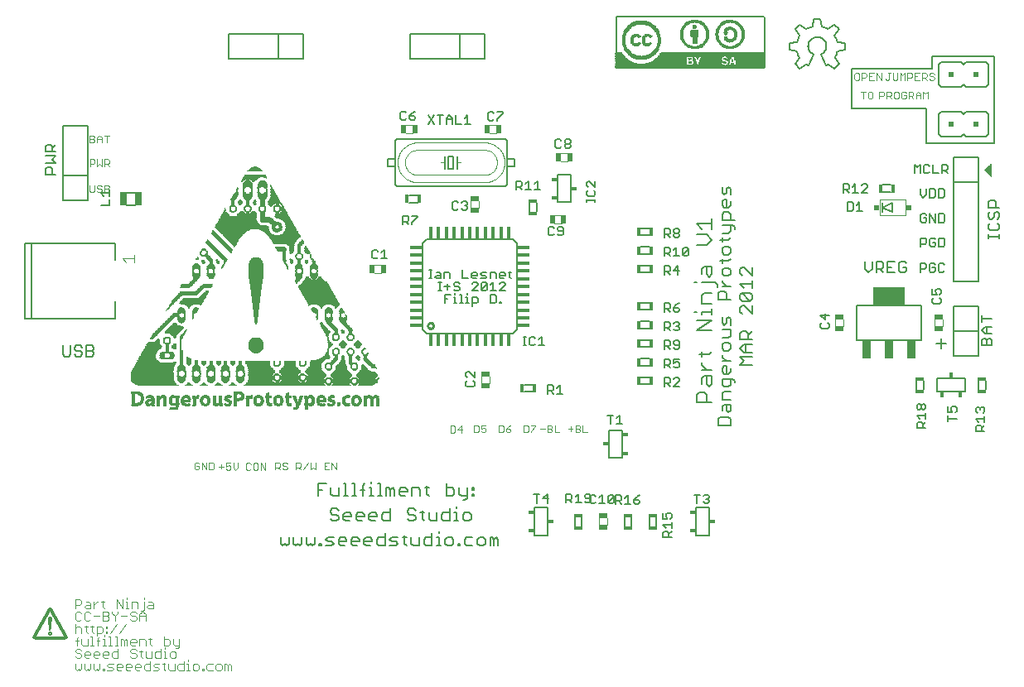
<source format=gto>
G75*
G70*
%OFA0B0*%
%FSLAX24Y24*%
%IPPOS*%
%LPD*%
%AMOC8*
5,1,8,0,0,1.08239X$1,22.5*
%
%ADD10C,0.0040*%
%ADD11C,0.0080*%
%ADD12C,0.0050*%
%ADD13C,0.0070*%
%ADD14C,0.0060*%
%ADD15C,0.0100*%
%ADD16R,0.0157X0.0453*%
%ADD17R,0.0157X0.0453*%
%ADD18R,0.0158X0.0453*%
%ADD19R,0.0453X0.0157*%
%ADD20R,0.0453X0.0157*%
%ADD21R,0.0453X0.0158*%
%ADD22R,0.0160X0.0340*%
%ADD23C,0.0025*%
%ADD24R,0.0256X0.0551*%
%ADD25R,0.0197X0.0374*%
%ADD26R,0.0197X0.0374*%
%ADD27R,0.0374X0.0197*%
%ADD28R,0.0374X0.0197*%
%ADD29R,0.1260X0.0730*%
%ADD30R,0.0340X0.0730*%
%ADD31R,0.0230X0.0180*%
%ADD32C,0.0020*%
%ADD33R,0.0340X0.0160*%
%ADD34R,0.0230X0.0240*%
%ADD35R,0.0180X0.0230*%
%ADD36R,0.0240X0.0240*%
%ADD37C,0.0120*%
%ADD38C,0.0030*%
%ADD39R,0.6015X0.0015*%
%ADD40R,0.6045X0.0015*%
%ADD41R,0.4395X0.0015*%
%ADD42R,0.1620X0.0015*%
%ADD43R,0.2865X0.0015*%
%ADD44R,0.0210X0.0015*%
%ADD45R,0.0975X0.0015*%
%ADD46R,0.0075X0.0015*%
%ADD47R,0.0165X0.0015*%
%ADD48R,0.1170X0.0015*%
%ADD49R,0.0180X0.0015*%
%ADD50R,0.0945X0.0015*%
%ADD51R,0.0045X0.0015*%
%ADD52R,0.1035X0.0015*%
%ADD53R,0.1785X0.0015*%
%ADD54R,0.0930X0.0015*%
%ADD55R,0.0150X0.0015*%
%ADD56R,0.0885X0.0015*%
%ADD57R,0.1650X0.0015*%
%ADD58R,0.0060X0.0015*%
%ADD59R,0.0030X0.0015*%
%ADD60R,0.0135X0.0015*%
%ADD61R,0.1185X0.0015*%
%ADD62R,0.0810X0.0015*%
%ADD63R,0.1575X0.0015*%
%ADD64R,0.0120X0.0015*%
%ADD65R,0.0915X0.0015*%
%ADD66R,0.0765X0.0015*%
%ADD67R,0.1530X0.0015*%
%ADD68R,0.1200X0.0015*%
%ADD69R,0.0735X0.0015*%
%ADD70R,0.1485X0.0015*%
%ADD71R,0.0690X0.0015*%
%ADD72R,0.1455X0.0015*%
%ADD73R,0.1110X0.0015*%
%ADD74R,0.0660X0.0015*%
%ADD75R,0.1425X0.0015*%
%ADD76R,0.1080X0.0015*%
%ADD77R,0.1215X0.0015*%
%ADD78R,0.0630X0.0015*%
%ADD79R,0.1395X0.0015*%
%ADD80R,0.0090X0.0015*%
%ADD81R,0.1020X0.0015*%
%ADD82R,0.0600X0.0015*%
%ADD83R,0.1365X0.0015*%
%ADD84R,0.0960X0.0015*%
%ADD85R,0.0585X0.0015*%
%ADD86R,0.1335X0.0015*%
%ADD87R,0.1230X0.0015*%
%ADD88R,0.0555X0.0015*%
%ADD89R,0.1320X0.0015*%
%ADD90R,0.0540X0.0015*%
%ADD91R,0.1290X0.0015*%
%ADD92R,0.0885X0.0015*%
%ADD93R,0.0225X0.0015*%
%ADD94R,0.1245X0.0015*%
%ADD95R,0.0510X0.0015*%
%ADD96R,0.0300X0.0015*%
%ADD97R,0.1275X0.0015*%
%ADD98R,0.0105X0.0015*%
%ADD99R,0.0270X0.0015*%
%ADD100R,0.0015X0.0015*%
%ADD101R,0.0495X0.0015*%
%ADD102R,0.0435X0.0015*%
%ADD103R,0.1260X0.0015*%
%ADD104R,0.0855X0.0015*%
%ADD105R,0.0480X0.0015*%
%ADD106R,0.0525X0.0015*%
%ADD107R,0.0465X0.0015*%
%ADD108R,0.0600X0.0015*%
%ADD109R,0.0450X0.0015*%
%ADD110R,0.0675X0.0015*%
%ADD111R,0.0840X0.0015*%
%ADD112R,0.0420X0.0015*%
%ADD113R,0.0735X0.0015*%
%ADD114R,0.0405X0.0015*%
%ADD115R,0.0780X0.0015*%
%ADD116R,0.0825X0.0015*%
%ADD117R,0.1155X0.0015*%
%ADD118R,0.0195X0.0015*%
%ADD119R,0.0390X0.0015*%
%ADD120R,0.2670X0.0015*%
%ADD121R,0.0375X0.0015*%
%ADD122R,0.4320X0.0015*%
%ADD123R,0.0360X0.0015*%
%ADD124R,0.0330X0.0015*%
%ADD125R,0.4305X0.0015*%
%ADD126R,0.0345X0.0015*%
%ADD127R,0.4290X0.0015*%
%ADD128R,0.0330X0.0015*%
%ADD129R,0.4275X0.0015*%
%ADD130R,0.0255X0.0015*%
%ADD131R,0.4260X0.0015*%
%ADD132R,0.0315X0.0015*%
%ADD133R,0.0240X0.0015*%
%ADD134R,0.0300X0.0015*%
%ADD135R,0.4245X0.0015*%
%ADD136R,0.0285X0.0015*%
%ADD137R,0.4230X0.0015*%
%ADD138R,0.0270X0.0015*%
%ADD139R,0.4215X0.0015*%
%ADD140R,0.0060X0.0015*%
%ADD141R,0.0360X0.0015*%
%ADD142R,0.0450X0.0015*%
%ADD143R,0.0510X0.0015*%
%ADD144R,0.0570X0.0015*%
%ADD145R,0.0555X0.0015*%
%ADD146R,0.0615X0.0015*%
%ADD147R,0.0660X0.0015*%
%ADD148R,0.0345X0.0015*%
%ADD149R,0.0390X0.0015*%
%ADD150R,0.0315X0.0015*%
%ADD151R,0.0420X0.0015*%
%ADD152R,0.0465X0.0015*%
%ADD153R,0.0375X0.0015*%
%ADD154R,0.0285X0.0015*%
%ADD155R,0.0405X0.0015*%
%ADD156R,0.0870X0.0015*%
%ADD157R,0.0720X0.0015*%
%ADD158R,0.0645X0.0015*%
%ADD159R,0.0585X0.0015*%
%ADD160R,0.0495X0.0015*%
%ADD161R,0.0540X0.0015*%
%ADD162R,0.0480X0.0015*%
%ADD163R,0.6015X0.0015*%
%ADD164R,0.5985X0.0015*%
%ADD165R,0.5955X0.0015*%
%ADD166R,0.5895X0.0015*%
%ADD167R,0.0290X0.0010*%
%ADD168R,0.0120X0.0010*%
%ADD169R,0.0140X0.0010*%
%ADD170R,0.0310X0.0010*%
%ADD171R,0.0130X0.0010*%
%ADD172R,0.0320X0.0010*%
%ADD173R,0.0330X0.0010*%
%ADD174R,0.0160X0.0010*%
%ADD175R,0.0340X0.0010*%
%ADD176R,0.0170X0.0010*%
%ADD177R,0.0180X0.0010*%
%ADD178R,0.0080X0.0010*%
%ADD179R,0.0030X0.0010*%
%ADD180R,0.0200X0.0010*%
%ADD181R,0.0040X0.0010*%
%ADD182R,0.0020X0.0010*%
%ADD183R,0.0150X0.0010*%
%ADD184R,0.0090X0.0010*%
%ADD185R,0.0100X0.0010*%
%ADD186R,0.0110X0.0010*%
%ADD187R,0.0060X0.0010*%
%ADD188R,0.0270X0.0010*%
%ADD189R,0.0250X0.0010*%
%ADD190R,0.0230X0.0010*%
%ADD191R,0.0210X0.0010*%
%ADD192R,0.0240X0.0010*%
%ADD193R,0.0220X0.0010*%
%ADD194R,0.0190X0.0010*%
%ADD195R,0.0260X0.0010*%
%ADD196R,0.0280X0.0010*%
%ADD197R,0.0370X0.0010*%
%ADD198R,0.0300X0.0010*%
%ADD199R,0.0360X0.0010*%
%ADD200R,0.0390X0.0010*%
%ADD201R,0.0350X0.0010*%
%ADD202R,0.0400X0.0010*%
%ADD203R,0.0380X0.0010*%
%ADD204R,0.0410X0.0010*%
%ADD205R,0.0420X0.0010*%
%ADD206R,0.0430X0.0010*%
%ADD207R,0.0070X0.0010*%
%ADD208R,0.0050X0.0010*%
%ADD209R,0.0010X0.0010*%
%ADD210R,0.0620X0.0010*%
%ADD211R,0.0610X0.0010*%
%ADD212R,0.0600X0.0010*%
%ADD213R,0.0450X0.0010*%
%ADD214R,0.0440X0.0010*%
%ADD215R,0.1520X0.0010*%
%ADD216R,0.3290X0.0010*%
%ADD217R,0.0770X0.0010*%
%ADD218R,0.0470X0.0010*%
%ADD219R,0.1590X0.0010*%
%ADD220R,0.3240X0.0010*%
%ADD221R,0.0740X0.0010*%
%ADD222R,0.0560X0.0010*%
%ADD223R,0.1600X0.0010*%
%ADD224R,0.3210X0.0010*%
%ADD225R,0.0720X0.0010*%
%ADD226R,0.0580X0.0010*%
%ADD227R,0.1620X0.0010*%
%ADD228R,0.3190X0.0010*%
%ADD229R,0.0700X0.0010*%
%ADD230R,0.1630X0.0010*%
%ADD231R,0.3170X0.0010*%
%ADD232R,0.0690X0.0010*%
%ADD233R,0.1650X0.0010*%
%ADD234R,0.3160X0.0010*%
%ADD235R,0.0680X0.0010*%
%ADD236R,0.0630X0.0010*%
%ADD237R,0.1670X0.0010*%
%ADD238R,0.3150X0.0010*%
%ADD239R,0.0660X0.0010*%
%ADD240R,0.0650X0.0010*%
%ADD241R,0.1680X0.0010*%
%ADD242R,0.3120X0.0010*%
%ADD243R,0.1690X0.0010*%
%ADD244R,0.3110X0.0010*%
%ADD245R,0.3100X0.0010*%
%ADD246R,0.3220X0.0010*%
%ADD247R,0.0900X0.0010*%
%ADD248R,0.0830X0.0010*%
%ADD249R,0.1700X0.0010*%
%ADD250R,0.1110X0.0010*%
%ADD251R,0.0840X0.0010*%
%ADD252R,0.0860X0.0010*%
%ADD253R,0.0880X0.0010*%
%ADD254R,0.1100X0.0010*%
%ADD255R,0.0820X0.0010*%
%ADD256R,0.0850X0.0010*%
%ADD257R,0.1080X0.0010*%
%ADD258R,0.0800X0.0010*%
%ADD259R,0.1710X0.0010*%
%ADD260R,0.0790X0.0010*%
%ADD261R,0.1720X0.0010*%
%ADD262R,0.1060X0.0010*%
%ADD263R,0.0810X0.0010*%
%ADD264R,0.1030X0.0010*%
%ADD265R,0.0750X0.0010*%
%ADD266R,0.1730X0.0010*%
%ADD267R,0.1020X0.0010*%
%ADD268R,0.0730X0.0010*%
%ADD269R,0.1010X0.0010*%
%ADD270R,0.0710X0.0010*%
%ADD271R,0.0780X0.0010*%
%ADD272R,0.1000X0.0010*%
%ADD273R,0.0990X0.0010*%
%ADD274R,0.0670X0.0010*%
%ADD275R,0.0760X0.0010*%
%ADD276R,0.0980X0.0010*%
%ADD277R,0.0960X0.0010*%
%ADD278R,0.0870X0.0010*%
%ADD279R,0.0950X0.0010*%
%ADD280R,0.0890X0.0010*%
%ADD281R,0.1090X0.0010*%
%ADD282R,0.1070X0.0010*%
%ADD283R,0.0640X0.0010*%
%ADD284R,0.0970X0.0010*%
%ADD285R,0.1040X0.0010*%
%ADD286R,0.1050X0.0010*%
%ADD287R,0.0590X0.0010*%
%ADD288R,0.0570X0.0010*%
%ADD289R,0.0550X0.0010*%
%ADD290R,0.0530X0.0010*%
%ADD291R,0.0510X0.0010*%
%ADD292R,0.1660X0.0010*%
%ADD293R,0.0480X0.0010*%
%ADD294R,0.0460X0.0010*%
%ADD295R,0.1640X0.0010*%
%ADD296R,0.0520X0.0010*%
%ADD297R,0.0940X0.0010*%
%ADD298R,0.0930X0.0010*%
%ADD299R,0.0540X0.0010*%
%ADD300R,0.0500X0.0010*%
%ADD301R,0.1610X0.0010*%
%ADD302R,0.0490X0.0010*%
%ADD303R,0.0920X0.0010*%
%ADD304R,0.0910X0.0010*%
%ADD305R,0.1270X0.0010*%
%ADD306R,0.1260X0.0010*%
%ADD307R,0.1250X0.0010*%
%ADD308R,0.1240X0.0010*%
%ADD309R,0.1220X0.0010*%
%ADD310R,0.1200X0.0010*%
%ADD311R,0.1190X0.0010*%
%ADD312R,0.1170X0.0010*%
%ADD313R,0.1160X0.0010*%
%ADD314R,0.1150X0.0010*%
%ADD315R,0.1130X0.0010*%
%ADD316R,0.1120X0.0010*%
%ADD317R,0.1180X0.0010*%
%ADD318R,0.1230X0.0010*%
%ADD319R,0.1280X0.0010*%
%ADD320R,0.1290X0.0010*%
%ADD321R,0.1210X0.0010*%
%ADD322R,0.1300X0.0010*%
%ADD323R,0.1350X0.0010*%
%ADD324R,0.1390X0.0010*%
%ADD325R,0.1440X0.0010*%
%ADD326R,0.2100X0.0010*%
%ADD327R,0.2110X0.0010*%
%ADD328R,0.2120X0.0010*%
%ADD329R,0.2130X0.0010*%
%ADD330R,0.2140X0.0010*%
%ADD331R,0.2150X0.0010*%
%ADD332R,0.2160X0.0010*%
%ADD333R,0.2170X0.0010*%
%ADD334R,0.2090X0.0010*%
%ADD335R,0.1840X0.0010*%
%ADD336R,0.1810X0.0010*%
%ADD337R,0.1790X0.0010*%
%ADD338R,0.1750X0.0010*%
%ADD339R,0.1570X0.0010*%
%ADD340R,0.1560X0.0010*%
%ADD341R,0.1550X0.0010*%
%ADD342R,0.1540X0.0010*%
%ADD343R,0.1530X0.0010*%
%ADD344R,0.1510X0.0010*%
%ADD345R,0.1500X0.0010*%
%ADD346R,0.1490X0.0010*%
%ADD347R,0.1480X0.0010*%
%ADD348R,0.1470X0.0010*%
%ADD349R,0.1460X0.0010*%
%ADD350R,0.1450X0.0010*%
%ADD351R,0.1430X0.0010*%
D10*
X012960Y008450D02*
X013007Y008403D01*
X013101Y008403D01*
X013147Y008450D01*
X013147Y008544D01*
X013054Y008544D01*
X013147Y008637D02*
X013101Y008684D01*
X013007Y008684D01*
X012960Y008637D01*
X012960Y008450D01*
X013255Y008403D02*
X013255Y008684D01*
X013442Y008403D01*
X013442Y008684D01*
X013550Y008684D02*
X013690Y008684D01*
X013737Y008637D01*
X013737Y008450D01*
X013690Y008403D01*
X013550Y008403D01*
X013550Y008684D01*
X013935Y008531D02*
X014122Y008531D01*
X014230Y008531D02*
X014324Y008578D01*
X014370Y008578D01*
X014417Y008531D01*
X014417Y008438D01*
X014370Y008391D01*
X014277Y008391D01*
X014230Y008438D01*
X014230Y008531D02*
X014230Y008671D01*
X014417Y008671D01*
X014525Y008671D02*
X014525Y008484D01*
X014618Y008391D01*
X014712Y008484D01*
X014712Y008671D01*
X015035Y008624D02*
X015035Y008438D01*
X015082Y008391D01*
X015176Y008391D01*
X015222Y008438D01*
X015330Y008438D02*
X015330Y008624D01*
X015377Y008671D01*
X015470Y008671D01*
X015517Y008624D01*
X015517Y008438D01*
X015470Y008391D01*
X015377Y008391D01*
X015330Y008438D01*
X015222Y008624D02*
X015176Y008671D01*
X015082Y008671D01*
X015035Y008624D01*
X015625Y008671D02*
X015625Y008391D01*
X015812Y008391D02*
X015625Y008671D01*
X015812Y008671D02*
X015812Y008391D01*
X016218Y008403D02*
X016218Y008684D01*
X016358Y008684D01*
X016404Y008637D01*
X016404Y008544D01*
X016358Y008497D01*
X016218Y008497D01*
X016311Y008497D02*
X016404Y008403D01*
X016512Y008450D02*
X016559Y008403D01*
X016652Y008403D01*
X016699Y008450D01*
X016699Y008497D01*
X016652Y008544D01*
X016559Y008544D01*
X016512Y008590D01*
X016512Y008637D01*
X016559Y008684D01*
X016652Y008684D01*
X016699Y008637D01*
X017048Y008684D02*
X017048Y008403D01*
X017048Y008497D02*
X017188Y008497D01*
X017235Y008544D01*
X017235Y008637D01*
X017188Y008684D01*
X017048Y008684D01*
X017141Y008497D02*
X017235Y008403D01*
X017343Y008403D02*
X017529Y008684D01*
X017637Y008684D02*
X017637Y008403D01*
X017731Y008497D01*
X017824Y008403D01*
X017824Y008684D01*
X018193Y008684D02*
X018193Y008403D01*
X018379Y008403D01*
X018487Y008403D02*
X018487Y008684D01*
X018674Y008403D01*
X018674Y008684D01*
X018379Y008684D02*
X018193Y008684D01*
X018193Y008544D02*
X018286Y008544D01*
X014029Y008624D02*
X014029Y008438D01*
X023255Y009891D02*
X023395Y009891D01*
X023442Y009938D01*
X023442Y010124D01*
X023395Y010171D01*
X023255Y010171D01*
X023255Y009891D01*
X023550Y010031D02*
X023737Y010031D01*
X023690Y009891D02*
X023690Y010171D01*
X023550Y010031D01*
X024205Y009903D02*
X024345Y009903D01*
X024392Y009950D01*
X024392Y010137D01*
X024345Y010184D01*
X024205Y010184D01*
X024205Y009903D01*
X024500Y009950D02*
X024546Y009903D01*
X024640Y009903D01*
X024687Y009950D01*
X024687Y010044D01*
X024640Y010090D01*
X024593Y010090D01*
X024500Y010044D01*
X024500Y010184D01*
X024687Y010184D01*
X025205Y010184D02*
X025205Y009903D01*
X025345Y009903D01*
X025392Y009950D01*
X025392Y010137D01*
X025345Y010184D01*
X025205Y010184D01*
X025500Y010044D02*
X025500Y009950D01*
X025546Y009903D01*
X025640Y009903D01*
X025687Y009950D01*
X025687Y009997D01*
X025640Y010044D01*
X025500Y010044D01*
X025593Y010137D01*
X025687Y010184D01*
X026205Y010184D02*
X026205Y009903D01*
X026345Y009903D01*
X026392Y009950D01*
X026392Y010137D01*
X026345Y010184D01*
X026205Y010184D01*
X026500Y010184D02*
X026687Y010184D01*
X026687Y010137D01*
X026500Y009950D01*
X026500Y009903D01*
X026873Y010044D02*
X027060Y010044D01*
X027168Y010044D02*
X027308Y010044D01*
X027354Y009997D01*
X027354Y009950D01*
X027308Y009903D01*
X027168Y009903D01*
X027168Y010184D01*
X027308Y010184D01*
X027354Y010137D01*
X027354Y010090D01*
X027308Y010044D01*
X027462Y010184D02*
X027462Y009903D01*
X027649Y009903D01*
X027998Y010044D02*
X028185Y010044D01*
X028293Y010044D02*
X028433Y010044D01*
X028479Y009997D01*
X028479Y009950D01*
X028433Y009903D01*
X028293Y009903D01*
X028293Y010184D01*
X028433Y010184D01*
X028479Y010137D01*
X028479Y010090D01*
X028433Y010044D01*
X028587Y010184D02*
X028587Y009903D01*
X028774Y009903D01*
X028091Y009950D02*
X028091Y010137D01*
X024827Y011876D02*
X024827Y012156D01*
X024492Y012156D02*
X024492Y011876D01*
X020477Y016308D02*
X020197Y016308D01*
X020197Y016643D02*
X020477Y016643D01*
X024084Y018938D02*
X024084Y019219D01*
X024419Y019219D02*
X024419Y018938D01*
X027447Y018643D02*
X027727Y018643D01*
X027727Y018308D02*
X027447Y018308D01*
X027697Y020808D02*
X027977Y020808D01*
X027977Y021143D02*
X027697Y021143D01*
X025115Y021951D02*
X024834Y021951D01*
X024834Y022286D02*
X025115Y022286D01*
X021752Y022281D02*
X021472Y022281D01*
X021472Y021946D02*
X021752Y021946D01*
X010522Y017062D02*
X010522Y016755D01*
X010522Y016909D02*
X010061Y016909D01*
X010215Y016755D01*
X009474Y019585D02*
X009334Y019585D01*
X009334Y019866D01*
X009474Y019866D01*
X009521Y019819D01*
X009521Y019772D01*
X009474Y019726D01*
X009334Y019726D01*
X009226Y019679D02*
X009180Y019726D01*
X009086Y019726D01*
X009040Y019772D01*
X009040Y019819D01*
X009086Y019866D01*
X009180Y019866D01*
X009226Y019819D01*
X009226Y019679D02*
X009226Y019632D01*
X009180Y019585D01*
X009086Y019585D01*
X009040Y019632D01*
X008932Y019632D02*
X008932Y019866D01*
X008745Y019866D02*
X008745Y019632D01*
X008792Y019585D01*
X008885Y019585D01*
X008932Y019632D01*
X009474Y019585D02*
X009521Y019632D01*
X009521Y019679D01*
X009474Y019726D01*
X009534Y020623D02*
X009440Y020716D01*
X009487Y020716D02*
X009347Y020716D01*
X009347Y020623D02*
X009347Y020903D01*
X009487Y020903D01*
X009534Y020856D01*
X009534Y020763D01*
X009487Y020716D01*
X009239Y020623D02*
X009239Y020903D01*
X009052Y020903D02*
X009052Y020623D01*
X009146Y020716D01*
X009239Y020623D01*
X008944Y020763D02*
X008898Y020716D01*
X008758Y020716D01*
X008758Y020623D02*
X008758Y020903D01*
X008898Y020903D01*
X008944Y020856D01*
X008944Y020763D01*
X008885Y021585D02*
X008745Y021585D01*
X008745Y021866D01*
X008885Y021866D01*
X008932Y021819D01*
X008932Y021772D01*
X008885Y021726D01*
X008745Y021726D01*
X008885Y021726D02*
X008932Y021679D01*
X008932Y021632D01*
X008885Y021585D01*
X009040Y021585D02*
X009040Y021772D01*
X009133Y021866D01*
X009226Y021772D01*
X009226Y021585D01*
X009226Y021726D02*
X009040Y021726D01*
X009334Y021866D02*
X009521Y021866D01*
X009428Y021866D02*
X009428Y021585D01*
X029230Y006450D02*
X029230Y006170D01*
X029565Y006170D02*
X029565Y006450D01*
X038730Y014170D02*
X038730Y014450D01*
X039065Y014450D02*
X039065Y014170D01*
X042735Y014170D02*
X042735Y014450D01*
X043070Y014450D02*
X043070Y014170D01*
X041563Y018656D02*
X040523Y018656D01*
X040523Y019276D01*
X041563Y019276D01*
X041563Y018656D01*
X041543Y023348D02*
X041590Y023395D01*
X041590Y023489D01*
X041497Y023489D01*
X041590Y023582D02*
X041543Y023629D01*
X041450Y023629D01*
X041403Y023582D01*
X041403Y023395D01*
X041450Y023348D01*
X041543Y023348D01*
X041698Y023348D02*
X041698Y023629D01*
X041838Y023629D01*
X041885Y023582D01*
X041885Y023489D01*
X041838Y023442D01*
X041698Y023442D01*
X041791Y023442D02*
X041885Y023348D01*
X041993Y023348D02*
X041993Y023535D01*
X042086Y023629D01*
X042179Y023535D01*
X042179Y023348D01*
X042287Y023348D02*
X042287Y023629D01*
X042381Y023535D01*
X042474Y023629D01*
X042474Y023348D01*
X042179Y023489D02*
X041993Y023489D01*
X041948Y024098D02*
X042135Y024098D01*
X042243Y024098D02*
X042243Y024379D01*
X042383Y024379D01*
X042429Y024332D01*
X042429Y024239D01*
X042383Y024192D01*
X042243Y024192D01*
X042336Y024192D02*
X042429Y024098D01*
X042537Y024145D02*
X042584Y024098D01*
X042677Y024098D01*
X042724Y024145D01*
X042724Y024192D01*
X042677Y024239D01*
X042584Y024239D01*
X042537Y024285D01*
X042537Y024332D01*
X042584Y024379D01*
X042677Y024379D01*
X042724Y024332D01*
X042135Y024379D02*
X041948Y024379D01*
X041948Y024098D01*
X041948Y024239D02*
X042041Y024239D01*
X041840Y024239D02*
X041793Y024192D01*
X041653Y024192D01*
X041653Y024098D02*
X041653Y024379D01*
X041793Y024379D01*
X041840Y024332D01*
X041840Y024239D01*
X041546Y024379D02*
X041546Y024098D01*
X041359Y024098D02*
X041359Y024379D01*
X041452Y024285D01*
X041546Y024379D01*
X041251Y024379D02*
X041251Y024145D01*
X041204Y024098D01*
X041111Y024098D01*
X041064Y024145D01*
X041064Y024379D01*
X040956Y024379D02*
X040863Y024379D01*
X040910Y024379D02*
X040910Y024145D01*
X040863Y024098D01*
X040816Y024098D01*
X040769Y024145D01*
X040590Y024098D02*
X040590Y024379D01*
X040403Y024379D02*
X040590Y024098D01*
X040403Y024098D02*
X040403Y024379D01*
X040296Y024379D02*
X040109Y024379D01*
X040109Y024098D01*
X040296Y024098D01*
X040202Y024239D02*
X040109Y024239D01*
X040001Y024239D02*
X039954Y024192D01*
X039814Y024192D01*
X039814Y024098D02*
X039814Y024379D01*
X039954Y024379D01*
X040001Y024332D01*
X040001Y024239D01*
X039706Y024332D02*
X039660Y024379D01*
X039566Y024379D01*
X039519Y024332D01*
X039519Y024145D01*
X039566Y024098D01*
X039660Y024098D01*
X039706Y024145D01*
X039706Y024332D01*
X039769Y023629D02*
X039956Y023629D01*
X039863Y023629D02*
X039863Y023348D01*
X040064Y023395D02*
X040111Y023348D01*
X040204Y023348D01*
X040251Y023395D01*
X040251Y023582D01*
X040204Y023629D01*
X040111Y023629D01*
X040064Y023582D01*
X040064Y023395D01*
X040519Y023348D02*
X040519Y023629D01*
X040660Y023629D01*
X040706Y023582D01*
X040706Y023489D01*
X040660Y023442D01*
X040519Y023442D01*
X040814Y023442D02*
X040954Y023442D01*
X041001Y023489D01*
X041001Y023582D01*
X040954Y023629D01*
X040814Y023629D01*
X040814Y023348D01*
X040907Y023442D02*
X041001Y023348D01*
X041109Y023395D02*
X041155Y023348D01*
X041249Y023348D01*
X041296Y023395D01*
X041296Y023582D01*
X041249Y023629D01*
X041155Y023629D01*
X041109Y023582D01*
X041109Y023395D01*
D11*
X041043Y019163D02*
X041043Y018769D01*
X040649Y018966D01*
X040649Y018769D01*
X040649Y018966D02*
X040649Y019163D01*
X040649Y018966D02*
X041043Y019163D01*
X044914Y019168D02*
X044914Y018958D01*
X045334Y018958D01*
X045194Y018958D02*
X045194Y019168D01*
X045124Y019238D01*
X044984Y019238D01*
X044914Y019168D01*
X044984Y018778D02*
X044914Y018708D01*
X044914Y018568D01*
X044984Y018498D01*
X045054Y018498D01*
X045124Y018568D01*
X045124Y018708D01*
X045194Y018778D01*
X045264Y018778D01*
X045334Y018708D01*
X045334Y018568D01*
X045264Y018498D01*
X045264Y018318D02*
X045334Y018247D01*
X045334Y018107D01*
X045264Y018037D01*
X044984Y018037D01*
X044914Y018107D01*
X044914Y018247D01*
X044984Y018318D01*
X044914Y017871D02*
X044914Y017730D01*
X044914Y017800D02*
X045334Y017800D01*
X045334Y017730D02*
X045334Y017871D01*
X042190Y015010D02*
X039610Y015010D01*
X039610Y013610D01*
X042190Y013610D01*
X042190Y015010D01*
X043012Y013682D02*
X043012Y013268D01*
X042805Y013475D02*
X043219Y013475D01*
X044627Y013418D02*
X044627Y013629D01*
X044697Y013699D01*
X044767Y013699D01*
X044837Y013629D01*
X044837Y013418D01*
X045047Y013418D02*
X044627Y013418D01*
X044837Y013629D02*
X044907Y013699D01*
X044977Y013699D01*
X045047Y013629D01*
X045047Y013418D01*
X045047Y013879D02*
X044767Y013879D01*
X044627Y014019D01*
X044767Y014159D01*
X045047Y014159D01*
X044837Y014159D02*
X044837Y013879D01*
X044627Y014339D02*
X044627Y014619D01*
X044627Y014479D02*
X045047Y014479D01*
X033991Y015735D02*
X033991Y015839D01*
X033888Y015942D01*
X033371Y015942D01*
X033164Y015942D02*
X033060Y015942D01*
X033474Y015505D02*
X033784Y015505D01*
X033474Y015505D02*
X033371Y015401D01*
X033371Y015091D01*
X033784Y015091D01*
X033784Y014868D02*
X033784Y014661D01*
X033784Y014765D02*
X033371Y014765D01*
X033371Y014661D01*
X033164Y014765D02*
X033060Y014765D01*
X033164Y014430D02*
X033784Y014430D01*
X033164Y014017D01*
X033784Y014017D01*
X033784Y013149D02*
X033681Y013046D01*
X033267Y013046D01*
X033371Y013149D02*
X033371Y012942D01*
X033371Y012716D02*
X033371Y012612D01*
X033578Y012405D01*
X033784Y012405D02*
X033371Y012405D01*
X033474Y012174D02*
X033784Y012174D01*
X033784Y011864D01*
X033681Y011761D01*
X033578Y011864D01*
X033578Y012174D01*
X033474Y012174D02*
X033371Y012071D01*
X033371Y011864D01*
X033474Y011530D02*
X033578Y011427D01*
X033578Y011116D01*
X033784Y011116D02*
X033164Y011116D01*
X033164Y011427D01*
X033267Y011530D01*
X033474Y011530D01*
X033681Y016165D02*
X033578Y016268D01*
X033578Y016579D01*
X033474Y016579D02*
X033784Y016579D01*
X033784Y016268D01*
X033681Y016165D01*
X033371Y016268D02*
X033371Y016475D01*
X033474Y016579D01*
X033578Y017454D02*
X033784Y017661D01*
X033578Y017868D01*
X033164Y017868D01*
X033371Y018099D02*
X033164Y018305D01*
X033784Y018305D01*
X033784Y018099D02*
X033784Y018512D01*
X033578Y017454D02*
X033164Y017454D01*
X025927Y017511D02*
X025927Y014046D01*
X025769Y013889D01*
X022305Y013889D01*
X022147Y014046D01*
X022147Y017511D01*
X022305Y017668D01*
X025769Y017668D01*
X025927Y017511D01*
X007382Y020295D02*
X006961Y020295D01*
X006961Y020505D01*
X007031Y020575D01*
X007171Y020575D01*
X007242Y020505D01*
X007242Y020295D01*
X007382Y020755D02*
X006961Y020755D01*
X006961Y021035D02*
X007382Y021035D01*
X007242Y020895D01*
X007382Y020755D01*
X007382Y021215D02*
X006961Y021215D01*
X006961Y021426D01*
X007031Y021496D01*
X007171Y021496D01*
X007242Y021426D01*
X007242Y021215D01*
X007242Y021355D02*
X007382Y021496D01*
D12*
X007672Y022255D02*
X008672Y022255D01*
X008672Y020255D01*
X007672Y020255D01*
X007672Y022255D01*
X007672Y020255D02*
X007672Y019255D01*
X008672Y019255D01*
X008672Y020255D01*
X009200Y019546D02*
X009550Y019546D01*
X009550Y019429D02*
X009550Y019663D01*
X009317Y019429D02*
X009200Y019546D01*
X009550Y019294D02*
X009550Y019061D01*
X009200Y019061D01*
X008841Y017530D02*
X007896Y017530D01*
X006676Y017530D01*
X006400Y017530D01*
X006144Y017530D01*
X006144Y014499D01*
X006400Y014499D01*
X006676Y014499D01*
X007896Y014499D01*
X008841Y014499D01*
X009766Y014499D01*
X009766Y014774D01*
X009766Y015168D01*
X009766Y016861D02*
X009766Y017255D01*
X009766Y017530D01*
X008841Y017530D01*
X006400Y017530D02*
X006400Y014499D01*
X020113Y016962D02*
X020171Y016903D01*
X020288Y016903D01*
X020346Y016962D01*
X020481Y016903D02*
X020715Y016903D01*
X020598Y016903D02*
X020598Y017254D01*
X020481Y017137D01*
X020346Y017195D02*
X020288Y017254D01*
X020171Y017254D01*
X020113Y017195D01*
X020113Y016962D01*
X021350Y018278D02*
X021350Y018629D01*
X021525Y018629D01*
X021584Y018570D01*
X021584Y018454D01*
X021525Y018395D01*
X021350Y018395D01*
X021467Y018395D02*
X021584Y018278D01*
X021719Y018278D02*
X021719Y018337D01*
X021952Y018570D01*
X021952Y018629D01*
X021719Y018629D01*
X023337Y018924D02*
X023395Y018866D01*
X023512Y018866D01*
X023570Y018924D01*
X023705Y018924D02*
X023764Y018866D01*
X023880Y018866D01*
X023939Y018924D01*
X023939Y018983D01*
X023880Y019041D01*
X023822Y019041D01*
X023880Y019041D02*
X023939Y019099D01*
X023939Y019158D01*
X023880Y019216D01*
X023764Y019216D01*
X023705Y019158D01*
X023570Y019158D02*
X023512Y019216D01*
X023395Y019216D01*
X023337Y019158D01*
X023337Y018924D01*
X025907Y019678D02*
X025907Y020029D01*
X026082Y020029D01*
X026140Y019970D01*
X026140Y019854D01*
X026082Y019795D01*
X025907Y019795D01*
X026024Y019795D02*
X026140Y019678D01*
X026275Y019678D02*
X026509Y019678D01*
X026392Y019678D02*
X026392Y020029D01*
X026275Y019912D01*
X026644Y019912D02*
X026760Y020029D01*
X026760Y019678D01*
X026644Y019678D02*
X026877Y019678D01*
X027246Y018191D02*
X027188Y018133D01*
X027188Y017899D01*
X027246Y017841D01*
X027363Y017841D01*
X027421Y017899D01*
X027556Y017899D02*
X027614Y017841D01*
X027731Y017841D01*
X027790Y017899D01*
X027790Y018133D01*
X027731Y018191D01*
X027614Y018191D01*
X027556Y018133D01*
X027556Y018074D01*
X027614Y018016D01*
X027790Y018016D01*
X027421Y018133D02*
X027363Y018191D01*
X027246Y018191D01*
X028731Y019178D02*
X028731Y019295D01*
X028731Y019236D02*
X029081Y019236D01*
X029081Y019178D02*
X029081Y019295D01*
X029023Y019424D02*
X029081Y019482D01*
X029081Y019599D01*
X029023Y019657D01*
X029081Y019792D02*
X028848Y020025D01*
X028789Y020025D01*
X028731Y019967D01*
X028731Y019850D01*
X028789Y019792D01*
X028789Y019657D02*
X028731Y019599D01*
X028731Y019482D01*
X028789Y019424D01*
X029023Y019424D01*
X029081Y019792D02*
X029081Y020025D01*
X028030Y021353D02*
X027914Y021353D01*
X027855Y021412D01*
X027855Y021470D01*
X027914Y021529D01*
X028030Y021529D01*
X028089Y021470D01*
X028089Y021412D01*
X028030Y021353D01*
X028030Y021529D02*
X028089Y021587D01*
X028089Y021645D01*
X028030Y021704D01*
X027914Y021704D01*
X027855Y021645D01*
X027855Y021587D01*
X027914Y021529D01*
X027720Y021645D02*
X027662Y021704D01*
X027545Y021704D01*
X027487Y021645D01*
X027487Y021412D01*
X027545Y021353D01*
X027662Y021353D01*
X027720Y021412D01*
X025376Y022745D02*
X025143Y022512D01*
X025143Y022453D01*
X025008Y022512D02*
X024950Y022453D01*
X024833Y022453D01*
X024774Y022512D01*
X024774Y022745D01*
X024833Y022804D01*
X024950Y022804D01*
X025008Y022745D01*
X025143Y022804D02*
X025376Y022804D01*
X025376Y022745D01*
X024069Y022328D02*
X023835Y022328D01*
X023952Y022328D02*
X023952Y022679D01*
X023835Y022562D01*
X023700Y022328D02*
X023467Y022328D01*
X023467Y022679D01*
X023332Y022562D02*
X023332Y022328D01*
X023332Y022504D02*
X023099Y022504D01*
X023099Y022562D02*
X023099Y022328D01*
X023099Y022562D02*
X023215Y022679D01*
X023332Y022562D01*
X022964Y022679D02*
X022730Y022679D01*
X022847Y022679D02*
X022847Y022328D01*
X022595Y022328D02*
X022362Y022679D01*
X022595Y022679D02*
X022362Y022328D01*
X021852Y022537D02*
X021852Y022595D01*
X021794Y022654D01*
X021619Y022654D01*
X021619Y022537D01*
X021677Y022478D01*
X021794Y022478D01*
X021852Y022537D01*
X021735Y022770D02*
X021619Y022654D01*
X021735Y022770D02*
X021852Y022829D01*
X021484Y022770D02*
X021425Y022829D01*
X021309Y022829D01*
X021250Y022770D01*
X021250Y022537D01*
X021309Y022478D01*
X021425Y022478D01*
X021484Y022537D01*
X022399Y016454D02*
X022516Y016454D01*
X022458Y016454D02*
X022458Y016103D01*
X022516Y016103D02*
X022399Y016103D01*
X022645Y016162D02*
X022703Y016220D01*
X022878Y016220D01*
X022878Y016279D02*
X022878Y016103D01*
X022703Y016103D01*
X022645Y016162D01*
X022703Y016337D02*
X022820Y016337D01*
X022878Y016279D01*
X023013Y016337D02*
X023013Y016103D01*
X022891Y015954D02*
X022774Y015954D01*
X022833Y015954D02*
X022833Y015603D01*
X022891Y015603D02*
X022774Y015603D01*
X023024Y015454D02*
X023024Y015103D01*
X023024Y015279D02*
X023141Y015279D01*
X023024Y015454D02*
X023258Y015454D01*
X023393Y015337D02*
X023451Y015337D01*
X023451Y015103D01*
X023393Y015103D02*
X023509Y015103D01*
X023638Y015103D02*
X023755Y015103D01*
X023697Y015103D02*
X023697Y015454D01*
X023638Y015454D01*
X023563Y015603D02*
X023447Y015603D01*
X023388Y015662D01*
X023447Y015779D02*
X023563Y015779D01*
X023622Y015720D01*
X023622Y015662D01*
X023563Y015603D01*
X023451Y015512D02*
X023451Y015454D01*
X023447Y015779D02*
X023388Y015837D01*
X023388Y015895D01*
X023447Y015954D01*
X023563Y015954D01*
X023622Y015895D01*
X023750Y016103D02*
X023983Y016103D01*
X024118Y016162D02*
X024118Y016279D01*
X024176Y016337D01*
X024293Y016337D01*
X024352Y016279D01*
X024352Y016220D01*
X024118Y016220D01*
X024118Y016162D02*
X024176Y016103D01*
X024293Y016103D01*
X024300Y015954D02*
X024183Y015954D01*
X024125Y015895D01*
X024300Y015954D02*
X024358Y015895D01*
X024358Y015837D01*
X024125Y015603D01*
X024358Y015603D01*
X024493Y015662D02*
X024727Y015895D01*
X024727Y015662D01*
X024668Y015603D01*
X024551Y015603D01*
X024493Y015662D01*
X024493Y015895D01*
X024551Y015954D01*
X024668Y015954D01*
X024727Y015895D01*
X024861Y015837D02*
X024978Y015954D01*
X024978Y015603D01*
X024861Y015603D02*
X025095Y015603D01*
X025230Y015603D02*
X025463Y015837D01*
X025463Y015895D01*
X025405Y015954D01*
X025288Y015954D01*
X025230Y015895D01*
X025281Y016103D02*
X025223Y016162D01*
X025223Y016279D01*
X025281Y016337D01*
X025398Y016337D01*
X025457Y016279D01*
X025457Y016220D01*
X025223Y016220D01*
X025281Y016103D02*
X025398Y016103D01*
X025650Y016162D02*
X025650Y016395D01*
X025591Y016337D02*
X025708Y016337D01*
X025650Y016162D02*
X025708Y016103D01*
X025088Y016103D02*
X025088Y016279D01*
X025030Y016337D01*
X024855Y016337D01*
X024855Y016103D01*
X024720Y016162D02*
X024662Y016220D01*
X024545Y016220D01*
X024486Y016279D01*
X024545Y016337D01*
X024720Y016337D01*
X024720Y016162D02*
X024662Y016103D01*
X024486Y016103D01*
X023750Y016103D02*
X023750Y016454D01*
X023247Y016279D02*
X023247Y016103D01*
X023247Y016279D02*
X023188Y016337D01*
X023013Y016337D01*
X023137Y015895D02*
X023137Y015662D01*
X023253Y015779D02*
X023020Y015779D01*
X023942Y015512D02*
X023942Y015454D01*
X023942Y015337D02*
X023942Y015103D01*
X023884Y015103D02*
X024000Y015103D01*
X024129Y015103D02*
X024304Y015103D01*
X024363Y015162D01*
X024363Y015279D01*
X024304Y015337D01*
X024129Y015337D01*
X024129Y014987D01*
X024866Y015103D02*
X025041Y015103D01*
X025099Y015162D01*
X025099Y015395D01*
X025041Y015454D01*
X024866Y015454D01*
X024866Y015103D01*
X025234Y015103D02*
X025293Y015103D01*
X025293Y015162D01*
X025234Y015162D01*
X025234Y015103D01*
X025230Y015603D02*
X025463Y015603D01*
X023942Y015337D02*
X023884Y015337D01*
X026192Y013754D02*
X026309Y013754D01*
X026251Y013754D02*
X026251Y013403D01*
X026309Y013403D02*
X026192Y013403D01*
X026438Y013462D02*
X026496Y013403D01*
X026613Y013403D01*
X026671Y013462D01*
X026806Y013403D02*
X027040Y013403D01*
X026923Y013403D02*
X026923Y013754D01*
X026806Y013637D01*
X026671Y013695D02*
X026613Y013754D01*
X026496Y013754D01*
X026438Y013695D01*
X026438Y013462D01*
X024237Y012343D02*
X024237Y012109D01*
X024003Y012343D01*
X023945Y012343D01*
X023887Y012284D01*
X023887Y012168D01*
X023945Y012109D01*
X023945Y011974D02*
X023887Y011916D01*
X023887Y011799D01*
X023945Y011741D01*
X024179Y011741D01*
X024237Y011799D01*
X024237Y011916D01*
X024179Y011974D01*
X027174Y011804D02*
X027174Y011453D01*
X027174Y011570D02*
X027350Y011570D01*
X027408Y011629D01*
X027408Y011745D01*
X027350Y011804D01*
X027174Y011804D01*
X027291Y011570D02*
X027408Y011453D01*
X027543Y011453D02*
X027776Y011453D01*
X027659Y011453D02*
X027659Y011804D01*
X027543Y011687D01*
X029576Y010585D02*
X029809Y010585D01*
X029693Y010585D02*
X029693Y010235D01*
X029640Y009995D02*
X029640Y008875D01*
X030160Y008875D01*
X030160Y009995D01*
X029640Y009995D01*
X029944Y010235D02*
X030178Y010235D01*
X030061Y010235D02*
X030061Y010585D01*
X029944Y010468D01*
X031862Y011753D02*
X031862Y012104D01*
X032037Y012104D01*
X032095Y012045D01*
X032095Y011929D01*
X032037Y011870D01*
X031862Y011870D01*
X031979Y011870D02*
X032095Y011753D01*
X032230Y011753D02*
X032464Y011987D01*
X032464Y012045D01*
X032405Y012104D01*
X032289Y012104D01*
X032230Y012045D01*
X032230Y011753D02*
X032464Y011753D01*
X032405Y012504D02*
X032289Y012504D01*
X032230Y012562D01*
X032230Y012679D02*
X032347Y012737D01*
X032405Y012737D01*
X032464Y012679D01*
X032464Y012562D01*
X032405Y012504D01*
X032230Y012679D02*
X032230Y012854D01*
X032464Y012854D01*
X032095Y012795D02*
X032095Y012679D01*
X032037Y012620D01*
X031862Y012620D01*
X031862Y012504D02*
X031862Y012854D01*
X032037Y012854D01*
X032095Y012795D01*
X031979Y012620D02*
X032095Y012504D01*
X032095Y013254D02*
X031979Y013370D01*
X032037Y013370D02*
X031862Y013370D01*
X031862Y013254D02*
X031862Y013604D01*
X032037Y013604D01*
X032095Y013545D01*
X032095Y013429D01*
X032037Y013370D01*
X032230Y013312D02*
X032289Y013254D01*
X032405Y013254D01*
X032464Y013312D01*
X032464Y013545D01*
X032405Y013604D01*
X032289Y013604D01*
X032230Y013545D01*
X032230Y013487D01*
X032289Y013429D01*
X032464Y013429D01*
X032405Y014003D02*
X032289Y014003D01*
X032230Y014062D01*
X032095Y014003D02*
X031979Y014120D01*
X032037Y014120D02*
X031862Y014120D01*
X031862Y014003D02*
X031862Y014354D01*
X032037Y014354D01*
X032095Y014295D01*
X032095Y014179D01*
X032037Y014120D01*
X032230Y014295D02*
X032289Y014354D01*
X032405Y014354D01*
X032464Y014295D01*
X032464Y014237D01*
X032405Y014179D01*
X032464Y014120D01*
X032464Y014062D01*
X032405Y014003D01*
X032405Y014179D02*
X032347Y014179D01*
X032405Y014753D02*
X032464Y014812D01*
X032464Y014870D01*
X032405Y014929D01*
X032230Y014929D01*
X032230Y014812D01*
X032289Y014753D01*
X032405Y014753D01*
X032230Y014929D02*
X032347Y015045D01*
X032464Y015104D01*
X032095Y015045D02*
X032095Y014929D01*
X032037Y014870D01*
X031862Y014870D01*
X031862Y014753D02*
X031862Y015104D01*
X032037Y015104D01*
X032095Y015045D01*
X031979Y014870D02*
X032095Y014753D01*
X032095Y016254D02*
X031979Y016370D01*
X032037Y016370D02*
X031862Y016370D01*
X031862Y016254D02*
X031862Y016604D01*
X032037Y016604D01*
X032095Y016545D01*
X032095Y016429D01*
X032037Y016370D01*
X032230Y016429D02*
X032405Y016604D01*
X032405Y016254D01*
X032464Y016429D02*
X032230Y016429D01*
X032230Y017003D02*
X032464Y017003D01*
X032347Y017003D02*
X032347Y017354D01*
X032230Y017237D01*
X032095Y017295D02*
X032095Y017179D01*
X032037Y017120D01*
X031862Y017120D01*
X031862Y017003D02*
X031862Y017354D01*
X032037Y017354D01*
X032095Y017295D01*
X031979Y017120D02*
X032095Y017003D01*
X032599Y017062D02*
X032599Y017295D01*
X032657Y017354D01*
X032774Y017354D01*
X032832Y017295D01*
X032599Y017062D01*
X032657Y017003D01*
X032774Y017003D01*
X032832Y017062D01*
X032832Y017295D01*
X032405Y017753D02*
X032289Y017753D01*
X032230Y017812D01*
X032230Y017870D01*
X032289Y017929D01*
X032405Y017929D01*
X032464Y017870D01*
X032464Y017812D01*
X032405Y017753D01*
X032405Y017929D02*
X032464Y017987D01*
X032464Y018045D01*
X032405Y018104D01*
X032289Y018104D01*
X032230Y018045D01*
X032230Y017987D01*
X032289Y017929D01*
X032095Y017929D02*
X032037Y017870D01*
X031862Y017870D01*
X031862Y017753D02*
X031862Y018104D01*
X032037Y018104D01*
X032095Y018045D01*
X032095Y017929D01*
X031979Y017870D02*
X032095Y017753D01*
X038150Y014628D02*
X038325Y014453D01*
X038325Y014687D01*
X038500Y014628D02*
X038150Y014628D01*
X038208Y014318D02*
X038150Y014260D01*
X038150Y014143D01*
X038208Y014085D01*
X038442Y014085D01*
X038500Y014143D01*
X038500Y014260D01*
X038442Y014318D01*
X042155Y016366D02*
X042155Y016716D01*
X042331Y016716D01*
X042389Y016658D01*
X042389Y016541D01*
X042331Y016483D01*
X042155Y016483D01*
X042524Y016424D02*
X042524Y016658D01*
X042582Y016716D01*
X042699Y016716D01*
X042757Y016658D01*
X042757Y016541D02*
X042640Y016541D01*
X042757Y016541D02*
X042757Y016424D01*
X042699Y016366D01*
X042582Y016366D01*
X042524Y016424D01*
X042892Y016424D02*
X042892Y016658D01*
X042950Y016716D01*
X043067Y016716D01*
X043126Y016658D01*
X043126Y016424D02*
X043067Y016366D01*
X042950Y016366D01*
X042892Y016424D01*
X043498Y015978D02*
X043498Y019978D01*
X044498Y019978D01*
X044498Y015978D01*
X043498Y015978D01*
X043000Y015628D02*
X042942Y015687D01*
X042825Y015687D01*
X042766Y015628D01*
X042766Y015570D01*
X042825Y015453D01*
X042650Y015453D01*
X042650Y015687D01*
X043000Y015628D02*
X043000Y015511D01*
X042942Y015453D01*
X042942Y015318D02*
X043000Y015260D01*
X043000Y015143D01*
X042942Y015085D01*
X042708Y015085D01*
X042650Y015143D01*
X042650Y015260D01*
X042708Y015318D01*
X043498Y014978D02*
X044498Y014978D01*
X044498Y013978D01*
X043498Y013978D01*
X043498Y014978D01*
X043498Y013978D02*
X043498Y012978D01*
X044498Y012978D01*
X044498Y013978D01*
X043960Y012070D02*
X042840Y012070D01*
X042840Y011550D01*
X043960Y011550D01*
X043960Y012070D01*
X042375Y010996D02*
X042375Y010880D01*
X042317Y010821D01*
X042258Y010821D01*
X042200Y010880D01*
X042200Y010996D01*
X042258Y011055D01*
X042317Y011055D01*
X042375Y010996D01*
X042200Y010996D02*
X042141Y011055D01*
X042083Y011055D01*
X042025Y010996D01*
X042025Y010880D01*
X042083Y010821D01*
X042141Y010821D01*
X042200Y010880D01*
X042375Y010687D02*
X042375Y010453D01*
X042375Y010570D02*
X042025Y010570D01*
X042141Y010453D01*
X042083Y010318D02*
X042200Y010318D01*
X042258Y010260D01*
X042258Y010085D01*
X042258Y010201D02*
X042375Y010318D01*
X042375Y010085D02*
X042025Y010085D01*
X042025Y010260D01*
X042083Y010318D01*
X043275Y010335D02*
X043275Y010568D01*
X043275Y010451D02*
X043625Y010451D01*
X043567Y010703D02*
X043625Y010761D01*
X043625Y010878D01*
X043567Y010937D01*
X043450Y010937D01*
X043391Y010878D01*
X043391Y010820D01*
X043450Y010703D01*
X043275Y010703D01*
X043275Y010937D01*
X044400Y010871D02*
X044458Y010930D01*
X044516Y010930D01*
X044575Y010871D01*
X044633Y010930D01*
X044692Y010930D01*
X044750Y010871D01*
X044750Y010755D01*
X044692Y010696D01*
X044750Y010562D02*
X044750Y010328D01*
X044750Y010445D02*
X044400Y010445D01*
X044516Y010328D01*
X044458Y010193D02*
X044575Y010193D01*
X044633Y010135D01*
X044633Y009960D01*
X044633Y010076D02*
X044750Y010193D01*
X044750Y009960D02*
X044400Y009960D01*
X044400Y010135D01*
X044458Y010193D01*
X044458Y010696D02*
X044400Y010755D01*
X044400Y010871D01*
X044575Y010871D02*
X044575Y010813D01*
X043092Y017378D02*
X043151Y017437D01*
X043151Y017670D01*
X043092Y017729D01*
X042917Y017729D01*
X042917Y017378D01*
X043092Y017378D01*
X042782Y017437D02*
X042782Y017554D01*
X042665Y017554D01*
X042549Y017670D02*
X042549Y017437D01*
X042607Y017378D01*
X042724Y017378D01*
X042782Y017437D01*
X042782Y017670D02*
X042724Y017729D01*
X042607Y017729D01*
X042549Y017670D01*
X042414Y017670D02*
X042414Y017554D01*
X042356Y017495D01*
X042180Y017495D01*
X042180Y017378D02*
X042180Y017729D01*
X042356Y017729D01*
X042414Y017670D01*
X042356Y018366D02*
X042239Y018366D01*
X042180Y018424D01*
X042180Y018658D01*
X042239Y018716D01*
X042356Y018716D01*
X042414Y018658D01*
X042414Y018541D02*
X042297Y018541D01*
X042414Y018541D02*
X042414Y018424D01*
X042356Y018366D01*
X042549Y018366D02*
X042549Y018716D01*
X042782Y018366D01*
X042782Y018716D01*
X042917Y018716D02*
X042917Y018366D01*
X043092Y018366D01*
X043151Y018424D01*
X043151Y018658D01*
X043092Y018716D01*
X042917Y018716D01*
X042905Y019353D02*
X043080Y019353D01*
X043138Y019412D01*
X043138Y019645D01*
X043080Y019704D01*
X042905Y019704D01*
X042905Y019353D01*
X042770Y019412D02*
X042770Y019645D01*
X042711Y019704D01*
X042536Y019704D01*
X042536Y019353D01*
X042711Y019353D01*
X042770Y019412D01*
X042401Y019470D02*
X042401Y019704D01*
X042168Y019704D02*
X042168Y019470D01*
X042285Y019353D01*
X042401Y019470D01*
X043498Y019978D02*
X043498Y020978D01*
X044498Y020978D01*
X044498Y019978D01*
X043263Y020335D02*
X043147Y020451D01*
X043205Y020451D02*
X043030Y020451D01*
X043030Y020335D02*
X043030Y020685D01*
X043205Y020685D01*
X043263Y020627D01*
X043263Y020510D01*
X043205Y020451D01*
X042895Y020335D02*
X042662Y020335D01*
X042662Y020685D01*
X042527Y020627D02*
X042468Y020685D01*
X042352Y020685D01*
X042293Y020627D01*
X042293Y020393D01*
X042352Y020335D01*
X042468Y020335D01*
X042527Y020393D01*
X042159Y020335D02*
X042159Y020685D01*
X042042Y020568D01*
X041925Y020685D01*
X041925Y020335D01*
X040033Y019845D02*
X039975Y019904D01*
X039858Y019904D01*
X039800Y019845D01*
X040033Y019845D02*
X040033Y019787D01*
X039800Y019553D01*
X040033Y019553D01*
X039665Y019553D02*
X039431Y019553D01*
X039548Y019553D02*
X039548Y019904D01*
X039431Y019787D01*
X039296Y019845D02*
X039296Y019729D01*
X039238Y019670D01*
X039063Y019670D01*
X039063Y019553D02*
X039063Y019904D01*
X039238Y019904D01*
X039296Y019845D01*
X039180Y019670D02*
X039296Y019553D01*
X039230Y019179D02*
X039405Y019179D01*
X039464Y019120D01*
X039464Y018887D01*
X039405Y018828D01*
X039230Y018828D01*
X039230Y019179D01*
X039599Y019062D02*
X039715Y019179D01*
X039715Y018828D01*
X039599Y018828D02*
X039832Y018828D01*
X033606Y007398D02*
X033664Y007339D01*
X033664Y007281D01*
X033606Y007222D01*
X033664Y007164D01*
X033664Y007106D01*
X033606Y007047D01*
X033489Y007047D01*
X033431Y007106D01*
X033548Y007222D02*
X033606Y007222D01*
X033606Y007398D02*
X033489Y007398D01*
X033431Y007339D01*
X033296Y007398D02*
X033062Y007398D01*
X033179Y007398D02*
X033179Y007047D01*
X033140Y006870D02*
X033660Y006870D01*
X033660Y005750D01*
X033140Y005750D01*
X033140Y006870D01*
X032162Y006604D02*
X032162Y006487D01*
X032104Y006429D01*
X031987Y006429D02*
X031929Y006546D01*
X031929Y006604D01*
X031987Y006662D01*
X032104Y006662D01*
X032162Y006604D01*
X031987Y006429D02*
X031812Y006429D01*
X031812Y006662D01*
X032162Y006294D02*
X032162Y006061D01*
X032162Y006177D02*
X031812Y006177D01*
X031929Y006061D01*
X031987Y005926D02*
X032046Y005867D01*
X032046Y005692D01*
X032162Y005692D02*
X031812Y005692D01*
X031812Y005867D01*
X031871Y005926D01*
X031987Y005926D01*
X032046Y005809D02*
X032162Y005926D01*
X030878Y007081D02*
X030878Y007139D01*
X030819Y007197D01*
X030644Y007197D01*
X030644Y007081D01*
X030703Y007022D01*
X030819Y007022D01*
X030878Y007081D01*
X030761Y007314D02*
X030644Y007197D01*
X030761Y007314D02*
X030878Y007373D01*
X030393Y007373D02*
X030393Y007022D01*
X030509Y007022D02*
X030276Y007022D01*
X030141Y007022D02*
X030024Y007139D01*
X030083Y007139D02*
X029908Y007139D01*
X029840Y007093D02*
X029782Y007035D01*
X029665Y007035D01*
X029607Y007093D01*
X029840Y007327D01*
X029840Y007093D01*
X029908Y007022D02*
X029908Y007373D01*
X030083Y007373D01*
X030141Y007314D01*
X030141Y007197D01*
X030083Y007139D01*
X030276Y007256D02*
X030393Y007373D01*
X029840Y007327D02*
X029782Y007385D01*
X029665Y007385D01*
X029607Y007327D01*
X029607Y007093D01*
X029472Y007035D02*
X029238Y007035D01*
X029355Y007035D02*
X029355Y007385D01*
X029238Y007268D01*
X029104Y007327D02*
X029045Y007385D01*
X028928Y007385D01*
X028870Y007327D01*
X028870Y007093D01*
X028928Y007035D01*
X029045Y007035D01*
X029104Y007093D01*
X028890Y007131D02*
X028890Y007364D01*
X028832Y007423D01*
X028715Y007423D01*
X028657Y007364D01*
X028657Y007306D01*
X028715Y007247D01*
X028890Y007247D01*
X028890Y007131D02*
X028832Y007072D01*
X028715Y007072D01*
X028657Y007131D01*
X028522Y007072D02*
X028288Y007072D01*
X028405Y007072D02*
X028405Y007423D01*
X028288Y007306D01*
X028154Y007364D02*
X028154Y007247D01*
X028095Y007189D01*
X027920Y007189D01*
X027920Y007072D02*
X027920Y007423D01*
X028095Y007423D01*
X028154Y007364D01*
X028037Y007189D02*
X028154Y007072D01*
X027214Y007235D02*
X026981Y007235D01*
X027156Y007410D01*
X027156Y007060D01*
X027160Y006870D02*
X026640Y006870D01*
X026640Y005750D01*
X027160Y005750D01*
X027160Y006870D01*
X026729Y007060D02*
X026729Y007410D01*
X026612Y007410D02*
X026846Y007410D01*
X007199Y002400D02*
X007150Y001957D01*
X007101Y002400D01*
X007199Y002400D01*
X007194Y002353D02*
X007106Y002353D01*
X007111Y002305D02*
X007189Y002305D01*
X007183Y002256D02*
X007117Y002256D01*
X007122Y002208D02*
X007178Y002208D01*
X007172Y002159D02*
X007128Y002159D01*
X007133Y002111D02*
X007167Y002111D01*
X007162Y002062D02*
X007138Y002062D01*
X007144Y002014D02*
X007156Y002014D01*
X007149Y001965D02*
X007151Y001965D01*
X007101Y001810D02*
X007103Y001823D01*
X007108Y001835D01*
X007117Y001846D01*
X007127Y001854D01*
X007140Y001858D01*
X007153Y001859D01*
X007166Y001856D01*
X007178Y001850D01*
X007188Y001841D01*
X007195Y001830D01*
X007199Y001817D01*
X007199Y001803D01*
X007195Y001790D01*
X007188Y001779D01*
X007178Y001770D01*
X007166Y001764D01*
X007153Y001761D01*
X007140Y001762D01*
X007127Y001766D01*
X007117Y001774D01*
X007108Y001785D01*
X007103Y001797D01*
X007101Y001810D01*
X007101Y002400D02*
X007103Y002413D01*
X007108Y002424D01*
X007115Y002435D01*
X007126Y002442D01*
X007137Y002447D01*
X007150Y002449D01*
X007163Y002447D01*
X007175Y002442D01*
X007185Y002435D01*
X007192Y002424D01*
X007197Y002413D01*
X007199Y002400D01*
D13*
X016435Y005426D02*
X016517Y005345D01*
X016598Y005426D01*
X016680Y005345D01*
X016762Y005426D01*
X016762Y005672D01*
X016951Y005672D02*
X016951Y005426D01*
X017032Y005345D01*
X017114Y005426D01*
X017196Y005345D01*
X017278Y005426D01*
X017278Y005672D01*
X017466Y005672D02*
X017466Y005426D01*
X017548Y005345D01*
X017630Y005426D01*
X017711Y005345D01*
X017793Y005426D01*
X017793Y005672D01*
X017982Y005426D02*
X018064Y005426D01*
X018064Y005345D01*
X017982Y005345D01*
X017982Y005426D01*
X018240Y005345D02*
X018485Y005345D01*
X018567Y005426D01*
X018485Y005508D01*
X018321Y005508D01*
X018240Y005590D01*
X018321Y005672D01*
X018567Y005672D01*
X018755Y005590D02*
X018837Y005672D01*
X019001Y005672D01*
X019082Y005590D01*
X019082Y005508D01*
X018755Y005508D01*
X018755Y005426D02*
X018755Y005590D01*
X018755Y005426D02*
X018837Y005345D01*
X019001Y005345D01*
X019271Y005426D02*
X019271Y005590D01*
X019353Y005672D01*
X019516Y005672D01*
X019598Y005590D01*
X019598Y005508D01*
X019271Y005508D01*
X019271Y005426D02*
X019353Y005345D01*
X019516Y005345D01*
X019787Y005426D02*
X019787Y005590D01*
X019868Y005672D01*
X020032Y005672D01*
X020114Y005590D01*
X020114Y005508D01*
X019787Y005508D01*
X019787Y005426D02*
X019868Y005345D01*
X020032Y005345D01*
X020302Y005426D02*
X020302Y005590D01*
X020384Y005672D01*
X020629Y005672D01*
X020629Y005835D02*
X020629Y005345D01*
X020384Y005345D01*
X020302Y005426D01*
X020818Y005345D02*
X021063Y005345D01*
X021145Y005426D01*
X021063Y005508D01*
X020900Y005508D01*
X020818Y005590D01*
X020900Y005672D01*
X021145Y005672D01*
X021333Y005672D02*
X021497Y005672D01*
X021415Y005753D02*
X021415Y005426D01*
X021497Y005345D01*
X021677Y005426D02*
X021759Y005345D01*
X022004Y005345D01*
X022004Y005672D01*
X022193Y005590D02*
X022275Y005672D01*
X022520Y005672D01*
X022520Y005835D02*
X022520Y005345D01*
X022275Y005345D01*
X022193Y005426D01*
X022193Y005590D01*
X022708Y005672D02*
X022790Y005672D01*
X022790Y005345D01*
X022708Y005345D02*
X022872Y005345D01*
X023052Y005426D02*
X023134Y005345D01*
X023297Y005345D01*
X023379Y005426D01*
X023379Y005590D01*
X023297Y005672D01*
X023134Y005672D01*
X023052Y005590D01*
X023052Y005426D01*
X022790Y005835D02*
X022790Y005917D01*
X022715Y006345D02*
X022715Y006672D01*
X022904Y006590D02*
X022986Y006672D01*
X023231Y006672D01*
X023231Y006835D02*
X023231Y006345D01*
X022986Y006345D01*
X022904Y006426D01*
X022904Y006590D01*
X022715Y006345D02*
X022470Y006345D01*
X022388Y006426D01*
X022388Y006672D01*
X022208Y006672D02*
X022044Y006672D01*
X022126Y006753D02*
X022126Y006426D01*
X022208Y006345D01*
X021856Y006426D02*
X021774Y006345D01*
X021611Y006345D01*
X021529Y006426D01*
X021611Y006590D02*
X021774Y006590D01*
X021856Y006508D01*
X021856Y006426D01*
X021611Y006590D02*
X021529Y006672D01*
X021529Y006753D01*
X021611Y006835D01*
X021774Y006835D01*
X021856Y006753D01*
X021716Y007345D02*
X021716Y007672D01*
X021961Y007672D01*
X022043Y007590D01*
X022043Y007345D01*
X022314Y007426D02*
X022395Y007345D01*
X022314Y007426D02*
X022314Y007753D01*
X022395Y007672D02*
X022232Y007672D01*
X021528Y007590D02*
X021528Y007508D01*
X021201Y007508D01*
X021201Y007426D02*
X021201Y007590D01*
X021282Y007672D01*
X021446Y007672D01*
X021528Y007590D01*
X021446Y007345D02*
X021282Y007345D01*
X021201Y007426D01*
X021012Y007345D02*
X021012Y007590D01*
X020930Y007672D01*
X020848Y007590D01*
X020848Y007345D01*
X020685Y007345D02*
X020685Y007672D01*
X020767Y007672D01*
X020848Y007590D01*
X020505Y007345D02*
X020341Y007345D01*
X020423Y007345D02*
X020423Y007835D01*
X020341Y007835D01*
X020079Y007835D02*
X020079Y007917D01*
X020079Y007672D02*
X020079Y007345D01*
X019997Y007345D02*
X020161Y007345D01*
X020079Y007672D02*
X019997Y007672D01*
X019817Y007590D02*
X019654Y007590D01*
X019735Y007753D02*
X019817Y007835D01*
X019735Y007753D02*
X019735Y007345D01*
X019473Y007345D02*
X019310Y007345D01*
X019392Y007345D02*
X019392Y007835D01*
X019310Y007835D01*
X019048Y007835D02*
X019048Y007345D01*
X018966Y007345D02*
X019130Y007345D01*
X018778Y007345D02*
X018778Y007672D01*
X018966Y007835D02*
X019048Y007835D01*
X018451Y007672D02*
X018451Y007426D01*
X018532Y007345D01*
X018778Y007345D01*
X018098Y007590D02*
X017935Y007590D01*
X017935Y007345D02*
X017935Y007835D01*
X018262Y007835D01*
X018517Y006835D02*
X018435Y006753D01*
X018435Y006672D01*
X018517Y006590D01*
X018680Y006590D01*
X018762Y006508D01*
X018762Y006426D01*
X018680Y006345D01*
X018517Y006345D01*
X018435Y006426D01*
X018517Y006835D02*
X018680Y006835D01*
X018762Y006753D01*
X018951Y006590D02*
X018951Y006426D01*
X019032Y006345D01*
X019196Y006345D01*
X019278Y006508D02*
X018951Y006508D01*
X018951Y006590D02*
X019032Y006672D01*
X019196Y006672D01*
X019278Y006590D01*
X019278Y006508D01*
X019466Y006508D02*
X019793Y006508D01*
X019793Y006590D01*
X019711Y006672D01*
X019548Y006672D01*
X019466Y006590D01*
X019466Y006426D01*
X019548Y006345D01*
X019711Y006345D01*
X019982Y006426D02*
X019982Y006590D01*
X020064Y006672D01*
X020227Y006672D01*
X020309Y006590D01*
X020309Y006508D01*
X019982Y006508D01*
X019982Y006426D02*
X020064Y006345D01*
X020227Y006345D01*
X020498Y006426D02*
X020498Y006590D01*
X020579Y006672D01*
X020824Y006672D01*
X020824Y006835D02*
X020824Y006345D01*
X020579Y006345D01*
X020498Y006426D01*
X021677Y005672D02*
X021677Y005426D01*
X023419Y006345D02*
X023583Y006345D01*
X023501Y006345D02*
X023501Y006672D01*
X023419Y006672D01*
X023501Y006835D02*
X023501Y006917D01*
X023770Y007181D02*
X023852Y007181D01*
X023934Y007263D01*
X023934Y007672D01*
X024122Y007672D02*
X024122Y007590D01*
X024204Y007590D01*
X024204Y007672D01*
X024122Y007672D01*
X024122Y007426D02*
X024122Y007345D01*
X024204Y007345D01*
X024204Y007426D01*
X024122Y007426D01*
X023934Y007345D02*
X023689Y007345D01*
X023607Y007426D01*
X023607Y007672D01*
X023418Y007590D02*
X023418Y007426D01*
X023336Y007345D01*
X023091Y007345D01*
X023091Y007835D01*
X023091Y007672D02*
X023336Y007672D01*
X023418Y007590D01*
X023845Y006672D02*
X023763Y006590D01*
X023763Y006426D01*
X023845Y006345D01*
X024008Y006345D01*
X024090Y006426D01*
X024090Y006590D01*
X024008Y006672D01*
X023845Y006672D01*
X023907Y005672D02*
X023826Y005590D01*
X023826Y005426D01*
X023907Y005345D01*
X024153Y005345D01*
X024341Y005426D02*
X024423Y005345D01*
X024586Y005345D01*
X024668Y005426D01*
X024668Y005590D01*
X024586Y005672D01*
X024423Y005672D01*
X024341Y005590D01*
X024341Y005426D01*
X024153Y005672D02*
X023907Y005672D01*
X023650Y005426D02*
X023650Y005345D01*
X023568Y005345D01*
X023568Y005426D01*
X023650Y005426D01*
X024857Y005345D02*
X024857Y005672D01*
X024939Y005672D01*
X025020Y005590D01*
X025102Y005672D01*
X025184Y005590D01*
X025184Y005345D01*
X025020Y005345D02*
X025020Y005590D01*
X016435Y005672D02*
X016435Y005426D01*
X034034Y010191D02*
X034034Y010436D01*
X034116Y010518D01*
X034443Y010518D01*
X034524Y010436D01*
X034524Y010191D01*
X034034Y010191D01*
X034197Y010789D02*
X034197Y010952D01*
X034279Y011034D01*
X034524Y011034D01*
X034524Y010789D01*
X034443Y010707D01*
X034361Y010789D01*
X034361Y011034D01*
X034524Y011223D02*
X034197Y011223D01*
X034197Y011468D01*
X034279Y011549D01*
X034524Y011549D01*
X034443Y011738D02*
X034524Y011820D01*
X034524Y012065D01*
X034606Y012065D02*
X034197Y012065D01*
X034197Y011820D01*
X034279Y011738D01*
X034443Y011738D01*
X034688Y011902D02*
X034688Y011983D01*
X034606Y012065D01*
X034443Y012254D02*
X034279Y012254D01*
X034197Y012336D01*
X034197Y012499D01*
X034279Y012581D01*
X034361Y012581D01*
X034361Y012254D01*
X034443Y012254D02*
X034524Y012336D01*
X034524Y012499D01*
X034524Y012769D02*
X034197Y012769D01*
X034361Y012769D02*
X034197Y012933D01*
X034197Y013015D01*
X034279Y013199D02*
X034443Y013199D01*
X034524Y013281D01*
X034524Y013444D01*
X034443Y013526D01*
X034279Y013526D01*
X034197Y013444D01*
X034197Y013281D01*
X034279Y013199D01*
X034197Y013715D02*
X034443Y013715D01*
X034524Y013796D01*
X034524Y014042D01*
X034197Y014042D01*
X034279Y014230D02*
X034197Y014312D01*
X034197Y014557D01*
X034361Y014476D02*
X034361Y014312D01*
X034279Y014230D01*
X034524Y014230D02*
X034524Y014476D01*
X034443Y014557D01*
X034361Y014476D01*
X034909Y014758D02*
X034991Y014676D01*
X034909Y014758D02*
X034909Y014921D01*
X034991Y015003D01*
X035072Y015003D01*
X035399Y014676D01*
X035399Y015003D01*
X035318Y015191D02*
X034991Y015191D01*
X034909Y015273D01*
X034909Y015437D01*
X034991Y015518D01*
X035318Y015191D01*
X035399Y015273D01*
X035399Y015437D01*
X035318Y015518D01*
X034991Y015518D01*
X035072Y015707D02*
X034909Y015871D01*
X035399Y015871D01*
X035399Y016034D02*
X035399Y015707D01*
X035399Y016223D02*
X035072Y016550D01*
X034991Y016550D01*
X034909Y016468D01*
X034909Y016304D01*
X034991Y016223D01*
X035399Y016223D02*
X035399Y016550D01*
X034524Y016452D02*
X034443Y016534D01*
X034279Y016534D01*
X034197Y016452D01*
X034197Y016289D01*
X034279Y016207D01*
X034443Y016207D01*
X034524Y016289D01*
X034524Y016452D01*
X034443Y016804D02*
X034116Y016804D01*
X034197Y016723D02*
X034197Y016886D01*
X034279Y017066D02*
X034443Y017066D01*
X034524Y017148D01*
X034524Y017312D01*
X034443Y017393D01*
X034279Y017393D01*
X034197Y017312D01*
X034197Y017148D01*
X034279Y017066D01*
X034524Y016886D02*
X034443Y016804D01*
X034197Y016022D02*
X034197Y015941D01*
X034361Y015777D01*
X034524Y015777D02*
X034197Y015777D01*
X034116Y015589D02*
X034279Y015589D01*
X034361Y015507D01*
X034361Y015262D01*
X034524Y015262D02*
X034034Y015262D01*
X034034Y015507D01*
X034116Y015589D01*
X034991Y013972D02*
X035154Y013972D01*
X035236Y013890D01*
X035236Y013645D01*
X035236Y013808D02*
X035399Y013972D01*
X035399Y013645D02*
X034909Y013645D01*
X034909Y013890D01*
X034991Y013972D01*
X035072Y013456D02*
X035399Y013456D01*
X035154Y013456D02*
X035154Y013129D01*
X035072Y013129D02*
X034909Y013292D01*
X035072Y013456D01*
X035072Y013129D02*
X035399Y013129D01*
X035399Y012940D02*
X034909Y012940D01*
X035072Y012777D01*
X034909Y012613D01*
X035399Y012613D01*
X034197Y017582D02*
X034197Y017745D01*
X034116Y017664D02*
X034443Y017664D01*
X034524Y017745D01*
X034443Y017926D02*
X034524Y018007D01*
X034524Y018253D01*
X034606Y018253D02*
X034688Y018171D01*
X034688Y018089D01*
X034606Y018253D02*
X034197Y018253D01*
X034197Y018441D02*
X034197Y018687D01*
X034279Y018768D01*
X034443Y018768D01*
X034524Y018687D01*
X034524Y018441D01*
X034688Y018441D02*
X034197Y018441D01*
X034197Y017926D02*
X034443Y017926D01*
X034443Y018957D02*
X034279Y018957D01*
X034197Y019039D01*
X034197Y019202D01*
X034279Y019284D01*
X034361Y019284D01*
X034361Y018957D01*
X034443Y018957D02*
X034524Y019039D01*
X034524Y019202D01*
X034524Y019473D02*
X034524Y019718D01*
X034443Y019800D01*
X034361Y019718D01*
X034361Y019554D01*
X034279Y019473D01*
X034197Y019554D01*
X034197Y019800D01*
D14*
X031257Y018119D02*
X030917Y018119D01*
X030917Y017838D02*
X031257Y017838D01*
X031257Y017369D02*
X030917Y017369D01*
X030917Y017088D02*
X031257Y017088D01*
X031257Y016619D02*
X030917Y016619D01*
X030917Y016338D02*
X031257Y016338D01*
X031257Y015119D02*
X030917Y015119D01*
X030917Y014838D02*
X031257Y014838D01*
X031257Y014369D02*
X030917Y014369D01*
X030917Y014088D02*
X031257Y014088D01*
X031257Y013619D02*
X030917Y013619D01*
X030917Y013338D02*
X031257Y013338D01*
X031257Y012869D02*
X030917Y012869D01*
X030917Y012588D02*
X031257Y012588D01*
X031257Y012119D02*
X030917Y012119D01*
X030917Y011838D02*
X031257Y011838D01*
X026569Y011819D02*
X026229Y011819D01*
X026229Y011538D02*
X026569Y011538D01*
X028260Y006480D02*
X028260Y006140D01*
X028540Y006140D02*
X028540Y006480D01*
X030260Y006480D02*
X030260Y006140D01*
X030540Y006140D02*
X030540Y006480D01*
X031260Y006480D02*
X031260Y006140D01*
X031540Y006140D02*
X031540Y006480D01*
X042010Y011640D02*
X042010Y011980D01*
X042290Y011980D02*
X042290Y011640D01*
X044510Y011640D02*
X044510Y011980D01*
X044790Y011980D02*
X044790Y011640D01*
X041531Y016340D02*
X041605Y016413D01*
X041605Y016560D01*
X041458Y016560D01*
X041605Y016707D02*
X041531Y016780D01*
X041384Y016780D01*
X041311Y016707D01*
X041311Y016413D01*
X041384Y016340D01*
X041531Y016340D01*
X041144Y016340D02*
X040851Y016340D01*
X040851Y016780D01*
X041144Y016780D01*
X040997Y016560D02*
X040851Y016560D01*
X040684Y016560D02*
X040684Y016707D01*
X040611Y016780D01*
X040390Y016780D01*
X040390Y016340D01*
X040390Y016487D02*
X040611Y016487D01*
X040684Y016560D01*
X040537Y016487D02*
X040684Y016340D01*
X040224Y016487D02*
X040224Y016780D01*
X040224Y016487D02*
X040077Y016340D01*
X039930Y016487D01*
X039930Y016780D01*
X040635Y019588D02*
X040975Y019588D01*
X040975Y019869D02*
X040635Y019869D01*
X042400Y021560D02*
X045150Y021560D01*
X045150Y025060D01*
X042650Y025060D01*
X042650Y024560D01*
X039400Y024560D01*
X039400Y022935D01*
X042400Y022935D01*
X042400Y021560D01*
X042900Y021910D02*
X043000Y021810D01*
X043800Y021810D01*
X043900Y021910D01*
X044000Y021810D01*
X044800Y021810D01*
X044900Y021910D01*
X044900Y022710D01*
X044800Y022810D01*
X044000Y022810D01*
X043900Y022710D01*
X043800Y022810D01*
X043000Y022810D01*
X042900Y022710D01*
X042900Y021910D01*
X043000Y023810D02*
X043800Y023810D01*
X043900Y023910D01*
X044000Y023810D01*
X044800Y023810D01*
X044900Y023910D01*
X044900Y024710D01*
X044800Y024810D01*
X044000Y024810D01*
X043900Y024710D01*
X043800Y024810D01*
X043000Y024810D01*
X042900Y024710D01*
X042900Y023910D01*
X043000Y023810D01*
X039130Y025310D02*
X038830Y025260D01*
X038730Y024990D02*
X038900Y024750D01*
X038710Y024560D01*
X038470Y024730D01*
X038370Y024670D01*
X038180Y025120D01*
X038730Y024990D02*
X038753Y025031D01*
X038774Y025074D01*
X038792Y025119D01*
X038807Y025164D01*
X038820Y025210D01*
X038830Y025257D01*
X039130Y025310D02*
X039130Y025570D01*
X038830Y025630D01*
X038720Y025880D02*
X038900Y026140D01*
X038710Y026320D01*
X038450Y026140D01*
X038200Y026240D02*
X038150Y026560D01*
X037880Y026560D01*
X037830Y026240D01*
X037580Y026140D02*
X037320Y026320D01*
X037130Y026140D01*
X037310Y025880D01*
X037200Y025630D02*
X036900Y025570D01*
X036900Y025310D01*
X037200Y025260D01*
X037300Y024990D02*
X037140Y024750D01*
X037320Y024560D01*
X037560Y024730D01*
X037660Y024670D01*
X037860Y025120D01*
X037304Y024993D02*
X037276Y025043D01*
X037252Y025095D01*
X037231Y025148D01*
X037214Y025203D01*
X037201Y025259D01*
X037583Y026143D02*
X037628Y026168D01*
X037675Y026191D01*
X037723Y026210D01*
X037772Y026227D01*
X037822Y026240D01*
X037860Y025130D02*
X037827Y025148D01*
X037797Y025169D01*
X037768Y025193D01*
X037742Y025220D01*
X037720Y025249D01*
X037700Y025281D01*
X037683Y025314D01*
X037670Y025349D01*
X037661Y025385D01*
X037655Y025422D01*
X037653Y025459D01*
X037655Y025496D01*
X037660Y025533D01*
X037670Y025569D01*
X037682Y025604D01*
X037699Y025638D01*
X037718Y025669D01*
X037741Y025699D01*
X037767Y025726D01*
X037795Y025750D01*
X037826Y025771D01*
X037858Y025789D01*
X037892Y025804D01*
X037928Y025815D01*
X037964Y025823D01*
X038001Y025827D01*
X038039Y025827D01*
X038076Y025823D01*
X038112Y025815D01*
X038148Y025804D01*
X038182Y025789D01*
X038214Y025771D01*
X038245Y025750D01*
X038273Y025726D01*
X038299Y025699D01*
X038322Y025669D01*
X038341Y025638D01*
X038358Y025604D01*
X038370Y025569D01*
X038380Y025533D01*
X038385Y025496D01*
X038387Y025459D01*
X038385Y025422D01*
X038379Y025385D01*
X038370Y025349D01*
X038357Y025314D01*
X038340Y025281D01*
X038320Y025249D01*
X038298Y025220D01*
X038272Y025193D01*
X038243Y025169D01*
X038213Y025148D01*
X038180Y025130D01*
X038829Y025630D02*
X038814Y025682D01*
X038795Y025733D01*
X038773Y025783D01*
X038748Y025831D01*
X038719Y025878D01*
X038454Y026141D02*
X038407Y026168D01*
X038358Y026191D01*
X038308Y026211D01*
X038257Y026228D01*
X038205Y026242D01*
X037311Y025875D02*
X037284Y025829D01*
X037260Y025781D01*
X037239Y025732D01*
X037221Y025681D01*
X037207Y025630D01*
X028097Y020288D02*
X028097Y019169D01*
X027577Y019169D01*
X027577Y020288D01*
X028097Y020288D01*
X026727Y019149D02*
X026727Y018808D01*
X026447Y018808D02*
X026447Y019149D01*
X025537Y019928D02*
X025537Y020328D01*
X025537Y021228D01*
X025537Y021628D01*
X025535Y021645D01*
X025531Y021662D01*
X025524Y021678D01*
X025514Y021692D01*
X025501Y021705D01*
X025487Y021715D01*
X025471Y021722D01*
X025454Y021726D01*
X025437Y021728D01*
X021137Y021728D01*
X021120Y021726D01*
X021103Y021722D01*
X021087Y021715D01*
X021073Y021705D01*
X021060Y021692D01*
X021050Y021678D01*
X021043Y021662D01*
X021039Y021645D01*
X021037Y021628D01*
X021037Y021228D01*
X021037Y020928D01*
X020737Y020928D01*
X020737Y020628D01*
X021037Y020628D01*
X021037Y020928D01*
X021037Y020628D02*
X021037Y020328D01*
X021037Y019928D01*
X021039Y019911D01*
X021043Y019894D01*
X021050Y019878D01*
X021060Y019864D01*
X021073Y019851D01*
X021087Y019841D01*
X021103Y019834D01*
X021120Y019830D01*
X021137Y019828D01*
X025437Y019828D01*
X025454Y019830D01*
X025471Y019834D01*
X025487Y019841D01*
X025501Y019851D01*
X025514Y019864D01*
X025524Y019878D01*
X025531Y019894D01*
X025535Y019911D01*
X025537Y019928D01*
X025537Y020628D02*
X025837Y020628D01*
X025837Y020928D01*
X025537Y020928D01*
X023537Y021028D02*
X023537Y020778D01*
X023537Y020528D01*
X023387Y020528D02*
X023387Y021028D01*
X023187Y021028D01*
X023187Y020528D01*
X023387Y020528D01*
X023037Y020528D02*
X023037Y020778D01*
X023037Y021028D01*
X021932Y019444D02*
X021592Y019444D01*
X021592Y019163D02*
X021932Y019163D01*
X021632Y024963D02*
X021632Y025963D01*
X023632Y025963D01*
X023632Y024963D01*
X021632Y024963D01*
X023632Y024963D02*
X024632Y024963D01*
X024632Y025963D01*
X023632Y025963D01*
X017349Y025963D02*
X017349Y024963D01*
X016349Y024963D01*
X016349Y025963D01*
X017349Y025963D01*
X016349Y025963D02*
X014349Y025963D01*
X014349Y024963D01*
X016349Y024963D01*
X010561Y019560D02*
X010239Y019560D01*
X010239Y019060D02*
X010561Y019060D01*
X008821Y013405D02*
X008601Y013405D01*
X008601Y012965D01*
X008821Y012965D01*
X008894Y013038D01*
X008894Y013112D01*
X008821Y013185D01*
X008601Y013185D01*
X008434Y013112D02*
X008361Y013185D01*
X008214Y013185D01*
X008140Y013258D01*
X008140Y013332D01*
X008214Y013405D01*
X008361Y013405D01*
X008434Y013332D01*
X008434Y013112D02*
X008434Y013038D01*
X008361Y012965D01*
X008214Y012965D01*
X008140Y013038D01*
X007974Y013038D02*
X007974Y013405D01*
X007680Y013405D02*
X007680Y013038D01*
X007753Y012965D01*
X007900Y012965D01*
X007974Y013038D01*
X008821Y013185D02*
X008894Y013258D01*
X008894Y013332D01*
X008821Y013405D01*
D15*
X022351Y014204D02*
X022353Y014224D01*
X022358Y014244D01*
X022368Y014262D01*
X022380Y014279D01*
X022395Y014293D01*
X022413Y014303D01*
X022432Y014311D01*
X022452Y014315D01*
X022472Y014315D01*
X022492Y014311D01*
X022511Y014303D01*
X022529Y014293D01*
X022544Y014279D01*
X022556Y014262D01*
X022566Y014244D01*
X022571Y014224D01*
X022573Y014204D01*
X022571Y014184D01*
X022566Y014164D01*
X022556Y014146D01*
X022544Y014129D01*
X022529Y014115D01*
X022511Y014105D01*
X022492Y014097D01*
X022472Y014093D01*
X022452Y014093D01*
X022432Y014097D01*
X022413Y014105D01*
X022395Y014115D01*
X022380Y014129D01*
X022368Y014146D01*
X022358Y014164D01*
X022353Y014184D01*
X022351Y014204D01*
D16*
X022462Y013603D03*
X024037Y013603D03*
X025612Y013603D03*
X025612Y017954D03*
X024037Y017954D03*
X022462Y017954D03*
D17*
X022777Y017954D03*
X023092Y017954D03*
X024982Y017954D03*
X025297Y017954D03*
X025297Y013603D03*
X024982Y013603D03*
X023092Y013603D03*
X022777Y013603D03*
D18*
X023407Y013603D03*
X023722Y013603D03*
X024352Y013603D03*
X024667Y013603D03*
X024667Y017954D03*
X024352Y017954D03*
X023722Y017954D03*
X023407Y017954D03*
D19*
X021862Y017353D03*
X021862Y015778D03*
X021862Y014204D03*
X026212Y014204D03*
X026212Y015778D03*
X026212Y017353D03*
D20*
X026212Y017038D03*
X026212Y016723D03*
X026212Y014834D03*
X026212Y014519D03*
X021862Y014519D03*
X021862Y014834D03*
X021862Y016723D03*
X021862Y017038D03*
D21*
X021862Y016408D03*
X021862Y016093D03*
X021862Y015464D03*
X021862Y015149D03*
X026212Y015149D03*
X026212Y015464D03*
X026212Y016093D03*
X026212Y016408D03*
D22*
X030837Y016478D03*
X031337Y016478D03*
X031337Y017228D03*
X030837Y017228D03*
X030837Y017978D03*
X031337Y017978D03*
X031337Y014978D03*
X030837Y014978D03*
X030837Y014229D03*
X031337Y014229D03*
X031337Y013478D03*
X030837Y013478D03*
X030837Y012728D03*
X031337Y012728D03*
X031337Y011978D03*
X030837Y011978D03*
X026649Y011678D03*
X026149Y011678D03*
X022012Y019303D03*
X021512Y019303D03*
X040555Y019728D03*
X041055Y019728D03*
D23*
X044748Y020478D02*
X044998Y020728D01*
X044998Y020228D01*
X044748Y020478D01*
X044753Y020474D02*
X044998Y020474D01*
X044998Y020451D02*
X044776Y020451D01*
X044800Y020427D02*
X044998Y020427D01*
X044998Y020404D02*
X044823Y020404D01*
X044847Y020380D02*
X044998Y020380D01*
X044998Y020357D02*
X044870Y020357D01*
X044894Y020333D02*
X044998Y020333D01*
X044998Y020310D02*
X044917Y020310D01*
X044941Y020286D02*
X044998Y020286D01*
X044998Y020263D02*
X044964Y020263D01*
X044988Y020239D02*
X044998Y020239D01*
X044998Y020498D02*
X044768Y020498D01*
X044791Y020521D02*
X044998Y020521D01*
X044998Y020545D02*
X044815Y020545D01*
X044838Y020568D02*
X044998Y020568D01*
X044998Y020592D02*
X044862Y020592D01*
X044885Y020615D02*
X044998Y020615D01*
X044998Y020639D02*
X044909Y020639D01*
X044932Y020662D02*
X044998Y020662D01*
X044998Y020686D02*
X044956Y020686D01*
X044979Y020709D02*
X044998Y020709D01*
D24*
X010692Y019309D03*
X010112Y019309D03*
D25*
X020108Y016476D03*
X027358Y018476D03*
X027608Y020976D03*
X025203Y022118D03*
X021384Y022114D03*
D26*
X021843Y022114D03*
X024743Y022118D03*
X028068Y020976D03*
X027818Y018476D03*
X020568Y016476D03*
D27*
X024251Y018850D03*
X024660Y012244D03*
X029398Y006538D03*
X038898Y014538D03*
X042902Y014081D03*
D28*
X042902Y014541D03*
X038898Y014078D03*
X029398Y006078D03*
X024660Y011784D03*
X024251Y019310D03*
D29*
X040900Y015385D03*
X040900Y015385D03*
D30*
X040900Y013235D03*
X040900Y013235D03*
X041810Y013235D03*
X041810Y013235D03*
X039990Y013235D03*
X039990Y013235D03*
D31*
X030295Y009805D03*
X029505Y009435D03*
X030295Y009065D03*
X033005Y006680D03*
X033795Y006310D03*
X033005Y005940D03*
X027295Y006310D03*
X026505Y006680D03*
X026505Y005940D03*
X027442Y019358D03*
X028232Y019728D03*
X027442Y020098D03*
D32*
X024637Y019978D02*
X021937Y019978D01*
X021937Y020278D02*
X024637Y020278D01*
X025298Y020328D02*
X025328Y020376D01*
X025355Y020425D01*
X025378Y020476D01*
X025397Y020529D01*
X025413Y020583D01*
X025425Y020638D01*
X025433Y020694D01*
X025437Y020750D01*
X025437Y020806D01*
X025433Y020862D01*
X025425Y020918D01*
X025413Y020973D01*
X025397Y021027D01*
X025378Y021080D01*
X025355Y021131D01*
X025328Y021180D01*
X025298Y021228D01*
X024637Y021278D02*
X021937Y021278D01*
X021937Y021578D02*
X024637Y021578D01*
X024855Y021228D02*
X024893Y021208D01*
X024929Y021184D01*
X024963Y021157D01*
X024994Y021128D01*
X025023Y021096D01*
X025049Y021062D01*
X025072Y021025D01*
X025091Y020987D01*
X025108Y020947D01*
X025120Y020906D01*
X025130Y020864D01*
X025135Y020821D01*
X025137Y020778D01*
X025135Y020735D01*
X025130Y020692D01*
X025120Y020650D01*
X025108Y020609D01*
X025091Y020569D01*
X025072Y020531D01*
X025049Y020494D01*
X025023Y020460D01*
X024994Y020428D01*
X024963Y020399D01*
X024929Y020372D01*
X024893Y020348D01*
X024855Y020328D01*
X024855Y021228D02*
X024821Y021243D01*
X024785Y021256D01*
X024749Y021265D01*
X024712Y021272D01*
X024675Y021277D01*
X024637Y021278D01*
X025298Y020328D02*
X025266Y020283D01*
X025230Y020241D01*
X025191Y020201D01*
X025150Y020164D01*
X025106Y020130D01*
X025059Y020099D01*
X025011Y020071D01*
X024961Y020047D01*
X024910Y020026D01*
X024857Y020009D01*
X024803Y019995D01*
X024748Y019986D01*
X024693Y019980D01*
X024637Y019978D01*
X024637Y020278D02*
X024675Y020279D01*
X024712Y020284D01*
X024749Y020291D01*
X024785Y020300D01*
X024821Y020313D01*
X024855Y020328D01*
X025298Y021228D02*
X025266Y021273D01*
X025230Y021315D01*
X025191Y021355D01*
X025149Y021392D01*
X025106Y021426D01*
X025059Y021457D01*
X025011Y021485D01*
X024961Y021509D01*
X024910Y021530D01*
X024857Y021547D01*
X024803Y021561D01*
X024748Y021570D01*
X024693Y021576D01*
X024637Y021578D01*
X023687Y020778D02*
X023537Y020778D01*
X023037Y020778D02*
X022887Y020778D01*
X021937Y021578D02*
X021881Y021576D01*
X021826Y021570D01*
X021771Y021561D01*
X021717Y021547D01*
X021664Y021530D01*
X021613Y021509D01*
X021563Y021485D01*
X021515Y021457D01*
X021468Y021426D01*
X021424Y021392D01*
X021383Y021355D01*
X021344Y021315D01*
X021308Y021273D01*
X021276Y021228D01*
X021246Y021180D01*
X021219Y021131D01*
X021196Y021080D01*
X021177Y021027D01*
X021161Y020973D01*
X021149Y020918D01*
X021141Y020862D01*
X021137Y020806D01*
X021137Y020750D01*
X021141Y020694D01*
X021149Y020638D01*
X021161Y020583D01*
X021177Y020529D01*
X021196Y020476D01*
X021219Y020425D01*
X021246Y020376D01*
X021276Y020328D01*
X021719Y021228D02*
X021753Y021243D01*
X021789Y021256D01*
X021825Y021265D01*
X021862Y021272D01*
X021899Y021277D01*
X021937Y021278D01*
X021719Y020328D02*
X021753Y020313D01*
X021789Y020300D01*
X021825Y020291D01*
X021862Y020284D01*
X021899Y020279D01*
X021937Y020278D01*
X021719Y020328D02*
X021681Y020348D01*
X021645Y020372D01*
X021611Y020399D01*
X021580Y020428D01*
X021551Y020460D01*
X021525Y020494D01*
X021502Y020531D01*
X021483Y020569D01*
X021466Y020609D01*
X021454Y020650D01*
X021444Y020692D01*
X021439Y020735D01*
X021437Y020778D01*
X021439Y020821D01*
X021444Y020864D01*
X021454Y020906D01*
X021466Y020947D01*
X021483Y020987D01*
X021502Y021025D01*
X021525Y021062D01*
X021551Y021096D01*
X021580Y021128D01*
X021611Y021157D01*
X021645Y021184D01*
X021681Y021208D01*
X021719Y021228D01*
X021276Y020328D02*
X021308Y020283D01*
X021344Y020241D01*
X021383Y020201D01*
X021425Y020164D01*
X021468Y020130D01*
X021515Y020099D01*
X021563Y020071D01*
X021613Y020047D01*
X021664Y020026D01*
X021717Y020009D01*
X021771Y019995D01*
X021826Y019986D01*
X021881Y019980D01*
X021937Y019978D01*
D33*
X026587Y019228D03*
X026587Y018728D03*
X042150Y012060D03*
X042150Y011560D03*
X044650Y011560D03*
X044650Y012060D03*
X031400Y006560D03*
X031400Y006060D03*
X030400Y006060D03*
X030400Y006560D03*
X028400Y006560D03*
X028400Y006060D03*
D34*
X040388Y018966D03*
X041698Y018966D03*
D35*
X043400Y012205D03*
X043030Y011415D03*
X043770Y011415D03*
D36*
X043400Y022310D03*
X044400Y022310D03*
X044400Y024310D03*
X043400Y024310D03*
D37*
X007125Y002794D02*
X006510Y001662D01*
X006559Y001613D01*
X007741Y001613D01*
X007790Y001662D01*
X007175Y002794D01*
X007125Y002794D01*
D38*
X008165Y002825D02*
X008165Y003195D01*
X008350Y003195D01*
X008412Y003133D01*
X008412Y003010D01*
X008350Y002948D01*
X008165Y002948D01*
X008227Y002695D02*
X008165Y002633D01*
X008165Y002386D01*
X008227Y002325D01*
X008350Y002325D01*
X008412Y002386D01*
X008533Y002386D02*
X008595Y002325D01*
X008718Y002325D01*
X008780Y002386D01*
X008902Y002510D02*
X009148Y002510D01*
X009270Y002510D02*
X009455Y002510D01*
X009517Y002448D01*
X009517Y002386D01*
X009455Y002325D01*
X009270Y002325D01*
X009270Y002695D01*
X009455Y002695D01*
X009517Y002633D01*
X009517Y002572D01*
X009455Y002510D01*
X009638Y002633D02*
X009762Y002510D01*
X009762Y002325D01*
X009824Y002195D02*
X009577Y001825D01*
X009454Y001825D02*
X009393Y001825D01*
X009393Y001886D01*
X009454Y001886D01*
X009454Y001825D01*
X009332Y001757D02*
X009332Y001695D01*
X009332Y001572D02*
X009332Y001325D01*
X009393Y001325D02*
X009270Y001325D01*
X009086Y001325D02*
X009086Y001633D01*
X009148Y001695D01*
X009024Y001701D02*
X009024Y002072D01*
X009209Y002072D01*
X009271Y002010D01*
X009271Y001886D01*
X009209Y001825D01*
X009024Y001825D01*
X008902Y001825D02*
X008841Y001886D01*
X008841Y002133D01*
X008779Y002072D02*
X008902Y002072D01*
X008657Y002072D02*
X008533Y002072D01*
X008595Y002133D02*
X008595Y001886D01*
X008657Y001825D01*
X008779Y001695D02*
X008841Y001695D01*
X008841Y001325D01*
X008902Y001325D02*
X008779Y001325D01*
X008657Y001325D02*
X008657Y001572D01*
X008411Y001572D02*
X008411Y001386D01*
X008472Y001325D01*
X008657Y001325D01*
X008595Y001072D02*
X008718Y001072D01*
X008780Y001010D01*
X008780Y000948D01*
X008533Y000948D01*
X008533Y000886D02*
X008533Y001010D01*
X008595Y001072D01*
X008412Y001133D02*
X008350Y001195D01*
X008227Y001195D01*
X008165Y001133D01*
X008165Y001072D01*
X008227Y001010D01*
X008350Y001010D01*
X008412Y000948D01*
X008412Y000886D01*
X008350Y000825D01*
X008227Y000825D01*
X008165Y000886D01*
X008165Y000572D02*
X008165Y000386D01*
X008227Y000325D01*
X008288Y000386D01*
X008350Y000325D01*
X008412Y000386D01*
X008412Y000572D01*
X008533Y000572D02*
X008533Y000386D01*
X008595Y000325D01*
X008657Y000386D01*
X008718Y000325D01*
X008780Y000386D01*
X008780Y000572D01*
X008902Y000572D02*
X008902Y000386D01*
X008963Y000325D01*
X009025Y000386D01*
X009087Y000325D01*
X009148Y000386D01*
X009148Y000572D01*
X009270Y000386D02*
X009332Y000386D01*
X009332Y000325D01*
X009270Y000325D01*
X009270Y000386D01*
X009454Y000325D02*
X009639Y000325D01*
X009701Y000386D01*
X009639Y000448D01*
X009516Y000448D01*
X009454Y000510D01*
X009516Y000572D01*
X009701Y000572D01*
X009822Y000510D02*
X009884Y000572D01*
X010008Y000572D01*
X010069Y000510D01*
X010069Y000448D01*
X009822Y000448D01*
X009822Y000386D02*
X009822Y000510D01*
X009822Y000386D02*
X009884Y000325D01*
X010008Y000325D01*
X010191Y000386D02*
X010191Y000510D01*
X010252Y000572D01*
X010376Y000572D01*
X010438Y000510D01*
X010438Y000448D01*
X010191Y000448D01*
X010191Y000386D02*
X010252Y000325D01*
X010376Y000325D01*
X010559Y000386D02*
X010559Y000510D01*
X010621Y000572D01*
X010744Y000572D01*
X010806Y000510D01*
X010806Y000448D01*
X010559Y000448D01*
X010559Y000386D02*
X010621Y000325D01*
X010744Y000325D01*
X010927Y000386D02*
X010927Y000510D01*
X010989Y000572D01*
X011174Y000572D01*
X011174Y000695D02*
X011174Y000325D01*
X010989Y000325D01*
X010927Y000386D01*
X011296Y000325D02*
X011481Y000325D01*
X011542Y000386D01*
X011481Y000448D01*
X011357Y000448D01*
X011296Y000510D01*
X011357Y000572D01*
X011542Y000572D01*
X011664Y000572D02*
X011787Y000572D01*
X011726Y000633D02*
X011726Y000386D01*
X011787Y000325D01*
X011909Y000386D02*
X011971Y000325D01*
X012156Y000325D01*
X012156Y000572D01*
X012278Y000510D02*
X012339Y000572D01*
X012525Y000572D01*
X012646Y000572D02*
X012708Y000572D01*
X012708Y000325D01*
X012769Y000325D02*
X012646Y000325D01*
X012525Y000325D02*
X012339Y000325D01*
X012278Y000386D01*
X012278Y000510D01*
X012525Y000695D02*
X012525Y000325D01*
X012892Y000386D02*
X012953Y000325D01*
X013077Y000325D01*
X013138Y000386D01*
X013138Y000510D01*
X013077Y000572D01*
X012953Y000572D01*
X012892Y000510D01*
X012892Y000386D01*
X012708Y000695D02*
X012708Y000757D01*
X012218Y000886D02*
X012218Y001010D01*
X012156Y001072D01*
X012032Y001072D01*
X011971Y001010D01*
X011971Y000886D01*
X012032Y000825D01*
X012156Y000825D01*
X012218Y000886D01*
X012217Y001201D02*
X012279Y001201D01*
X012340Y001263D01*
X012340Y001572D01*
X012093Y001572D02*
X012093Y001386D01*
X012155Y001325D01*
X012340Y001325D01*
X011972Y001386D02*
X011972Y001510D01*
X011910Y001572D01*
X011725Y001572D01*
X011725Y001695D02*
X011725Y001325D01*
X011910Y001325D01*
X011972Y001386D01*
X011787Y001257D02*
X011787Y001195D01*
X011787Y001072D02*
X011787Y000825D01*
X011725Y000825D02*
X011849Y000825D01*
X011604Y000825D02*
X011604Y001195D01*
X011604Y001072D02*
X011419Y001072D01*
X011357Y001010D01*
X011357Y000886D01*
X011419Y000825D01*
X011604Y000825D01*
X011725Y001072D02*
X011787Y001072D01*
X011236Y001072D02*
X011236Y000825D01*
X011050Y000825D01*
X010989Y000886D01*
X010989Y001072D01*
X010867Y001072D02*
X010743Y001072D01*
X010805Y001133D02*
X010805Y000886D01*
X010867Y000825D01*
X010622Y000886D02*
X010622Y000948D01*
X010560Y001010D01*
X010437Y001010D01*
X010375Y001072D01*
X010375Y001133D01*
X010437Y001195D01*
X010560Y001195D01*
X010622Y001133D01*
X010560Y001325D02*
X010436Y001325D01*
X010375Y001386D01*
X010375Y001510D01*
X010436Y001572D01*
X010560Y001572D01*
X010622Y001510D01*
X010622Y001448D01*
X010375Y001448D01*
X010253Y001510D02*
X010253Y001325D01*
X010130Y001325D02*
X010130Y001510D01*
X010192Y001572D01*
X010253Y001510D01*
X010130Y001510D02*
X010068Y001572D01*
X010006Y001572D01*
X010006Y001325D01*
X009884Y001325D02*
X009761Y001325D01*
X009823Y001325D02*
X009823Y001695D01*
X009761Y001695D01*
X009577Y001695D02*
X009577Y001325D01*
X009515Y001325D02*
X009639Y001325D01*
X009700Y001072D02*
X009638Y001010D01*
X009638Y000886D01*
X009700Y000825D01*
X009885Y000825D01*
X009885Y001195D01*
X009885Y001072D02*
X009700Y001072D01*
X009517Y001010D02*
X009517Y000948D01*
X009270Y000948D01*
X009270Y000886D02*
X009270Y001010D01*
X009332Y001072D01*
X009455Y001072D01*
X009517Y001010D01*
X009455Y000825D02*
X009332Y000825D01*
X009270Y000886D01*
X009148Y000948D02*
X008902Y000948D01*
X008902Y000886D02*
X008902Y001010D01*
X008963Y001072D01*
X009087Y001072D01*
X009148Y001010D01*
X009148Y000948D01*
X009087Y000825D02*
X008963Y000825D01*
X008902Y000886D01*
X008718Y000825D02*
X008595Y000825D01*
X008533Y000886D01*
X008227Y001325D02*
X008227Y001633D01*
X008288Y001695D01*
X008165Y001825D02*
X008165Y002195D01*
X008227Y002072D02*
X008350Y002072D01*
X008412Y002010D01*
X008412Y001825D01*
X008165Y002010D02*
X008227Y002072D01*
X008533Y002386D02*
X008533Y002633D01*
X008595Y002695D01*
X008718Y002695D01*
X008780Y002633D01*
X008780Y002825D02*
X008595Y002825D01*
X008533Y002886D01*
X008595Y002948D01*
X008780Y002948D01*
X008780Y003010D02*
X008780Y002825D01*
X008902Y002825D02*
X008902Y003072D01*
X009025Y003072D02*
X009087Y003072D01*
X009025Y003072D02*
X008902Y002948D01*
X008780Y003010D02*
X008718Y003072D01*
X008595Y003072D01*
X008350Y002695D02*
X008227Y002695D01*
X008350Y002695D02*
X008412Y002633D01*
X009270Y002886D02*
X009270Y003133D01*
X009209Y003072D02*
X009332Y003072D01*
X009270Y002886D02*
X009332Y002825D01*
X009638Y002695D02*
X009638Y002633D01*
X009762Y002510D02*
X009885Y002633D01*
X009885Y002695D01*
X009822Y002825D02*
X009822Y003195D01*
X010069Y002825D01*
X010069Y003195D01*
X010191Y003072D02*
X010252Y003072D01*
X010252Y002825D01*
X010191Y002825D02*
X010314Y002825D01*
X010436Y002825D02*
X010436Y003072D01*
X010621Y003072D01*
X010683Y003010D01*
X010683Y002825D01*
X010804Y002701D02*
X010866Y002701D01*
X010928Y002763D01*
X010928Y003072D01*
X010928Y003195D02*
X010928Y003257D01*
X011112Y003072D02*
X011235Y003072D01*
X011297Y003010D01*
X011297Y002825D01*
X011112Y002825D01*
X011050Y002886D01*
X011112Y002948D01*
X011297Y002948D01*
X010990Y002572D02*
X010990Y002325D01*
X010990Y002510D02*
X010743Y002510D01*
X010743Y002572D02*
X010867Y002695D01*
X010990Y002572D01*
X010743Y002572D02*
X010743Y002325D01*
X010622Y002386D02*
X010560Y002325D01*
X010437Y002325D01*
X010375Y002386D01*
X010437Y002510D02*
X010560Y002510D01*
X010622Y002448D01*
X010622Y002386D01*
X010437Y002510D02*
X010375Y002572D01*
X010375Y002633D01*
X010437Y002695D01*
X010560Y002695D01*
X010622Y002633D01*
X010253Y002510D02*
X010007Y002510D01*
X010192Y002195D02*
X009945Y001825D01*
X009577Y001695D02*
X009515Y001695D01*
X009332Y001572D02*
X009270Y001572D01*
X009148Y001510D02*
X009024Y001510D01*
X008288Y001510D02*
X008165Y001510D01*
X009393Y002010D02*
X009393Y002072D01*
X009454Y002072D01*
X009454Y002010D01*
X009393Y002010D01*
X010743Y001572D02*
X010743Y001325D01*
X010743Y001572D02*
X010928Y001572D01*
X010990Y001510D01*
X010990Y001325D01*
X011173Y001386D02*
X011235Y001325D01*
X011173Y001386D02*
X011173Y001633D01*
X011111Y001572D02*
X011235Y001572D01*
X010622Y000886D02*
X010560Y000825D01*
X010437Y000825D01*
X010375Y000886D01*
X011909Y000572D02*
X011909Y000386D01*
X013260Y000386D02*
X013322Y000386D01*
X013322Y000325D01*
X013260Y000325D01*
X013260Y000386D01*
X013444Y000386D02*
X013506Y000325D01*
X013691Y000325D01*
X013812Y000386D02*
X013874Y000325D01*
X013997Y000325D01*
X014059Y000386D01*
X014059Y000510D01*
X013997Y000572D01*
X013874Y000572D01*
X013812Y000510D01*
X013812Y000386D01*
X013691Y000572D02*
X013506Y000572D01*
X013444Y000510D01*
X013444Y000386D01*
X014181Y000325D02*
X014181Y000572D01*
X014242Y000572D01*
X014304Y000510D01*
X014366Y000572D01*
X014427Y000510D01*
X014427Y000325D01*
X014304Y000325D02*
X014304Y000510D01*
X010252Y003195D02*
X010252Y003257D01*
D39*
X032915Y024560D03*
D40*
X032915Y024575D03*
X032915Y024590D03*
X032915Y024605D03*
X032915Y024620D03*
X032915Y024635D03*
X032915Y024650D03*
X032915Y024665D03*
D41*
X032090Y024680D03*
D42*
X035128Y024680D03*
X035128Y025025D03*
D43*
X031325Y024710D03*
X031325Y024695D03*
D44*
X031468Y025190D03*
X031183Y025460D03*
X030733Y025460D03*
X030448Y025175D03*
X030463Y025160D03*
X030433Y025190D03*
X030448Y026195D03*
X031438Y026195D03*
X031453Y026180D03*
X033358Y026360D03*
X034243Y026360D03*
X034513Y025610D03*
X033373Y025475D03*
X033073Y024695D03*
D45*
X033740Y024695D03*
D46*
X033215Y024950D03*
X033065Y024935D03*
X033050Y024950D03*
X033050Y024965D03*
X034415Y024695D03*
X034460Y024830D03*
X034610Y024830D03*
X034610Y024815D03*
X034325Y025910D03*
X033080Y026135D03*
X031310Y025580D03*
X030860Y025580D03*
D47*
X031055Y025565D03*
X031070Y025550D03*
X030845Y025820D03*
X030605Y025805D03*
X030605Y025565D03*
X030290Y025400D03*
X030290Y025385D03*
X030305Y025370D03*
X030305Y025355D03*
X030320Y025340D03*
X030335Y025310D03*
X030275Y025430D03*
X030260Y025475D03*
X030260Y025895D03*
X030275Y025940D03*
X030290Y025970D03*
X030290Y025985D03*
X030305Y026000D03*
X030320Y026030D03*
X031295Y025820D03*
X031625Y025910D03*
X031610Y025955D03*
X031595Y025985D03*
X031595Y026000D03*
X031580Y026015D03*
X031565Y026045D03*
X031640Y025865D03*
X031625Y025445D03*
X031610Y025415D03*
X031610Y025400D03*
X031595Y025385D03*
X031595Y025370D03*
X031580Y025355D03*
X031580Y025340D03*
X031565Y025325D03*
X031550Y025295D03*
X032720Y025535D03*
X032735Y025520D03*
X032750Y025505D03*
X033440Y025520D03*
X033455Y025535D03*
X034160Y025520D03*
X034355Y025745D03*
X034325Y025955D03*
X034355Y026075D03*
X034160Y026300D03*
X034175Y026315D03*
X034685Y026075D03*
X034700Y026060D03*
X034715Y026030D03*
X034715Y025790D03*
X034700Y025760D03*
X034685Y025745D03*
X034880Y025535D03*
X034865Y025520D03*
X034445Y024875D03*
X034610Y024710D03*
X034610Y024695D03*
X033095Y024725D03*
X033065Y024860D03*
X033080Y026195D03*
X033080Y026210D03*
X032735Y026315D03*
X033425Y026315D03*
X033440Y026300D03*
X034865Y026315D03*
X034880Y026300D03*
D48*
X035353Y024725D03*
X035353Y024710D03*
X035353Y024695D03*
X032173Y024995D03*
D49*
X033088Y024710D03*
X033088Y025550D03*
X033088Y025565D03*
X033088Y025580D03*
X033088Y025595D03*
X033088Y025610D03*
X033088Y025625D03*
X033088Y025640D03*
X033088Y025655D03*
X033088Y025670D03*
X033088Y025685D03*
X033088Y025700D03*
X033088Y025715D03*
X033088Y025730D03*
X033088Y025745D03*
X033088Y025760D03*
X033088Y025775D03*
X033088Y025790D03*
X033088Y025805D03*
X033418Y025505D03*
X032773Y025490D03*
X032758Y026330D03*
X033388Y026345D03*
X033403Y026330D03*
X034198Y026330D03*
X034378Y026090D03*
X034363Y025730D03*
X034183Y025505D03*
X034678Y025730D03*
X034843Y025505D03*
X034828Y025490D03*
X034483Y024995D03*
X034843Y026330D03*
X031573Y026030D03*
X031558Y026060D03*
X031543Y026075D03*
X031528Y026090D03*
X031528Y026105D03*
X031513Y026120D03*
X031183Y025910D03*
X030733Y025910D03*
X030613Y025550D03*
X030328Y025325D03*
X030343Y025295D03*
X030358Y025280D03*
X031528Y025265D03*
X031543Y025280D03*
X031558Y025310D03*
X030373Y026105D03*
X030358Y026090D03*
X030343Y026075D03*
X030343Y026060D03*
X030328Y026045D03*
X030313Y026015D03*
X030943Y026465D03*
D50*
X033725Y024710D03*
D51*
X033215Y024920D03*
X034295Y024965D03*
X034460Y024785D03*
X034460Y024770D03*
X034460Y024755D03*
X034445Y024725D03*
X034430Y024710D03*
X034610Y024860D03*
X034610Y024875D03*
X034325Y025895D03*
X033080Y026285D03*
X031295Y025775D03*
X030845Y025775D03*
D52*
X030410Y024725D03*
D53*
X031865Y024725D03*
D54*
X033718Y024725D03*
X033718Y024740D03*
X033733Y024860D03*
D55*
X033208Y025010D03*
X033058Y024875D03*
X033103Y024815D03*
X033103Y024755D03*
X033103Y024740D03*
X033463Y025550D03*
X033478Y025565D03*
X033508Y025595D03*
X034093Y025595D03*
X034108Y025580D03*
X034123Y025565D03*
X034138Y025550D03*
X034153Y025535D03*
X034348Y025760D03*
X034333Y025775D03*
X034333Y025790D03*
X034333Y025805D03*
X034333Y026000D03*
X034333Y026015D03*
X034333Y026030D03*
X034348Y026060D03*
X034513Y026210D03*
X034708Y026045D03*
X034723Y026015D03*
X034723Y026000D03*
X034738Y025970D03*
X034738Y025955D03*
X034738Y025940D03*
X034738Y025925D03*
X034738Y025910D03*
X034738Y025895D03*
X034738Y025880D03*
X034738Y025865D03*
X034738Y025850D03*
X034723Y025835D03*
X034723Y025820D03*
X034723Y025805D03*
X034708Y025775D03*
X034918Y025565D03*
X034933Y025580D03*
X034903Y025550D03*
X034933Y026240D03*
X034918Y026255D03*
X034903Y026270D03*
X034888Y026285D03*
X034138Y026285D03*
X034123Y026270D03*
X034108Y026255D03*
X033493Y026255D03*
X033478Y026270D03*
X033463Y026285D03*
X033088Y026240D03*
X033088Y026225D03*
X033088Y026180D03*
X032728Y026300D03*
X032713Y026285D03*
X032698Y026270D03*
X032683Y026255D03*
X032668Y026240D03*
X032698Y025550D03*
X031663Y025640D03*
X031663Y025655D03*
X031663Y025670D03*
X031663Y025685D03*
X031663Y025700D03*
X031663Y025715D03*
X031663Y025730D03*
X031648Y025805D03*
X031648Y025820D03*
X031648Y025835D03*
X031648Y025850D03*
X031633Y025880D03*
X031633Y025895D03*
X031618Y025925D03*
X031618Y025940D03*
X031603Y025970D03*
X031063Y025805D03*
X031048Y025790D03*
X031033Y025760D03*
X031033Y025610D03*
X031033Y025595D03*
X031048Y025580D03*
X030853Y025550D03*
X030583Y025580D03*
X030583Y025595D03*
X030583Y025610D03*
X030568Y025655D03*
X030568Y025670D03*
X030568Y025685D03*
X030568Y025700D03*
X030568Y025715D03*
X030583Y025760D03*
X030583Y025775D03*
X030598Y025790D03*
X030253Y025850D03*
X030253Y025865D03*
X030253Y025880D03*
X030268Y025910D03*
X030268Y025925D03*
X030283Y025955D03*
X030238Y025835D03*
X030238Y025820D03*
X030238Y025805D03*
X030238Y025790D03*
X030238Y025775D03*
X030238Y025760D03*
X030238Y025745D03*
X030223Y025685D03*
X030238Y025625D03*
X030238Y025610D03*
X030238Y025595D03*
X030238Y025580D03*
X030238Y025565D03*
X030238Y025550D03*
X030238Y025535D03*
X030253Y025520D03*
X030253Y025505D03*
X030253Y025490D03*
X030268Y025460D03*
X030268Y025445D03*
X030283Y025415D03*
X031318Y025550D03*
X031633Y025490D03*
X031633Y025475D03*
X031633Y025460D03*
X031618Y025430D03*
X031648Y025505D03*
X031648Y025520D03*
X031648Y025535D03*
X031648Y025550D03*
X034483Y024980D03*
X034618Y024725D03*
D56*
X030335Y024740D03*
D57*
X031933Y024740D03*
D58*
X033028Y024995D03*
X033043Y024980D03*
X033208Y024935D03*
X034303Y024740D03*
X034468Y024800D03*
X034468Y024815D03*
X034618Y024845D03*
X035908Y025190D03*
X035908Y025205D03*
X035908Y025220D03*
X035908Y025235D03*
X035908Y025250D03*
X035908Y025265D03*
X035908Y025280D03*
X035908Y025295D03*
X035908Y025310D03*
X035908Y025325D03*
X035908Y025340D03*
X035908Y025355D03*
X035908Y025370D03*
X035908Y025385D03*
X035908Y025400D03*
X035908Y025415D03*
X035908Y025430D03*
X035908Y025445D03*
X035908Y025460D03*
X035908Y025475D03*
X035908Y025490D03*
X035908Y025505D03*
X035908Y025520D03*
X035908Y025535D03*
X035908Y025550D03*
X035908Y025565D03*
X035908Y025580D03*
X035908Y025595D03*
X035908Y025610D03*
X035908Y025625D03*
X035908Y025640D03*
X035908Y025655D03*
X035908Y025670D03*
X035908Y025685D03*
X035908Y025700D03*
X035908Y025715D03*
X035908Y025730D03*
X035908Y025745D03*
X035908Y025760D03*
X035908Y025775D03*
X035908Y025790D03*
X035908Y025805D03*
X035908Y025820D03*
X035908Y025835D03*
X035908Y025850D03*
X035908Y025865D03*
X035908Y025880D03*
X035908Y025895D03*
X035908Y025910D03*
X035908Y025925D03*
X035908Y025940D03*
X035908Y025955D03*
X035908Y025970D03*
X035908Y025985D03*
X035908Y026000D03*
X035908Y026015D03*
X035908Y026030D03*
X035908Y026045D03*
X035908Y026060D03*
X035908Y026075D03*
X035908Y026090D03*
X035908Y026105D03*
X035908Y026120D03*
X035908Y026135D03*
X035908Y026150D03*
X035908Y026165D03*
X035908Y026180D03*
X035908Y026195D03*
X035908Y026210D03*
X035908Y026225D03*
X035908Y026240D03*
X035908Y026255D03*
X035908Y026270D03*
X035908Y026285D03*
X035908Y026300D03*
X035908Y026315D03*
X035908Y026330D03*
X035908Y026345D03*
X035908Y026360D03*
X035908Y026375D03*
X035908Y026390D03*
X035908Y026405D03*
X035908Y026420D03*
X035908Y026435D03*
X035908Y026450D03*
X035908Y026465D03*
X035908Y026480D03*
X035908Y026495D03*
X035908Y026510D03*
X035908Y026525D03*
X035908Y026540D03*
X035908Y026555D03*
X035908Y026570D03*
X035908Y026585D03*
X035893Y026600D03*
X029938Y026600D03*
D59*
X030733Y025925D03*
X030853Y025595D03*
X031303Y025595D03*
X031183Y025925D03*
X033208Y024905D03*
X034453Y024740D03*
X034618Y024890D03*
X034513Y025595D03*
D60*
X034325Y025820D03*
X034325Y025940D03*
X034340Y026045D03*
X034070Y026195D03*
X034055Y026180D03*
X034040Y026150D03*
X034085Y026225D03*
X034100Y026240D03*
X033560Y026150D03*
X033545Y026180D03*
X033530Y026195D03*
X033530Y026210D03*
X033515Y026225D03*
X033500Y026240D03*
X033080Y026255D03*
X033080Y026165D03*
X032660Y026225D03*
X032645Y026210D03*
X032615Y026165D03*
X032600Y026135D03*
X031655Y025790D03*
X031655Y025775D03*
X031655Y025760D03*
X031655Y025745D03*
X031655Y025625D03*
X031655Y025610D03*
X031655Y025595D03*
X031655Y025580D03*
X031655Y025565D03*
X031310Y025805D03*
X031040Y025775D03*
X031025Y025745D03*
X031025Y025730D03*
X031025Y025715D03*
X031025Y025700D03*
X031025Y025685D03*
X031025Y025670D03*
X031025Y025655D03*
X031025Y025640D03*
X031025Y025625D03*
X030860Y025805D03*
X030575Y025745D03*
X030575Y025730D03*
X030575Y025640D03*
X030575Y025625D03*
X030230Y025640D03*
X030230Y025655D03*
X030230Y025670D03*
X030230Y025700D03*
X030230Y025715D03*
X030230Y025730D03*
X032630Y025640D03*
X032645Y025625D03*
X032645Y025610D03*
X032660Y025595D03*
X032675Y025580D03*
X032690Y025565D03*
X033500Y025580D03*
X033515Y025610D03*
X033530Y025625D03*
X033560Y025670D03*
X034070Y025625D03*
X034085Y025610D03*
X034730Y025985D03*
X035000Y026135D03*
X034985Y026165D03*
X034970Y026195D03*
X034955Y026210D03*
X034940Y026225D03*
X034970Y025640D03*
X034955Y025610D03*
X034940Y025595D03*
X034490Y024965D03*
X034490Y024950D03*
X034610Y024740D03*
X034295Y024785D03*
X033110Y024785D03*
X033110Y024800D03*
X033110Y024770D03*
X033095Y024830D03*
X033080Y024845D03*
X032900Y024800D03*
X032900Y024785D03*
X032900Y024770D03*
D61*
X032165Y024980D03*
X035345Y024755D03*
X035345Y024740D03*
D62*
X030297Y024755D03*
D63*
X031970Y024755D03*
D64*
X032893Y024755D03*
X032893Y024815D03*
X032893Y024905D03*
X032893Y024920D03*
X032893Y024935D03*
X033073Y024890D03*
X033208Y024995D03*
X033538Y025640D03*
X033553Y025655D03*
X033568Y025685D03*
X033568Y025700D03*
X033583Y025715D03*
X033583Y025730D03*
X033598Y025760D03*
X033598Y025775D03*
X033613Y025850D03*
X033613Y025865D03*
X033613Y025880D03*
X033613Y025940D03*
X033613Y025955D03*
X033613Y025970D03*
X033598Y026045D03*
X033598Y026060D03*
X033583Y026090D03*
X033583Y026105D03*
X033568Y026135D03*
X033553Y026165D03*
X034003Y026060D03*
X034003Y026045D03*
X034018Y026090D03*
X034018Y026105D03*
X034033Y026120D03*
X034033Y026135D03*
X034048Y026165D03*
X034078Y026210D03*
X033988Y025985D03*
X033988Y025970D03*
X033988Y025865D03*
X033988Y025850D03*
X033988Y025835D03*
X034003Y025775D03*
X034003Y025760D03*
X034018Y025730D03*
X034018Y025715D03*
X034033Y025700D03*
X034033Y025685D03*
X034048Y025670D03*
X034048Y025655D03*
X034063Y025640D03*
X034303Y024935D03*
X034303Y024920D03*
X034303Y024770D03*
X034303Y024755D03*
X034453Y024860D03*
X034483Y024920D03*
X034483Y024935D03*
X034618Y024755D03*
X034963Y025625D03*
X034978Y025655D03*
X034993Y025670D03*
X034993Y025685D03*
X035008Y025700D03*
X035008Y025715D03*
X035023Y025745D03*
X035023Y025760D03*
X035038Y025790D03*
X035038Y025805D03*
X035038Y026015D03*
X035038Y026030D03*
X035023Y026060D03*
X035023Y026075D03*
X035008Y026105D03*
X035008Y026120D03*
X034993Y026150D03*
X034978Y026180D03*
X034513Y026495D03*
X033088Y026495D03*
X032638Y026195D03*
X032623Y026180D03*
X032608Y026150D03*
X032593Y026120D03*
X032593Y026105D03*
X032578Y026090D03*
X032578Y026075D03*
X032578Y026060D03*
X032563Y026030D03*
X032563Y026015D03*
X032563Y025805D03*
X032563Y025790D03*
X032578Y025760D03*
X032578Y025745D03*
X032593Y025715D03*
X032593Y025700D03*
X032608Y025685D03*
X032608Y025670D03*
X032623Y025655D03*
X031318Y025565D03*
X031183Y025445D03*
X030868Y025565D03*
X030733Y025445D03*
D65*
X030950Y026330D03*
X033740Y024875D03*
X033710Y024785D03*
X033710Y024770D03*
X033710Y024755D03*
D66*
X030275Y024770D03*
D67*
X031993Y024770D03*
D68*
X032158Y024965D03*
X035338Y024800D03*
X035338Y024785D03*
X035338Y024770D03*
D69*
X030260Y024785D03*
D70*
X032015Y024785D03*
D71*
X030237Y024800D03*
D72*
X032030Y024800D03*
D73*
X033808Y024800D03*
D74*
X030222Y024815D03*
D75*
X032045Y024815D03*
D76*
X033793Y024815D03*
D77*
X035330Y024815D03*
X035330Y024830D03*
X035330Y024845D03*
X032150Y024950D03*
D78*
X030207Y024830D03*
D79*
X032060Y024830D03*
D80*
X032878Y024830D03*
X032878Y024890D03*
X033013Y025010D03*
X033058Y024920D03*
X033208Y024965D03*
X034468Y024845D03*
X031303Y025790D03*
X030853Y025790D03*
D81*
X033763Y024830D03*
D82*
X030192Y024845D03*
D83*
X032075Y024845D03*
D84*
X033748Y024845D03*
D85*
X030185Y024860D03*
D86*
X032090Y024860D03*
D87*
X035323Y024875D03*
X035323Y024860D03*
D88*
X030170Y024875D03*
D89*
X032098Y024875D03*
D90*
X030162Y024890D03*
D91*
X032113Y024890D03*
X035293Y025010D03*
D92*
X033740Y024905D03*
X033740Y024890D03*
X030950Y025025D03*
D93*
X030500Y025130D03*
X030485Y025145D03*
X031415Y025145D03*
X031430Y025160D03*
X031445Y025175D03*
X031430Y026210D03*
X031415Y026225D03*
X030485Y026225D03*
X030470Y026210D03*
X032825Y025460D03*
X033335Y025460D03*
X034265Y025460D03*
X034775Y025460D03*
X034415Y024890D03*
X034325Y025985D03*
D94*
X035315Y024920D03*
X035315Y024905D03*
X035315Y024890D03*
X032135Y024935D03*
D95*
X030147Y024905D03*
D96*
X030598Y025070D03*
X030943Y024905D03*
X031288Y025070D03*
X031183Y025490D03*
X030733Y025490D03*
X030733Y025880D03*
X030613Y026300D03*
X033088Y026480D03*
X033088Y026075D03*
X033088Y025820D03*
X034513Y026180D03*
X034513Y026480D03*
D97*
X035300Y024995D03*
X035300Y024980D03*
X032120Y024905D03*
D98*
X032885Y024950D03*
X033065Y024905D03*
X033215Y024980D03*
X034295Y024950D03*
X034010Y025745D03*
X033995Y025790D03*
X033995Y025805D03*
X033995Y025820D03*
X033980Y025880D03*
X033980Y025895D03*
X033980Y025910D03*
X033980Y025925D03*
X033980Y025940D03*
X033980Y025955D03*
X033995Y026000D03*
X033995Y026015D03*
X033995Y026030D03*
X034010Y026075D03*
X034325Y025925D03*
X035015Y026090D03*
X035030Y026045D03*
X035045Y026000D03*
X035045Y025985D03*
X035045Y025970D03*
X035045Y025955D03*
X035045Y025940D03*
X035045Y025925D03*
X035045Y025910D03*
X035045Y025895D03*
X035045Y025880D03*
X035045Y025865D03*
X035045Y025850D03*
X035045Y025835D03*
X035045Y025820D03*
X035030Y025775D03*
X035015Y025730D03*
X033620Y025895D03*
X033620Y025910D03*
X033620Y025925D03*
X033605Y025985D03*
X033605Y026000D03*
X033605Y026015D03*
X033605Y026030D03*
X033590Y026075D03*
X033575Y026120D03*
X033605Y025835D03*
X033605Y025820D03*
X033605Y025805D03*
X033605Y025790D03*
X033590Y025745D03*
X033080Y026150D03*
X033080Y026270D03*
X032570Y026045D03*
X032555Y026000D03*
X032555Y025985D03*
X032555Y025970D03*
X032555Y025955D03*
X032555Y025940D03*
X032555Y025925D03*
X032555Y025910D03*
X032555Y025895D03*
X032555Y025880D03*
X032555Y025865D03*
X032555Y025850D03*
X032555Y025835D03*
X032555Y025820D03*
X032570Y025775D03*
X032585Y025730D03*
D99*
X033088Y026090D03*
X034513Y025625D03*
X034393Y024905D03*
X031348Y025100D03*
X031318Y025085D03*
X031183Y025475D03*
X030733Y025475D03*
X030568Y025085D03*
X031318Y026285D03*
X031348Y026270D03*
D100*
X034610Y024920D03*
X034610Y024905D03*
D101*
X030140Y024920D03*
D102*
X030710Y025040D03*
X030950Y024920D03*
X031190Y025040D03*
X034520Y025700D03*
X034520Y026120D03*
D103*
X035308Y024965D03*
X035308Y024950D03*
X035308Y024935D03*
X032128Y024920D03*
D104*
X033740Y024920D03*
X033740Y024935D03*
X033755Y024950D03*
X033770Y024980D03*
X033785Y024995D03*
X033800Y025010D03*
D105*
X030132Y024935D03*
D106*
X030950Y024935D03*
D107*
X030125Y024950D03*
D108*
X030943Y024950D03*
X033088Y026420D03*
X034513Y026420D03*
D109*
X030117Y024965D03*
D110*
X030950Y024965D03*
D111*
X033763Y024965D03*
D112*
X030102Y024980D03*
D113*
X030950Y024980D03*
D114*
X030095Y024995D03*
X030095Y025010D03*
D115*
X030943Y024995D03*
X030943Y026375D03*
D116*
X030950Y026360D03*
X030950Y025010D03*
D117*
X032180Y025010D03*
D118*
X031520Y025250D03*
X031505Y025235D03*
X031490Y025220D03*
X031475Y025205D03*
X031085Y025820D03*
X030635Y025820D03*
X030380Y026120D03*
X030395Y026135D03*
X030410Y026150D03*
X030425Y026165D03*
X030440Y026180D03*
X031475Y026165D03*
X031490Y026150D03*
X031505Y026135D03*
X032780Y026345D03*
X032810Y026360D03*
X032795Y025475D03*
X033395Y025490D03*
X034205Y025490D03*
X034235Y025475D03*
X034805Y025475D03*
X034475Y025010D03*
X034325Y025970D03*
X034670Y026090D03*
X034790Y026360D03*
X034820Y026345D03*
X034220Y026345D03*
X030425Y025205D03*
X030410Y025220D03*
X030395Y025235D03*
X030380Y025250D03*
X030365Y025265D03*
D119*
X030087Y025025D03*
D120*
X032953Y025025D03*
D121*
X030080Y025040D03*
D122*
X033778Y025040D03*
D123*
X030072Y025055D03*
D124*
X030643Y025055D03*
X031258Y025055D03*
X031183Y025505D03*
X031183Y025865D03*
X030733Y025865D03*
X030643Y026315D03*
X033268Y026390D03*
X034333Y026390D03*
D125*
X033785Y025055D03*
D126*
X030065Y025070D03*
D127*
X033793Y025070D03*
D128*
X030057Y025085D03*
X030057Y025100D03*
D129*
X033800Y025085D03*
D130*
X033305Y025445D03*
X033080Y025340D03*
X034295Y025445D03*
X034520Y025340D03*
X034745Y025445D03*
X034520Y026195D03*
X031370Y026255D03*
X031190Y025895D03*
X030545Y026270D03*
X030530Y026255D03*
X030545Y025100D03*
X031370Y025115D03*
D131*
X033808Y025115D03*
X033808Y025100D03*
D132*
X030050Y025115D03*
D133*
X030523Y025115D03*
X030733Y025895D03*
X030508Y026240D03*
X031393Y026240D03*
X031393Y025130D03*
X032863Y025445D03*
X032848Y026375D03*
X033328Y026375D03*
X034273Y026375D03*
X034753Y026375D03*
D134*
X030042Y025145D03*
X030042Y025130D03*
D135*
X033815Y025145D03*
X033815Y025130D03*
D136*
X030035Y025160D03*
D137*
X033823Y025160D03*
D138*
X030027Y025175D03*
D139*
X033830Y025175D03*
D140*
X029922Y025190D03*
X029922Y025205D03*
X029922Y025220D03*
X029922Y025235D03*
X029922Y025250D03*
X029922Y025265D03*
X029922Y025280D03*
X029922Y025295D03*
X029922Y025310D03*
X029922Y025325D03*
X029922Y025340D03*
X029922Y025355D03*
X029922Y025370D03*
X029922Y025385D03*
X029922Y025400D03*
X029922Y025415D03*
X029922Y025430D03*
X029922Y025445D03*
X029922Y025460D03*
X029922Y025475D03*
X029922Y025490D03*
X029922Y025505D03*
X029922Y025520D03*
X029922Y025535D03*
X029922Y025550D03*
X029922Y025565D03*
X029922Y025580D03*
X029922Y025595D03*
X029922Y025610D03*
X029922Y025625D03*
X029922Y025640D03*
X029922Y025655D03*
X029922Y025670D03*
X029922Y025685D03*
X029922Y025700D03*
X029922Y025715D03*
X029922Y025730D03*
X029922Y025745D03*
X029922Y025760D03*
X029922Y025775D03*
X029922Y025790D03*
X029922Y025805D03*
X029922Y025820D03*
X029922Y025835D03*
X029922Y025850D03*
X029922Y025865D03*
X029922Y025880D03*
X029922Y025895D03*
X029922Y025910D03*
X029922Y025925D03*
X029922Y025940D03*
X029922Y025955D03*
X029922Y025970D03*
X029922Y025985D03*
X029922Y026000D03*
X029922Y026015D03*
X029922Y026030D03*
X029922Y026045D03*
X029922Y026060D03*
X029922Y026075D03*
X029922Y026090D03*
X029922Y026105D03*
X029922Y026120D03*
X029922Y026135D03*
X029922Y026150D03*
X029922Y026165D03*
X029922Y026180D03*
X029922Y026195D03*
X029922Y026210D03*
X029922Y026225D03*
X029922Y026240D03*
X029922Y026255D03*
X029922Y026270D03*
X029922Y026285D03*
X029922Y026300D03*
X029922Y026315D03*
X029922Y026330D03*
X029922Y026345D03*
X029922Y026360D03*
X029922Y026375D03*
X029922Y026390D03*
X029922Y026405D03*
X029922Y026420D03*
X029922Y026435D03*
X029922Y026450D03*
X029922Y026465D03*
X029922Y026480D03*
X029922Y026495D03*
X029922Y026510D03*
X029922Y026525D03*
X029922Y026540D03*
X029922Y026555D03*
X029922Y026570D03*
X029922Y026585D03*
D141*
X030733Y025850D03*
X030733Y025520D03*
X031183Y025520D03*
X031183Y025850D03*
X033088Y025355D03*
X034513Y025355D03*
X034513Y025655D03*
D142*
X034513Y025370D03*
X033088Y025370D03*
D143*
X033088Y025385D03*
X034513Y025385D03*
D144*
X033088Y025400D03*
D145*
X034520Y025400D03*
D146*
X034520Y025415D03*
X033080Y025415D03*
D147*
X033088Y025430D03*
X034513Y025430D03*
X030943Y026405D03*
D148*
X031250Y026315D03*
X030725Y025505D03*
X034520Y026165D03*
D149*
X034513Y025670D03*
X031183Y025535D03*
X030733Y025535D03*
X030943Y026450D03*
D150*
X031280Y026300D03*
X032900Y026390D03*
X033080Y026060D03*
X033080Y026045D03*
X033080Y026030D03*
X033080Y026015D03*
X033080Y026000D03*
X033080Y025985D03*
X033080Y025970D03*
X033080Y025955D03*
X033080Y025940D03*
X033080Y025925D03*
X033080Y025910D03*
X033080Y025895D03*
X033080Y025880D03*
X033080Y025865D03*
X033080Y025850D03*
X033080Y025835D03*
X034520Y025640D03*
X034700Y026390D03*
D151*
X034513Y025685D03*
D152*
X034520Y025715D03*
X034520Y026105D03*
D153*
X034520Y026150D03*
X031190Y025835D03*
X030725Y025835D03*
D154*
X031190Y025880D03*
X030575Y026285D03*
D155*
X033080Y026465D03*
X034520Y026465D03*
X034520Y026135D03*
D156*
X030943Y026345D03*
D157*
X030943Y026390D03*
D158*
X033080Y026405D03*
X034520Y026405D03*
D159*
X030950Y026420D03*
D160*
X030950Y026435D03*
D161*
X033088Y026435D03*
X034513Y026435D03*
D162*
X034513Y026450D03*
X033088Y026450D03*
D163*
X032915Y026615D03*
D164*
X032915Y026630D03*
D165*
X032915Y026645D03*
D166*
X032915Y026660D03*
D167*
X017770Y016590D03*
X017770Y016180D03*
X017770Y016170D03*
X017170Y016170D03*
X015430Y015100D03*
X015430Y015090D03*
X015430Y015080D03*
X015430Y015070D03*
X015430Y015060D03*
X015430Y015050D03*
X015430Y015040D03*
X013630Y016170D03*
X013040Y016170D03*
X013040Y016180D03*
X013040Y016590D03*
X013630Y016590D03*
X014540Y017540D03*
X014210Y018650D03*
X014870Y018690D03*
X015830Y018010D03*
X016060Y017820D03*
X016550Y018710D03*
X016170Y019370D03*
X016170Y019380D03*
X013250Y015300D03*
X012450Y014830D03*
X012450Y014820D03*
X012450Y014810D03*
X012200Y014610D03*
X012450Y014400D03*
X012450Y014390D03*
X012170Y014190D03*
X012130Y013850D03*
X012450Y012530D03*
X013040Y012530D03*
X013620Y011960D03*
X014220Y011960D03*
X014810Y011960D03*
X014810Y011970D03*
X014810Y012530D03*
X015430Y013120D03*
X016340Y011330D03*
X016330Y010990D03*
X015540Y010990D03*
X014700Y011180D03*
X014320Y011030D03*
X014310Y011010D03*
X013400Y011330D03*
X012620Y011320D03*
X012650Y010980D03*
X012110Y010810D03*
X011210Y011200D03*
X011160Y011330D03*
X018070Y011320D03*
X018470Y011020D03*
X018470Y011010D03*
X019070Y011030D03*
X019070Y011040D03*
X019080Y011020D03*
X019820Y012410D03*
X019320Y012690D03*
X019540Y013390D03*
X019540Y013460D03*
X018950Y013460D03*
X018950Y013390D03*
X018280Y012940D03*
X018360Y014400D03*
X018360Y014820D03*
X018950Y014400D03*
X018950Y014390D03*
D168*
X018855Y014700D03*
X018875Y014830D03*
X018655Y014940D03*
X018265Y014700D03*
X018065Y014940D03*
X018305Y013830D03*
X018305Y013820D03*
X018405Y013500D03*
X018405Y013360D03*
X018405Y013350D03*
X018305Y013060D03*
X018475Y012620D03*
X018185Y011270D03*
X018195Y011250D03*
X018195Y011240D03*
X018205Y011230D03*
X018205Y011220D03*
X017945Y011240D03*
X017945Y011250D03*
X017935Y011230D03*
X017935Y011220D03*
X017935Y011210D03*
X017935Y011120D03*
X017935Y011110D03*
X017935Y011100D03*
X017635Y011370D03*
X017445Y011330D03*
X017445Y011320D03*
X017235Y011270D03*
X017225Y011240D03*
X017225Y011230D03*
X017215Y011220D03*
X017215Y011210D03*
X017215Y011200D03*
X017215Y011190D03*
X017205Y011170D03*
X017205Y011160D03*
X017195Y011140D03*
X017185Y011110D03*
X017055Y011130D03*
X017025Y011220D03*
X017015Y010810D03*
X015915Y011100D03*
X015915Y011110D03*
X015915Y011120D03*
X015915Y011130D03*
X015915Y011140D03*
X015915Y011150D03*
X015915Y011160D03*
X015915Y011170D03*
X015915Y011180D03*
X015915Y011190D03*
X015915Y011200D03*
X015915Y011210D03*
X015915Y011220D03*
X015915Y011230D03*
X015915Y011240D03*
X015915Y011250D03*
X015915Y011260D03*
X015915Y011270D03*
X015915Y011380D03*
X015915Y011390D03*
X015915Y011400D03*
X015915Y011410D03*
X015915Y011420D03*
X015915Y011430D03*
X015915Y011440D03*
X015225Y011330D03*
X015225Y011320D03*
X014405Y011080D03*
X014405Y011060D03*
X014405Y011050D03*
X014295Y010950D03*
X014025Y010970D03*
X014025Y010980D03*
X014025Y010990D03*
X013755Y011120D03*
X013755Y011130D03*
X013755Y011140D03*
X013755Y011150D03*
X013755Y011160D03*
X013755Y011170D03*
X013755Y011180D03*
X013755Y011190D03*
X013755Y011200D03*
X013755Y011210D03*
X013755Y011220D03*
X013755Y011230D03*
X013755Y011240D03*
X013755Y011250D03*
X013755Y011260D03*
X013755Y011270D03*
X013755Y011280D03*
X013755Y011290D03*
X013755Y011300D03*
X013755Y011310D03*
X013755Y011320D03*
X013755Y011330D03*
X013755Y011340D03*
X013755Y011350D03*
X013755Y011360D03*
X014235Y011270D03*
X014515Y011850D03*
X014805Y011900D03*
X014685Y012350D03*
X014925Y012360D03*
X014515Y012630D03*
X014335Y012350D03*
X014095Y012350D03*
X013925Y012630D03*
X013505Y012350D03*
X013325Y012630D03*
X012925Y012360D03*
X012735Y012630D03*
X012715Y012860D03*
X012435Y013140D03*
X012175Y013420D03*
X012175Y013720D03*
X012175Y013730D03*
X012435Y013710D03*
X012435Y013700D03*
X012435Y013690D03*
X012465Y013790D03*
X012475Y013800D03*
X011505Y013610D03*
X011245Y013660D03*
X012355Y014700D03*
X012045Y015050D03*
X012055Y015060D03*
X012065Y015080D03*
X012945Y016290D03*
X013035Y016680D03*
X013295Y016800D03*
X013325Y016720D03*
X013725Y016470D03*
X013915Y016720D03*
X013895Y016790D03*
X014195Y016800D03*
X014415Y017180D03*
X014565Y017430D03*
X013725Y017960D03*
X013505Y017580D03*
X014865Y018770D03*
X014805Y019070D03*
X014805Y019080D03*
X014655Y019530D03*
X014965Y019530D03*
X015245Y019530D03*
X015555Y019530D03*
X015835Y019530D03*
X016085Y019660D03*
X015345Y020010D03*
X016565Y018820D03*
X017445Y017310D03*
X017445Y017300D03*
X017525Y017090D03*
X017755Y016780D03*
X017755Y016770D03*
X017755Y016760D03*
X017675Y016480D03*
X017675Y016290D03*
X017515Y016130D03*
X017265Y016290D03*
X017085Y016290D03*
X017085Y016480D03*
X017265Y016480D03*
X016855Y016830D03*
X016595Y016800D03*
X016595Y016790D03*
X016855Y017130D03*
X018015Y016130D03*
X018925Y013980D03*
X018765Y011080D03*
X018565Y011080D03*
X018565Y011070D03*
X018565Y011060D03*
X020335Y011070D03*
X020335Y011080D03*
X020335Y011090D03*
X020335Y011100D03*
X020335Y011110D03*
X020335Y011120D03*
X020335Y011130D03*
X020335Y011140D03*
X020335Y011150D03*
X020335Y011160D03*
X020335Y011170D03*
X020335Y011180D03*
X020335Y011190D03*
X020335Y011200D03*
X020335Y011210D03*
X020335Y011220D03*
X020335Y011230D03*
X020335Y011060D03*
X020335Y011050D03*
X020335Y011040D03*
X020335Y011030D03*
X020335Y011020D03*
X020335Y011010D03*
X020335Y011000D03*
X020335Y010990D03*
X020335Y010980D03*
X020335Y010970D03*
X020335Y010960D03*
X014215Y011900D03*
X013925Y011850D03*
X013625Y011900D03*
X013335Y011860D03*
X013085Y011330D03*
X012945Y011330D03*
X012945Y011340D03*
X012945Y011320D03*
X012945Y011310D03*
X012955Y011190D03*
X012955Y011180D03*
X012955Y011170D03*
X012955Y011160D03*
X012955Y011150D03*
X012955Y011140D03*
X012955Y011130D03*
X012955Y011120D03*
X012955Y011110D03*
X012955Y011100D03*
X012955Y011090D03*
X012955Y011080D03*
X012955Y011070D03*
X012955Y011060D03*
X012955Y011050D03*
X012955Y011040D03*
X012955Y011030D03*
X012955Y011020D03*
X012955Y011010D03*
X012955Y011000D03*
X012955Y010990D03*
X012955Y010980D03*
X012755Y011210D03*
X012755Y011220D03*
X012755Y011230D03*
X012745Y011240D03*
X012745Y011250D03*
X012735Y011270D03*
X012505Y011260D03*
X012495Y011250D03*
X012495Y011240D03*
X012485Y011230D03*
X012485Y011220D03*
X012485Y011210D03*
X012485Y011110D03*
X012485Y011100D03*
X012275Y010960D03*
X012275Y010950D03*
X012285Y011340D03*
X011785Y010960D03*
X011305Y010960D03*
X011305Y010970D03*
X011295Y010980D03*
X012745Y011860D03*
X012325Y012140D03*
D169*
X012335Y012130D03*
X012555Y012130D03*
X012445Y011900D03*
X012935Y012130D03*
X013515Y012130D03*
X013735Y012130D03*
X013925Y011840D03*
X014105Y012130D03*
X014325Y012130D03*
X014515Y011840D03*
X014695Y012130D03*
X014915Y012130D03*
X014695Y012360D03*
X014805Y012600D03*
X014805Y012610D03*
X014805Y012620D03*
X014805Y012630D03*
X014805Y012640D03*
X014805Y012650D03*
X014805Y012660D03*
X014805Y012670D03*
X014805Y012680D03*
X014805Y012690D03*
X014805Y012700D03*
X014805Y012710D03*
X014805Y012720D03*
X014805Y012730D03*
X014805Y012740D03*
X014805Y012750D03*
X014805Y012760D03*
X014215Y012760D03*
X014215Y012750D03*
X014215Y012740D03*
X014215Y012730D03*
X014215Y012720D03*
X014215Y012710D03*
X014215Y012700D03*
X014215Y012690D03*
X014215Y012680D03*
X014215Y012670D03*
X014215Y012660D03*
X014215Y012650D03*
X014215Y012640D03*
X014215Y012630D03*
X014215Y012620D03*
X014215Y012610D03*
X014215Y012600D03*
X014215Y012590D03*
X013625Y012590D03*
X013625Y012600D03*
X013625Y012610D03*
X013625Y012620D03*
X013625Y012630D03*
X013625Y012640D03*
X013625Y012650D03*
X013625Y012660D03*
X013625Y012670D03*
X013625Y012680D03*
X013625Y012690D03*
X013625Y012700D03*
X013625Y012710D03*
X013625Y012720D03*
X013625Y012730D03*
X013625Y012740D03*
X013625Y012750D03*
X013625Y012760D03*
X012735Y012640D03*
X012445Y012640D03*
X012445Y012650D03*
X012445Y012660D03*
X012445Y012670D03*
X012445Y012680D03*
X012445Y012690D03*
X012445Y012700D03*
X012445Y012710D03*
X012445Y012720D03*
X012445Y012730D03*
X012445Y012740D03*
X012445Y012750D03*
X012445Y012760D03*
X012445Y012770D03*
X012445Y012780D03*
X012445Y012790D03*
X012445Y012800D03*
X012445Y012810D03*
X012445Y012820D03*
X012445Y012830D03*
X012445Y012840D03*
X012445Y012850D03*
X012445Y012860D03*
X012445Y012870D03*
X012445Y012880D03*
X012445Y012890D03*
X012445Y012900D03*
X012445Y012910D03*
X012445Y012920D03*
X012445Y012930D03*
X012445Y012940D03*
X012445Y012950D03*
X012445Y012960D03*
X012445Y012970D03*
X012445Y012980D03*
X012445Y012990D03*
X012445Y013000D03*
X012445Y013010D03*
X012445Y013020D03*
X012445Y013030D03*
X012445Y013040D03*
X012445Y013050D03*
X012445Y013060D03*
X012445Y013070D03*
X012445Y013080D03*
X012445Y013090D03*
X012445Y013100D03*
X012445Y013110D03*
X012165Y013400D03*
X011855Y013400D03*
X011855Y013410D03*
X011855Y013420D03*
X011855Y013390D03*
X011855Y013380D03*
X011855Y013370D03*
X011855Y013360D03*
X011855Y013350D03*
X011855Y013340D03*
X011855Y013330D03*
X011855Y013320D03*
X011855Y013310D03*
X011855Y013300D03*
X011855Y013290D03*
X011855Y013280D03*
X011855Y013270D03*
X011855Y013260D03*
X011855Y013250D03*
X011855Y013240D03*
X011855Y013230D03*
X011855Y013220D03*
X011855Y013210D03*
X011855Y013200D03*
X011855Y013190D03*
X011855Y013180D03*
X011855Y013170D03*
X011855Y013160D03*
X011855Y013150D03*
X011495Y013590D03*
X011285Y013710D03*
X011265Y013690D03*
X011855Y013730D03*
X012165Y013750D03*
X012445Y013750D03*
X012455Y013770D03*
X012155Y014250D03*
X012535Y014510D03*
X012075Y015090D03*
X012085Y015100D03*
X012095Y015110D03*
X013475Y015570D03*
X013485Y015580D03*
X013625Y016090D03*
X013625Y016680D03*
X013625Y016690D03*
X013625Y016700D03*
X013625Y016710D03*
X013625Y016720D03*
X013625Y016730D03*
X013625Y016740D03*
X013625Y016750D03*
X013625Y016760D03*
X013625Y016770D03*
X013625Y016780D03*
X013625Y016790D03*
X013905Y016770D03*
X013905Y016760D03*
X013915Y016740D03*
X013915Y016730D03*
X014195Y016810D03*
X014415Y017190D03*
X013505Y017570D03*
X013335Y017270D03*
X013295Y016790D03*
X013325Y016740D03*
X013725Y017950D03*
X014185Y018750D03*
X014515Y018750D03*
X014515Y019050D03*
X014515Y019060D03*
X014515Y019070D03*
X014515Y019080D03*
X014515Y019090D03*
X014515Y019100D03*
X014515Y019110D03*
X014515Y019120D03*
X014515Y019130D03*
X014515Y019140D03*
X014515Y019150D03*
X014515Y019160D03*
X014515Y019170D03*
X014515Y019180D03*
X014515Y019190D03*
X014515Y019200D03*
X014515Y019210D03*
X014515Y019220D03*
X014515Y019230D03*
X014515Y019240D03*
X014515Y019250D03*
X014645Y019520D03*
X014975Y019760D03*
X015105Y020020D03*
X015105Y020030D03*
X015105Y020040D03*
X015105Y020050D03*
X015105Y020060D03*
X015105Y020070D03*
X014955Y020070D03*
X015345Y020030D03*
X015345Y020020D03*
X015695Y020020D03*
X015395Y020570D03*
X015235Y019520D03*
X015105Y019250D03*
X015105Y019240D03*
X015105Y019230D03*
X015105Y019220D03*
X015105Y019210D03*
X015105Y019200D03*
X015105Y019180D03*
X015105Y019170D03*
X015105Y019160D03*
X015105Y019150D03*
X015105Y019140D03*
X015105Y019130D03*
X015105Y019120D03*
X015105Y019110D03*
X015105Y019100D03*
X015105Y019090D03*
X015105Y019080D03*
X015105Y019070D03*
X015395Y019090D03*
X015395Y019190D03*
X014805Y019090D03*
X014865Y018760D03*
X015105Y018750D03*
X015105Y018740D03*
X015105Y018730D03*
X015105Y018720D03*
X015105Y018710D03*
X015105Y018700D03*
X015105Y018690D03*
X016145Y018190D03*
X016145Y018180D03*
X016145Y018170D03*
X016145Y018160D03*
X016145Y018150D03*
X016145Y018140D03*
X016145Y018130D03*
X016155Y018200D03*
X016425Y018190D03*
X016425Y018130D03*
X016425Y018120D03*
X016415Y018110D03*
X016285Y017960D03*
X016295Y018690D03*
X016295Y018700D03*
X016295Y018710D03*
X016295Y018720D03*
X016295Y018730D03*
X016295Y018740D03*
X016295Y019060D03*
X016295Y019070D03*
X016295Y019080D03*
X016295Y019090D03*
X016295Y019100D03*
X016095Y019620D03*
X016095Y019630D03*
X016095Y019640D03*
X017285Y017560D03*
X017175Y017390D03*
X017175Y017380D03*
X017175Y017370D03*
X017175Y017360D03*
X017175Y017350D03*
X017175Y017340D03*
X017175Y017330D03*
X017175Y017320D03*
X017175Y017310D03*
X017175Y017300D03*
X017175Y017290D03*
X017175Y017280D03*
X017175Y017270D03*
X017175Y017260D03*
X017175Y017250D03*
X017175Y017240D03*
X017175Y017230D03*
X017175Y017220D03*
X017175Y017210D03*
X017175Y017200D03*
X017175Y017190D03*
X017175Y017180D03*
X017175Y017170D03*
X017175Y017160D03*
X017175Y017150D03*
X017175Y017140D03*
X017175Y017130D03*
X017175Y017120D03*
X017175Y016830D03*
X017175Y016820D03*
X017175Y016810D03*
X017175Y016800D03*
X017175Y016790D03*
X017175Y016780D03*
X017175Y016770D03*
X017175Y016760D03*
X017175Y016750D03*
X017175Y016740D03*
X017175Y016730D03*
X017175Y016720D03*
X017175Y016710D03*
X017175Y016700D03*
X017175Y016690D03*
X017175Y016680D03*
X017465Y016730D03*
X017765Y016730D03*
X017765Y016740D03*
X017765Y016720D03*
X017765Y016710D03*
X017765Y016700D03*
X017765Y016690D03*
X017765Y016680D03*
X016875Y016730D03*
X016865Y016800D03*
X016585Y016820D03*
X016585Y016830D03*
X016585Y016840D03*
X016585Y016850D03*
X016585Y016860D03*
X016585Y016870D03*
X016585Y016880D03*
X016585Y016890D03*
X016585Y016900D03*
X016585Y016910D03*
X016585Y016920D03*
X016585Y016930D03*
X016585Y016940D03*
X016585Y016950D03*
X016585Y016960D03*
X016585Y016970D03*
X016585Y016980D03*
X016585Y016990D03*
X016585Y017000D03*
X016585Y017010D03*
X016585Y017020D03*
X016585Y017030D03*
X016585Y017040D03*
X016585Y017050D03*
X016585Y017060D03*
X016585Y017070D03*
X016585Y017080D03*
X016585Y017090D03*
X016585Y017100D03*
X016585Y017110D03*
X016585Y017120D03*
X016585Y017130D03*
X016585Y017140D03*
X016585Y017150D03*
X016585Y017160D03*
X016585Y017170D03*
X016585Y017180D03*
X016585Y017190D03*
X016865Y017150D03*
X017455Y017260D03*
X017455Y017270D03*
X017515Y016110D03*
X017765Y016070D03*
X017765Y016060D03*
X017765Y016050D03*
X017765Y016040D03*
X018015Y016100D03*
X018015Y016110D03*
X017085Y015960D03*
X015435Y016930D03*
X017765Y014900D03*
X018065Y014950D03*
X018355Y014900D03*
X018655Y014950D03*
X018875Y014810D03*
X019035Y014510D03*
X018445Y014510D03*
X018075Y014250D03*
X018065Y014260D03*
X018295Y013850D03*
X018655Y013880D03*
X018655Y013890D03*
X018655Y013900D03*
X018655Y013910D03*
X018655Y013920D03*
X018655Y013930D03*
X018655Y013940D03*
X018655Y013950D03*
X018655Y013960D03*
X018655Y013970D03*
X018655Y013980D03*
X018935Y013960D03*
X018945Y013920D03*
X018945Y013910D03*
X018415Y013480D03*
X018415Y013380D03*
X018655Y013280D03*
X018655Y012980D03*
X018655Y012970D03*
X018655Y012960D03*
X018655Y012950D03*
X018655Y012940D03*
X018655Y012930D03*
X018655Y012920D03*
X018655Y012910D03*
X018655Y012900D03*
X018655Y012890D03*
X018655Y012880D03*
X018475Y012630D03*
X018355Y012390D03*
X018355Y012100D03*
X018495Y011370D03*
X018395Y011230D03*
X018555Y011100D03*
X018555Y011040D03*
X018765Y011050D03*
X018765Y011060D03*
X018765Y010990D03*
X018965Y011100D03*
X018965Y011110D03*
X018965Y011120D03*
X018975Y011090D03*
X018965Y011210D03*
X018975Y011230D03*
X019345Y011230D03*
X019345Y011240D03*
X019345Y011250D03*
X019355Y011260D03*
X019485Y011370D03*
X019605Y011250D03*
X019615Y011240D03*
X019615Y011230D03*
X019625Y011220D03*
X019625Y011210D03*
X019625Y011110D03*
X019615Y011080D03*
X019605Y011070D03*
X019355Y011060D03*
X019345Y011080D03*
X019345Y011090D03*
X019845Y011230D03*
X019845Y011240D03*
X020015Y011360D03*
X020255Y011360D03*
X020325Y011260D03*
X019395Y012100D03*
X019755Y012550D03*
X019845Y012870D03*
X019845Y012880D03*
X019845Y012890D03*
X019845Y012900D03*
X019845Y012910D03*
X019845Y012920D03*
X019845Y012930D03*
X019845Y012940D03*
X019845Y012950D03*
X019845Y012960D03*
X019845Y012970D03*
X019245Y013280D03*
X018295Y013030D03*
X017325Y011940D03*
X017325Y011900D03*
X017325Y011890D03*
X017255Y011350D03*
X017255Y011340D03*
X017255Y011330D03*
X017245Y011310D03*
X017245Y011300D03*
X017455Y011230D03*
X017455Y011220D03*
X017455Y011210D03*
X017455Y011200D03*
X017455Y011190D03*
X017455Y011180D03*
X017455Y011170D03*
X017455Y011160D03*
X017455Y011150D03*
X017455Y011140D03*
X017455Y011130D03*
X017455Y011120D03*
X017455Y011110D03*
X017455Y011100D03*
X017455Y011090D03*
X017455Y010960D03*
X017455Y010950D03*
X017455Y010940D03*
X017455Y010930D03*
X017455Y010920D03*
X017455Y010910D03*
X017455Y010900D03*
X017455Y010890D03*
X017455Y010880D03*
X017455Y010870D03*
X017455Y010860D03*
X017455Y010850D03*
X017455Y010840D03*
X017455Y010830D03*
X017455Y010820D03*
X017455Y010810D03*
X017105Y010930D03*
X017095Y010920D03*
X017125Y010980D03*
X017125Y010990D03*
X017025Y010830D03*
X016725Y011060D03*
X016715Y011070D03*
X016475Y011090D03*
X016475Y011100D03*
X016465Y011080D03*
X016455Y011070D03*
X016485Y011150D03*
X016485Y011170D03*
X016475Y011230D03*
X016465Y011240D03*
X016465Y011250D03*
X016455Y011260D03*
X016345Y011370D03*
X016215Y011270D03*
X016205Y011260D03*
X016205Y011250D03*
X016195Y011240D03*
X016195Y011230D03*
X016195Y011220D03*
X016195Y011100D03*
X016195Y011090D03*
X016205Y011070D03*
X015925Y011070D03*
X015685Y011100D03*
X015685Y011110D03*
X015675Y011090D03*
X015675Y011080D03*
X015665Y011070D03*
X015685Y011210D03*
X015685Y011220D03*
X015675Y011240D03*
X015675Y011250D03*
X015665Y011260D03*
X015545Y011370D03*
X015415Y011260D03*
X015405Y011240D03*
X015395Y011220D03*
X015395Y011210D03*
X015395Y011200D03*
X015395Y011190D03*
X015395Y011140D03*
X015395Y011130D03*
X015395Y011120D03*
X015395Y011110D03*
X015395Y011100D03*
X015405Y011080D03*
X015415Y011070D03*
X015105Y011210D03*
X015105Y011220D03*
X014895Y011300D03*
X014895Y011310D03*
X014895Y011320D03*
X014885Y011290D03*
X014895Y011380D03*
X014895Y011390D03*
X014895Y011400D03*
X014885Y011410D03*
X014625Y011430D03*
X014345Y011370D03*
X014235Y011230D03*
X014395Y011100D03*
X014395Y011040D03*
X014015Y011080D03*
X014015Y011090D03*
X013835Y010960D03*
X013765Y011080D03*
X013765Y011090D03*
X013545Y011110D03*
X013545Y011120D03*
X013545Y011130D03*
X013545Y011140D03*
X013545Y011150D03*
X013545Y011160D03*
X013545Y011170D03*
X013545Y011180D03*
X013545Y011190D03*
X013545Y011200D03*
X013545Y011210D03*
X013535Y011230D03*
X013535Y011240D03*
X013525Y011250D03*
X013535Y011100D03*
X013535Y011090D03*
X013525Y011070D03*
X013275Y011060D03*
X013265Y011070D03*
X013265Y011080D03*
X013255Y011090D03*
X013255Y011100D03*
X013245Y011140D03*
X013245Y011150D03*
X013245Y011160D03*
X013245Y011170D03*
X013245Y011180D03*
X013255Y011220D03*
X013265Y011250D03*
X013275Y011260D03*
X013395Y011370D03*
X012965Y011220D03*
X012275Y011230D03*
X012275Y011240D03*
X012275Y011090D03*
X012265Y010920D03*
X012255Y010910D03*
X012015Y011080D03*
X012005Y011090D03*
X012005Y011100D03*
X011995Y011120D03*
X011995Y011130D03*
X011995Y011140D03*
X011995Y011150D03*
X011995Y011160D03*
X011995Y011170D03*
X011995Y011180D03*
X011995Y011190D03*
X011995Y011200D03*
X012005Y011230D03*
X012005Y011240D03*
X012015Y011250D03*
X011775Y011250D03*
X011775Y011240D03*
X011695Y011360D03*
X011525Y011230D03*
X011285Y011070D03*
X011285Y011060D03*
X011055Y011050D03*
X011055Y011120D03*
X011065Y011130D03*
X010855Y011170D03*
X010855Y011180D03*
X010855Y011190D03*
X010845Y011160D03*
X010845Y011150D03*
X010835Y011120D03*
X010855Y011300D03*
X010855Y011310D03*
X010855Y011320D03*
X010855Y011330D03*
X010845Y011340D03*
X010845Y011350D03*
X010495Y011350D03*
X010495Y011360D03*
X010495Y011370D03*
X010495Y011380D03*
X010495Y011390D03*
X010495Y011400D03*
X010495Y011410D03*
X010495Y011420D03*
X010495Y011430D03*
X010495Y011340D03*
X010495Y011330D03*
X010495Y011320D03*
X010495Y011310D03*
X010495Y011300D03*
X010495Y011290D03*
X010495Y011280D03*
X010495Y011270D03*
X010495Y011260D03*
X010495Y011250D03*
X010495Y011240D03*
X010495Y011230D03*
X010495Y011220D03*
X010495Y011210D03*
X010495Y011200D03*
X010495Y011190D03*
X010495Y011180D03*
X010495Y011170D03*
X010495Y011160D03*
X010495Y011150D03*
X010495Y011140D03*
X010495Y011130D03*
X010495Y011120D03*
X010495Y011110D03*
X010495Y011100D03*
X010495Y011090D03*
X010495Y011080D03*
X010495Y011070D03*
X010495Y011060D03*
X010495Y011050D03*
X010565Y010950D03*
X012165Y012700D03*
X012445Y012630D03*
X012445Y012620D03*
X012445Y012610D03*
X012445Y012600D03*
X015435Y013700D03*
X015435Y014440D03*
X015435Y014450D03*
X015435Y014460D03*
X015435Y014470D03*
X015435Y014480D03*
X016285Y012540D03*
X016295Y011930D03*
X016295Y011920D03*
X016295Y011910D03*
X016295Y011900D03*
X016975Y011360D03*
X016975Y011350D03*
X016985Y011340D03*
X016985Y011330D03*
X016995Y011310D03*
X016995Y011300D03*
X017005Y011280D03*
X017005Y011270D03*
X017015Y011240D03*
X017725Y011250D03*
X017735Y011240D03*
X017735Y011230D03*
X017745Y011210D03*
X017745Y011200D03*
X017745Y011190D03*
X017745Y011180D03*
X017745Y011170D03*
X017745Y011160D03*
X017745Y011150D03*
X017745Y011140D03*
X017745Y011130D03*
X017735Y011090D03*
X017725Y011080D03*
X017965Y011280D03*
D170*
X018070Y011300D03*
X018080Y011000D03*
X019480Y011320D03*
X019820Y012400D03*
X019330Y012670D03*
X018890Y012630D03*
X018950Y013410D03*
X018950Y013420D03*
X018950Y013440D03*
X018950Y013450D03*
X019540Y013450D03*
X019540Y013440D03*
X019540Y013410D03*
X018950Y014420D03*
X018950Y014430D03*
X018950Y014440D03*
X018950Y014450D03*
X018950Y014460D03*
X018950Y014470D03*
X018950Y014480D03*
X018950Y014490D03*
X018950Y014500D03*
X018360Y014500D03*
X018360Y014490D03*
X018360Y014480D03*
X018360Y014470D03*
X018360Y014460D03*
X018360Y014450D03*
X018360Y014440D03*
X018360Y014430D03*
X018360Y014420D03*
X018360Y014710D03*
X018360Y014720D03*
X018360Y014730D03*
X018360Y014740D03*
X018360Y014750D03*
X018360Y014760D03*
X018360Y014770D03*
X018360Y014780D03*
X018360Y014790D03*
X018360Y014800D03*
X018650Y015020D03*
X017770Y016190D03*
X017770Y016200D03*
X017770Y016210D03*
X017770Y016220D03*
X017770Y016230D03*
X017770Y016240D03*
X017770Y016250D03*
X017770Y016260D03*
X017770Y016270D03*
X017770Y016280D03*
X017770Y016490D03*
X017770Y016500D03*
X017770Y016510D03*
X017770Y016520D03*
X017770Y016530D03*
X017770Y016540D03*
X017770Y016550D03*
X017770Y016560D03*
X017770Y016570D03*
X015430Y015160D03*
X015430Y015150D03*
X015430Y015140D03*
X015430Y015130D03*
X015430Y015120D03*
X015430Y015110D03*
X013620Y016210D03*
X013620Y016560D03*
X013040Y016560D03*
X013040Y016570D03*
X013040Y016580D03*
X013040Y016550D03*
X013040Y016540D03*
X013040Y016530D03*
X013040Y016520D03*
X013040Y016510D03*
X013040Y016500D03*
X013040Y016490D03*
X013040Y016280D03*
X013040Y016270D03*
X013040Y016260D03*
X013040Y016250D03*
X013040Y016240D03*
X013040Y016230D03*
X013040Y016220D03*
X013040Y016210D03*
X013040Y016200D03*
X013040Y016190D03*
X013430Y016970D03*
X013420Y016980D03*
X013410Y016990D03*
X013380Y017020D03*
X014540Y017550D03*
X014210Y018630D03*
X014210Y018640D03*
X015100Y019960D03*
X016170Y019340D03*
X015820Y018020D03*
X012740Y015020D03*
X012450Y014800D03*
X012450Y014790D03*
X012450Y014780D03*
X012450Y014770D03*
X012450Y014760D03*
X012450Y014750D03*
X012450Y014740D03*
X012450Y014730D03*
X012450Y014720D03*
X012450Y014710D03*
X012450Y014500D03*
X012450Y014490D03*
X012450Y014480D03*
X012450Y014470D03*
X012450Y014460D03*
X012450Y014450D03*
X012450Y014440D03*
X012450Y014430D03*
X012450Y014420D03*
X012190Y014590D03*
X012130Y013860D03*
X012450Y012510D03*
X012450Y011980D03*
X013040Y011980D03*
X013620Y012510D03*
X014220Y012510D03*
X014220Y011980D03*
X014810Y011980D03*
X014710Y011510D03*
X015540Y011000D03*
X016330Y011000D03*
X014810Y012510D03*
X014810Y012520D03*
X015430Y013670D03*
X012620Y011300D03*
X012630Y011000D03*
X012120Y010820D03*
X011180Y011290D03*
X011170Y011310D03*
X010580Y010970D03*
D171*
X010860Y011200D03*
X010860Y011210D03*
X010860Y011220D03*
X010860Y011230D03*
X010860Y011240D03*
X010860Y011250D03*
X010860Y011260D03*
X010860Y011270D03*
X010860Y011280D03*
X010860Y011290D03*
X011050Y011110D03*
X011050Y011100D03*
X011050Y011090D03*
X011050Y011080D03*
X011050Y011070D03*
X011050Y011060D03*
X011120Y010960D03*
X011290Y011080D03*
X011290Y011090D03*
X011290Y011100D03*
X011290Y011110D03*
X011290Y011120D03*
X011290Y011130D03*
X011290Y011140D03*
X011290Y011240D03*
X011290Y011250D03*
X011280Y011260D03*
X011280Y011270D03*
X011520Y011220D03*
X011520Y011210D03*
X011520Y011200D03*
X011520Y011190D03*
X011520Y011180D03*
X011520Y011170D03*
X011520Y011160D03*
X011520Y011150D03*
X011520Y011140D03*
X011520Y011130D03*
X011520Y011120D03*
X011520Y011110D03*
X011520Y011100D03*
X011520Y011090D03*
X011520Y011080D03*
X011520Y011070D03*
X011520Y011060D03*
X011520Y011050D03*
X011520Y011040D03*
X011520Y011030D03*
X011520Y011020D03*
X011520Y011010D03*
X011520Y011000D03*
X011520Y010990D03*
X011520Y010980D03*
X011520Y010970D03*
X011520Y010960D03*
X011780Y010970D03*
X011780Y010980D03*
X011780Y010990D03*
X011780Y011000D03*
X011780Y011010D03*
X011780Y011020D03*
X011780Y011030D03*
X011780Y011040D03*
X011780Y011050D03*
X011780Y011060D03*
X011780Y011070D03*
X011780Y011080D03*
X011780Y011090D03*
X011780Y011100D03*
X011780Y011110D03*
X011780Y011120D03*
X011780Y011130D03*
X011780Y011140D03*
X011780Y011150D03*
X011780Y011160D03*
X011780Y011170D03*
X011780Y011180D03*
X011780Y011190D03*
X011780Y011200D03*
X011780Y011210D03*
X011780Y011220D03*
X011780Y011230D03*
X012000Y011220D03*
X012000Y011210D03*
X012000Y011110D03*
X012280Y011110D03*
X012280Y011120D03*
X012280Y011130D03*
X012280Y011140D03*
X012280Y011150D03*
X012280Y011160D03*
X012280Y011170D03*
X012280Y011180D03*
X012280Y011190D03*
X012280Y011200D03*
X012280Y011210D03*
X012280Y011220D03*
X012280Y011100D03*
X012280Y011000D03*
X012280Y010990D03*
X012280Y010980D03*
X012280Y010970D03*
X012270Y010940D03*
X012270Y010930D03*
X012490Y011080D03*
X012490Y011090D03*
X012500Y011070D03*
X012480Y011120D03*
X012510Y011270D03*
X012520Y011280D03*
X012730Y011280D03*
X012740Y011260D03*
X012960Y011210D03*
X012960Y011200D03*
X013080Y011300D03*
X013080Y011310D03*
X013080Y011320D03*
X013260Y011240D03*
X013260Y011230D03*
X013250Y011210D03*
X013250Y011200D03*
X013250Y011190D03*
X013250Y011130D03*
X013250Y011120D03*
X013250Y011110D03*
X013530Y011080D03*
X013760Y011100D03*
X013760Y011110D03*
X014020Y011110D03*
X014020Y011120D03*
X014020Y011130D03*
X014020Y011140D03*
X014020Y011150D03*
X014020Y011160D03*
X014020Y011170D03*
X014020Y011180D03*
X014020Y011190D03*
X014020Y011200D03*
X014020Y011210D03*
X014020Y011220D03*
X014020Y011230D03*
X014020Y011240D03*
X014020Y011250D03*
X014020Y011260D03*
X014020Y011270D03*
X014020Y011280D03*
X014020Y011290D03*
X014020Y011300D03*
X014020Y011310D03*
X014020Y011320D03*
X014020Y011330D03*
X014020Y011340D03*
X014020Y011350D03*
X014020Y011360D03*
X014230Y011260D03*
X014230Y011250D03*
X014230Y011240D03*
X014240Y011280D03*
X014400Y011090D03*
X014620Y011090D03*
X014620Y011100D03*
X014620Y011110D03*
X014620Y011120D03*
X014620Y011130D03*
X014620Y011140D03*
X014620Y011150D03*
X014620Y011080D03*
X014620Y011070D03*
X014620Y011060D03*
X014620Y011050D03*
X014620Y011040D03*
X014620Y011030D03*
X014620Y011020D03*
X014620Y011010D03*
X014620Y011000D03*
X014620Y010990D03*
X014620Y010980D03*
X014620Y010970D03*
X014620Y010960D03*
X014620Y011260D03*
X014620Y011270D03*
X014620Y011280D03*
X014620Y011290D03*
X014620Y011300D03*
X014620Y011310D03*
X014620Y011320D03*
X014620Y011330D03*
X014620Y011340D03*
X014620Y011350D03*
X014620Y011360D03*
X014620Y011370D03*
X014620Y011380D03*
X014620Y011390D03*
X014620Y011400D03*
X014620Y011410D03*
X014620Y011420D03*
X014900Y011370D03*
X014900Y011360D03*
X014900Y011350D03*
X014900Y011340D03*
X014900Y011330D03*
X015100Y011200D03*
X015100Y011190D03*
X015100Y011180D03*
X015100Y011170D03*
X015100Y011160D03*
X015100Y011150D03*
X015100Y011140D03*
X015100Y011130D03*
X015100Y011120D03*
X015100Y011110D03*
X015100Y011100D03*
X015100Y011090D03*
X015100Y011080D03*
X015100Y011070D03*
X015100Y011060D03*
X015100Y011050D03*
X015100Y011040D03*
X015100Y011030D03*
X015100Y011020D03*
X015100Y011010D03*
X015100Y011000D03*
X015100Y010990D03*
X015100Y010980D03*
X015100Y010970D03*
X015100Y010960D03*
X015400Y011090D03*
X015390Y011150D03*
X015390Y011160D03*
X015390Y011170D03*
X015390Y011180D03*
X015400Y011230D03*
X015410Y011250D03*
X015220Y011300D03*
X015220Y011310D03*
X015680Y011230D03*
X015690Y011200D03*
X015690Y011190D03*
X015690Y011180D03*
X015690Y011170D03*
X015690Y011160D03*
X015690Y011150D03*
X015690Y011140D03*
X015690Y011130D03*
X015690Y011120D03*
X015920Y011090D03*
X015920Y011080D03*
X016190Y011110D03*
X016190Y011120D03*
X016190Y011130D03*
X016190Y011140D03*
X016190Y011150D03*
X016190Y011160D03*
X016190Y011170D03*
X016190Y011180D03*
X016190Y011190D03*
X016190Y011200D03*
X016190Y011210D03*
X016480Y011210D03*
X016480Y011220D03*
X016480Y011200D03*
X016480Y011190D03*
X016480Y011180D03*
X016490Y011160D03*
X016480Y011140D03*
X016480Y011130D03*
X016480Y011120D03*
X016480Y011110D03*
X016710Y011110D03*
X016710Y011120D03*
X016710Y011130D03*
X016710Y011140D03*
X016710Y011150D03*
X016710Y011160D03*
X016710Y011170D03*
X016710Y011180D03*
X016710Y011190D03*
X016710Y011200D03*
X016710Y011210D03*
X016710Y011220D03*
X016710Y011230D03*
X016710Y011240D03*
X016710Y011250D03*
X016710Y011260D03*
X016710Y011270D03*
X016710Y011370D03*
X016710Y011380D03*
X016710Y011390D03*
X016710Y011400D03*
X016710Y011410D03*
X016710Y011420D03*
X016710Y011430D03*
X016710Y011440D03*
X016710Y011100D03*
X016710Y011090D03*
X016710Y011080D03*
X017030Y011190D03*
X017030Y011200D03*
X017030Y011210D03*
X017020Y011230D03*
X017010Y011250D03*
X017010Y011260D03*
X017040Y011180D03*
X017040Y011170D03*
X017040Y011160D03*
X017050Y011150D03*
X017050Y011140D03*
X017200Y011150D03*
X017210Y011180D03*
X017230Y011250D03*
X017230Y011260D03*
X017240Y011280D03*
X017240Y011290D03*
X017260Y011360D03*
X017120Y010970D03*
X017120Y010960D03*
X017110Y010950D03*
X017110Y010940D03*
X017020Y010820D03*
X017450Y010970D03*
X017630Y010960D03*
X017740Y011100D03*
X017740Y011110D03*
X017740Y011120D03*
X017740Y011220D03*
X017950Y011260D03*
X017960Y011270D03*
X017940Y011090D03*
X017940Y011080D03*
X017950Y011070D03*
X018100Y010950D03*
X018200Y011210D03*
X018190Y011260D03*
X018180Y011280D03*
X018390Y011270D03*
X018390Y011260D03*
X018390Y011250D03*
X018390Y011240D03*
X018400Y011280D03*
X018560Y011090D03*
X018560Y011050D03*
X018760Y011070D03*
X018760Y010980D03*
X018960Y011130D03*
X018960Y011140D03*
X018960Y011150D03*
X018960Y011160D03*
X018960Y011170D03*
X018960Y011180D03*
X018960Y011190D03*
X018960Y011200D03*
X018970Y011220D03*
X019330Y011190D03*
X019330Y011180D03*
X019330Y011170D03*
X019330Y011160D03*
X019330Y011150D03*
X019330Y011140D03*
X019330Y011130D03*
X019340Y011120D03*
X019340Y011110D03*
X019340Y011100D03*
X019340Y011200D03*
X019340Y011210D03*
X019340Y011220D03*
X019630Y011200D03*
X019630Y011190D03*
X019630Y011180D03*
X019630Y011170D03*
X019630Y011160D03*
X019630Y011150D03*
X019630Y011140D03*
X019630Y011130D03*
X019630Y011120D03*
X019620Y011100D03*
X019620Y011090D03*
X019840Y011090D03*
X019840Y011100D03*
X019840Y011110D03*
X019840Y011120D03*
X019840Y011130D03*
X019840Y011140D03*
X019840Y011150D03*
X019840Y011160D03*
X019840Y011170D03*
X019840Y011180D03*
X019840Y011190D03*
X019840Y011200D03*
X019840Y011210D03*
X019840Y011220D03*
X019840Y011080D03*
X019840Y011070D03*
X019840Y011060D03*
X019840Y011050D03*
X019840Y011040D03*
X019840Y011030D03*
X019840Y011020D03*
X019840Y011010D03*
X019840Y011000D03*
X019840Y010990D03*
X019840Y010980D03*
X019840Y010970D03*
X019840Y010960D03*
X020090Y010960D03*
X020090Y010970D03*
X020090Y010980D03*
X020090Y010990D03*
X020090Y011000D03*
X020090Y011010D03*
X020090Y011020D03*
X020090Y011030D03*
X020090Y011040D03*
X020090Y011050D03*
X020090Y011060D03*
X020090Y011070D03*
X020090Y011080D03*
X020090Y011090D03*
X020090Y011100D03*
X020090Y011110D03*
X020090Y011120D03*
X020090Y011130D03*
X020090Y011140D03*
X020090Y011150D03*
X020090Y011160D03*
X020090Y011170D03*
X020090Y011180D03*
X020090Y011190D03*
X020090Y011200D03*
X020090Y011210D03*
X020090Y011220D03*
X020090Y011230D03*
X020330Y011240D03*
X020330Y011250D03*
X019390Y012390D03*
X019270Y012630D03*
X019540Y012950D03*
X019540Y013310D03*
X019540Y013540D03*
X019790Y013240D03*
X018950Y013310D03*
X018950Y013540D03*
X018950Y013900D03*
X018930Y013970D03*
X018410Y013490D03*
X018410Y013370D03*
X018300Y013050D03*
X018300Y013040D03*
X018950Y012950D03*
X019750Y012570D03*
X019750Y012560D03*
X018300Y013840D03*
X018060Y014270D03*
X018270Y014510D03*
X018450Y014700D03*
X018870Y014820D03*
X018860Y014510D03*
X017860Y014700D03*
X018020Y016120D03*
X017860Y016290D03*
X017860Y016480D03*
X017760Y016750D03*
X017470Y016720D03*
X017470Y016790D03*
X017470Y016800D03*
X017530Y017100D03*
X017450Y017280D03*
X017450Y017290D03*
X017290Y017570D03*
X016860Y017140D03*
X016860Y016820D03*
X016860Y016810D03*
X016880Y016720D03*
X016590Y016810D03*
X017080Y015950D03*
X017510Y016120D03*
X015430Y014430D03*
X015430Y014420D03*
X015430Y014410D03*
X015430Y014400D03*
X015430Y014390D03*
X015430Y014380D03*
X015430Y014370D03*
X012950Y014700D03*
X012740Y014950D03*
X012540Y014700D03*
X012360Y014510D03*
X012450Y014310D03*
X012160Y014260D03*
X012460Y013780D03*
X012450Y013760D03*
X012440Y013740D03*
X012440Y013730D03*
X012440Y013720D03*
X012170Y013740D03*
X012170Y013410D03*
X012170Y013260D03*
X012440Y013130D03*
X012440Y013120D03*
X012330Y012360D03*
X012560Y012360D03*
X013150Y012360D03*
X013150Y012130D03*
X013040Y011900D03*
X013330Y011850D03*
X013510Y012360D03*
X013740Y012360D03*
X014100Y012360D03*
X014330Y012360D03*
X015920Y011370D03*
X014020Y011100D03*
X012950Y010970D03*
X012950Y010960D03*
X012650Y010950D03*
X012740Y011850D03*
X011500Y013600D03*
X011280Y013700D03*
X011260Y013680D03*
X011250Y013670D03*
X012060Y015070D03*
X013130Y016290D03*
X013130Y016480D03*
X012950Y016480D03*
X013330Y016730D03*
X013530Y016480D03*
X013720Y016480D03*
X013720Y016290D03*
X013530Y016290D03*
X013900Y016780D03*
X013450Y017040D03*
X014560Y017440D03*
X016430Y018140D03*
X016430Y018150D03*
X016430Y018160D03*
X016430Y018170D03*
X016430Y018180D03*
X016570Y018810D03*
X016050Y019020D03*
X015400Y019080D03*
X015400Y019200D03*
X015560Y019520D03*
X015560Y019750D03*
X015830Y019750D03*
X015830Y019520D03*
X016090Y019650D03*
X015240Y019750D03*
X014970Y019750D03*
X014970Y019520D03*
X014940Y020060D03*
X015340Y018770D03*
D172*
X015105Y019320D03*
X015695Y019320D03*
X016175Y019330D03*
X016545Y018700D03*
X016725Y018370D03*
X016735Y018360D03*
X016745Y018350D03*
X016755Y018330D03*
X016755Y018320D03*
X016775Y018290D03*
X016285Y018020D03*
X015805Y018030D03*
X016815Y017470D03*
X015435Y016890D03*
X014535Y017560D03*
X013395Y017000D03*
X013385Y017010D03*
X013625Y016550D03*
X013625Y016540D03*
X013625Y016530D03*
X013625Y016520D03*
X013625Y016510D03*
X013625Y016500D03*
X013625Y016490D03*
X013625Y016280D03*
X013625Y016270D03*
X013625Y016260D03*
X013625Y016250D03*
X013625Y016240D03*
X013625Y016230D03*
X013625Y016220D03*
X015425Y015170D03*
X018265Y012920D03*
X018065Y012820D03*
X018395Y012640D03*
X018405Y012650D03*
X018415Y012660D03*
X018425Y012670D03*
X018435Y012680D03*
X018445Y012690D03*
X018885Y012620D03*
X019335Y012660D03*
X019345Y012650D03*
X019535Y013420D03*
X019535Y013430D03*
X018945Y013430D03*
X016335Y011320D03*
X015545Y011320D03*
X014715Y011500D03*
X014805Y011990D03*
X014805Y012000D03*
X014805Y012500D03*
X014215Y012500D03*
X014215Y012000D03*
X014215Y011990D03*
X013625Y011990D03*
X013625Y011980D03*
X013625Y012500D03*
X013035Y012500D03*
X013035Y012510D03*
X012445Y012500D03*
X012445Y011990D03*
X013395Y011320D03*
X013395Y011010D03*
X012625Y011010D03*
X012625Y011020D03*
X012615Y011030D03*
X012125Y010830D03*
X011195Y011180D03*
X018065Y011030D03*
X018075Y011020D03*
X018075Y011010D03*
X019475Y011010D03*
X015695Y019950D03*
D173*
X015100Y019950D03*
X015100Y019330D03*
X014210Y018620D03*
X016290Y018030D03*
X016780Y018270D03*
X016780Y018280D03*
X016770Y018300D03*
X016760Y018310D03*
X016750Y018340D03*
X016720Y018380D03*
X016710Y018390D03*
X016540Y018690D03*
X015400Y020530D03*
X015430Y015240D03*
X015430Y015230D03*
X015430Y015220D03*
X015430Y015210D03*
X015430Y015200D03*
X015430Y015190D03*
X015430Y015180D03*
X018060Y015030D03*
X018650Y015030D03*
X018260Y012910D03*
X018880Y012610D03*
X019350Y012640D03*
X019820Y012390D03*
X019480Y011310D03*
X019480Y011020D03*
X018070Y011290D03*
X016340Y011310D03*
X016330Y011010D03*
X015540Y011010D03*
X014720Y011190D03*
X013400Y011310D03*
X013630Y012000D03*
X013620Y012490D03*
X014220Y012490D03*
X014810Y012490D03*
X015430Y013130D03*
X013040Y012000D03*
X013040Y011990D03*
X012740Y011780D03*
X012620Y011290D03*
X012130Y010840D03*
X011190Y011170D03*
X012450Y012490D03*
X012190Y014580D03*
X012740Y015030D03*
D174*
X012145Y015180D03*
X012135Y015160D03*
X012125Y015150D03*
X012115Y015140D03*
X012445Y014320D03*
X012155Y013760D03*
X011855Y013720D03*
X011485Y013570D03*
X011315Y013750D03*
X011325Y013760D03*
X011305Y013740D03*
X012155Y013270D03*
X012155Y012690D03*
X012345Y012370D03*
X012545Y012370D03*
X012945Y012370D03*
X013135Y012370D03*
X013335Y012650D03*
X013725Y012370D03*
X013925Y012640D03*
X013925Y012650D03*
X014315Y012370D03*
X014515Y012640D03*
X014515Y012650D03*
X014705Y012370D03*
X014905Y012370D03*
X014805Y011910D03*
X014875Y011420D03*
X015115Y011230D03*
X015435Y011280D03*
X015645Y011280D03*
X015945Y011050D03*
X016225Y011280D03*
X016445Y011280D03*
X016445Y011050D03*
X016435Y011040D03*
X016335Y010960D03*
X017025Y010840D03*
X017075Y010900D03*
X017125Y011000D03*
X017125Y011010D03*
X017465Y011070D03*
X017465Y011250D03*
X017715Y011060D03*
X017975Y011050D03*
X018405Y011220D03*
X018545Y011110D03*
X018995Y011260D03*
X019005Y011270D03*
X019585Y011280D03*
X019595Y011270D03*
X019585Y011040D03*
X019855Y011260D03*
X020315Y011270D03*
X019395Y011800D03*
X019395Y011810D03*
X019395Y012090D03*
X019765Y012530D03*
X019845Y012850D03*
X019835Y012990D03*
X019545Y012930D03*
X019545Y012860D03*
X019545Y012850D03*
X019245Y012990D03*
X019245Y013270D03*
X018945Y012920D03*
X018945Y012910D03*
X018945Y012900D03*
X018945Y012890D03*
X018945Y012880D03*
X018945Y012870D03*
X018945Y012860D03*
X018945Y012850D03*
X018945Y012840D03*
X018945Y012830D03*
X018945Y012820D03*
X018945Y012810D03*
X018945Y012800D03*
X018945Y012790D03*
X018645Y012850D03*
X018285Y013010D03*
X018425Y013390D03*
X018425Y013400D03*
X018425Y013460D03*
X018655Y013270D03*
X018305Y013870D03*
X018145Y014150D03*
X018135Y014160D03*
X018125Y014170D03*
X018095Y014220D03*
X018645Y014000D03*
X018945Y013930D03*
X019245Y013990D03*
X019245Y013860D03*
X018875Y014790D03*
X018875Y014800D03*
X018655Y014960D03*
X018065Y014960D03*
X017615Y015050D03*
X018015Y016090D03*
X017465Y016750D03*
X017465Y016760D03*
X017175Y016840D03*
X017175Y017110D03*
X017185Y017410D03*
X017285Y017550D03*
X017465Y017240D03*
X016875Y017170D03*
X016875Y016780D03*
X016875Y016770D03*
X016875Y016760D03*
X016875Y016750D03*
X016395Y018090D03*
X016405Y018220D03*
X016395Y018230D03*
X016165Y018220D03*
X016165Y018100D03*
X016285Y018760D03*
X016565Y018800D03*
X016045Y019040D03*
X015385Y019110D03*
X015385Y019120D03*
X015385Y019130D03*
X015385Y019140D03*
X015385Y019150D03*
X015385Y019160D03*
X015105Y019040D03*
X015105Y018760D03*
X014515Y018760D03*
X014515Y019040D03*
X014805Y019100D03*
X014805Y019190D03*
X014635Y019500D03*
X014635Y019510D03*
X015225Y019510D03*
X015345Y020040D03*
X016105Y019600D03*
X016105Y019590D03*
X014415Y017200D03*
X014195Y016830D03*
X013615Y016810D03*
X013315Y016750D03*
X013305Y016770D03*
X013455Y015540D03*
X013445Y015530D03*
X015435Y014550D03*
X015435Y014540D03*
X015435Y014530D03*
X015435Y014520D03*
X015435Y014510D03*
X015435Y014500D03*
X015425Y013090D03*
X016285Y012550D03*
X016285Y012240D03*
X018355Y012090D03*
X018355Y011810D03*
X018355Y012400D03*
X014005Y011070D03*
X014005Y011060D03*
X013775Y011060D03*
X013495Y011040D03*
X013395Y010960D03*
X013295Y011040D03*
X013515Y011270D03*
X013505Y011280D03*
X012975Y011240D03*
X012525Y011050D03*
X012265Y011070D03*
X012245Y010890D03*
X012105Y010980D03*
X012265Y011260D03*
X011755Y011270D03*
X011535Y011250D03*
X011085Y011140D03*
X010825Y011100D03*
X010815Y011090D03*
X010825Y011380D03*
X012445Y011910D03*
D175*
X012445Y012000D03*
X012445Y012010D03*
X012445Y012020D03*
X012445Y012460D03*
X012445Y012470D03*
X012445Y012480D03*
X013035Y012480D03*
X013035Y012490D03*
X013625Y012480D03*
X013625Y012470D03*
X013625Y012030D03*
X013625Y012020D03*
X013625Y012010D03*
X013335Y011780D03*
X013925Y011780D03*
X014215Y012010D03*
X014215Y012020D03*
X014215Y012030D03*
X014515Y011780D03*
X014725Y011490D03*
X014725Y011200D03*
X015545Y011310D03*
X016335Y011020D03*
X017555Y010980D03*
X019485Y011300D03*
X018885Y012600D03*
X018245Y012900D03*
X018235Y012890D03*
X018045Y012810D03*
X015435Y013660D03*
X014805Y012480D03*
X014805Y012470D03*
X014805Y012460D03*
X014805Y012020D03*
X014805Y012010D03*
X014215Y012470D03*
X014215Y012480D03*
X013395Y011020D03*
X012145Y010870D03*
X012145Y010860D03*
X012135Y010850D03*
X011185Y010990D03*
X011185Y011160D03*
X010595Y010980D03*
X010595Y011510D03*
X012185Y014180D03*
X012185Y014570D03*
X015435Y015250D03*
X015435Y015260D03*
X015435Y015270D03*
X015435Y015280D03*
X015435Y015290D03*
X016805Y017480D03*
X016285Y018040D03*
X015795Y018040D03*
X016695Y018410D03*
X016705Y018400D03*
X016785Y018260D03*
X016795Y018250D03*
X016795Y018240D03*
X016805Y018230D03*
X016805Y018220D03*
X016175Y019310D03*
X016175Y019320D03*
X015695Y019330D03*
X015695Y019340D03*
X015105Y019340D03*
X015105Y019940D03*
X015695Y019940D03*
X015695Y019930D03*
X014215Y018610D03*
X014535Y017570D03*
D176*
X014560Y017460D03*
X014410Y017210D03*
X013610Y016820D03*
X013040Y016660D03*
X013340Y017250D03*
X013510Y017550D03*
X013730Y017930D03*
X014190Y018720D03*
X014810Y019180D03*
X015100Y019030D03*
X014630Y019480D03*
X014630Y019490D03*
X016110Y019570D03*
X016110Y019580D03*
X016290Y019030D03*
X016180Y018090D03*
X016880Y017200D03*
X016880Y017190D03*
X016880Y017180D03*
X017190Y017420D03*
X017470Y017230D03*
X017470Y017220D03*
X017520Y017130D03*
X017530Y017120D03*
X017520Y016090D03*
X017160Y016090D03*
X017090Y015980D03*
X018880Y014780D03*
X018880Y014770D03*
X018150Y014140D03*
X018640Y014010D03*
X018650Y013860D03*
X018650Y013590D03*
X018430Y013450D03*
X018430Y013440D03*
X018430Y013430D03*
X018430Y013420D03*
X018430Y013410D03*
X018290Y013000D03*
X018650Y013000D03*
X018640Y012840D03*
X018940Y012780D03*
X018940Y012770D03*
X018940Y012760D03*
X019240Y013000D03*
X019540Y012920D03*
X019540Y012910D03*
X019540Y012900D03*
X019540Y012890D03*
X019540Y012880D03*
X019540Y012870D03*
X019850Y012840D03*
X019830Y013000D03*
X019540Y013330D03*
X019540Y013520D03*
X019240Y013590D03*
X018950Y013520D03*
X018950Y013330D03*
X019240Y014000D03*
X019770Y012520D03*
X019390Y012410D03*
X019390Y011820D03*
X019860Y011270D03*
X020010Y011350D03*
X020090Y011260D03*
X020260Y011350D03*
X019480Y010960D03*
X019380Y011040D03*
X019000Y011060D03*
X017700Y011050D03*
X017630Y010970D03*
X017470Y011060D03*
X017470Y011260D03*
X017710Y011270D03*
X017060Y010890D03*
X017030Y010850D03*
X016780Y010970D03*
X016230Y011040D03*
X015990Y010970D03*
X015640Y011040D03*
X015540Y010960D03*
X015440Y011040D03*
X015120Y011240D03*
X014870Y011270D03*
X014710Y011530D03*
X014520Y011830D03*
X014220Y011910D03*
X013920Y011830D03*
X013630Y011910D03*
X013530Y012370D03*
X013330Y012660D03*
X013330Y012670D03*
X013330Y012680D03*
X013330Y012690D03*
X013330Y012700D03*
X013330Y012710D03*
X013330Y012720D03*
X013330Y012730D03*
X013330Y012740D03*
X013330Y012750D03*
X013330Y012760D03*
X014120Y012370D03*
X014220Y012580D03*
X013040Y011910D03*
X012740Y011830D03*
X012260Y011270D03*
X012260Y011060D03*
X012030Y011060D03*
X011700Y011350D03*
X011540Y011260D03*
X011270Y011040D03*
X011120Y010970D03*
X010800Y011080D03*
X010820Y011390D03*
X010810Y011400D03*
X010590Y011530D03*
X012740Y012660D03*
X012740Y012670D03*
X012740Y012680D03*
X012740Y012690D03*
X012740Y012700D03*
X012740Y012710D03*
X012740Y012720D03*
X012740Y012730D03*
X012740Y012740D03*
X012740Y012750D03*
X012740Y012760D03*
X012740Y012770D03*
X012740Y012780D03*
X012740Y012790D03*
X012740Y012800D03*
X012740Y012810D03*
X012740Y012820D03*
X012740Y012830D03*
X012740Y012840D03*
X012150Y013280D03*
X012150Y013290D03*
X012150Y013300D03*
X012150Y013310D03*
X012150Y013320D03*
X012150Y013330D03*
X012150Y013340D03*
X012150Y013350D03*
X012150Y013360D03*
X012150Y013370D03*
X012150Y013380D03*
X011860Y013440D03*
X011480Y013560D03*
X011330Y013770D03*
X011340Y013780D03*
X012150Y013770D03*
X012160Y014240D03*
X012740Y014970D03*
X012970Y014710D03*
X013420Y015500D03*
X013430Y015510D03*
X013440Y015520D03*
X012140Y015170D03*
X015430Y014620D03*
X015430Y014610D03*
X015430Y014600D03*
X015430Y014590D03*
X015430Y014580D03*
X015430Y014570D03*
X015430Y014560D03*
X017320Y012550D03*
X017320Y012230D03*
X017320Y011960D03*
X016290Y011960D03*
X014250Y011220D03*
X013840Y010970D03*
D177*
X014295Y010960D03*
X014375Y011120D03*
X014265Y011210D03*
X014345Y011360D03*
X014855Y011430D03*
X014855Y011260D03*
X015545Y011360D03*
X015985Y010980D03*
X016335Y011360D03*
X016775Y010980D03*
X017035Y010870D03*
X017035Y010860D03*
X017125Y011020D03*
X017125Y011030D03*
X017125Y011040D03*
X017475Y011270D03*
X017635Y011350D03*
X018075Y011360D03*
X018355Y011820D03*
X018355Y012080D03*
X018355Y012410D03*
X018635Y012830D03*
X018935Y012750D03*
X019775Y012510D03*
X019855Y012830D03*
X019245Y013260D03*
X018655Y013260D03*
X018655Y013850D03*
X018635Y014020D03*
X018305Y013880D03*
X018165Y014120D03*
X018155Y014130D03*
X018365Y014320D03*
X018375Y014310D03*
X018955Y014320D03*
X018965Y014310D03*
X019235Y014010D03*
X019245Y013850D03*
X018885Y014760D03*
X018655Y014970D03*
X018355Y014890D03*
X018065Y014970D03*
X017765Y014890D03*
X017765Y016100D03*
X018015Y016080D03*
X017765Y016660D03*
X017515Y017140D03*
X017505Y017150D03*
X017495Y017160D03*
X017475Y017200D03*
X017475Y017210D03*
X017175Y017100D03*
X017175Y016850D03*
X017175Y016660D03*
X017155Y016080D03*
X017095Y015990D03*
X016885Y017210D03*
X016885Y017220D03*
X016885Y017230D03*
X016885Y017240D03*
X016885Y017250D03*
X016885Y017260D03*
X016885Y017270D03*
X016885Y017280D03*
X016885Y017290D03*
X016885Y017300D03*
X017195Y017430D03*
X017285Y017540D03*
X016285Y017970D03*
X015345Y018750D03*
X015105Y018770D03*
X014865Y018750D03*
X014515Y018770D03*
X014515Y019030D03*
X014515Y019260D03*
X014625Y019460D03*
X014625Y019470D03*
X014815Y019170D03*
X014815Y019110D03*
X015105Y019020D03*
X015105Y019260D03*
X015105Y020010D03*
X015345Y020050D03*
X015695Y020010D03*
X016115Y019560D03*
X016115Y019550D03*
X016045Y019050D03*
X016285Y019020D03*
X016455Y018960D03*
X016565Y018790D03*
X016565Y018780D03*
X016285Y018770D03*
X014195Y018710D03*
X013735Y017920D03*
X013515Y017540D03*
X014555Y017470D03*
X014195Y016840D03*
X013605Y016830D03*
X013625Y016660D03*
X013625Y016100D03*
X013035Y016100D03*
X013025Y016090D03*
X013415Y015490D03*
X013405Y015480D03*
X012975Y014740D03*
X012975Y014730D03*
X012975Y014720D03*
X012445Y014330D03*
X011855Y013710D03*
X011475Y013550D03*
X011345Y013790D03*
X011355Y013800D03*
X011365Y013810D03*
X012155Y015190D03*
X012445Y012580D03*
X013035Y012580D03*
X013625Y012580D03*
X013925Y012660D03*
X013925Y012670D03*
X013925Y012680D03*
X013925Y012690D03*
X013925Y012700D03*
X013925Y012710D03*
X013925Y012720D03*
X013925Y012730D03*
X013925Y012740D03*
X013925Y012750D03*
X013925Y012760D03*
X014515Y012760D03*
X014515Y012750D03*
X014515Y012740D03*
X014515Y012730D03*
X014515Y012720D03*
X014515Y012710D03*
X014515Y012700D03*
X014515Y012690D03*
X014515Y012680D03*
X014515Y012670D03*
X014515Y012660D03*
X014815Y012580D03*
X016285Y012560D03*
X016285Y012230D03*
X016285Y011970D03*
X018445Y010960D03*
X019395Y012080D03*
X020205Y012470D03*
X013325Y011830D03*
X012985Y011250D03*
X012625Y011360D03*
X012045Y011280D03*
X011545Y011270D03*
X010805Y011410D03*
X010785Y011070D03*
D178*
X012015Y010880D03*
X013105Y011360D03*
X013175Y012170D03*
X013175Y012320D03*
X013175Y012330D03*
X012905Y012330D03*
X012905Y012160D03*
X012585Y012170D03*
X012585Y012320D03*
X012585Y012330D03*
X012305Y012320D03*
X012305Y012180D03*
X012305Y012170D03*
X012745Y012610D03*
X013335Y012610D03*
X013485Y012320D03*
X013485Y012170D03*
X013765Y012170D03*
X013765Y012310D03*
X013765Y012320D03*
X014075Y012320D03*
X014075Y012310D03*
X014075Y012180D03*
X014075Y012170D03*
X014355Y012170D03*
X014355Y012160D03*
X014355Y012320D03*
X014665Y012320D03*
X014665Y012310D03*
X014665Y012180D03*
X014945Y012170D03*
X014945Y012330D03*
X014515Y012610D03*
X016175Y012620D03*
X016185Y012610D03*
X016195Y012600D03*
X016175Y012750D03*
X016175Y012760D03*
X016375Y012600D03*
X016385Y012610D03*
X016395Y012620D03*
X017215Y012620D03*
X017435Y012620D03*
X017435Y012760D03*
X018245Y012610D03*
X018255Y012620D03*
X018265Y012630D03*
X018475Y012600D03*
X018475Y012480D03*
X018465Y012470D03*
X018455Y012460D03*
X018445Y012450D03*
X018455Y012030D03*
X018455Y011870D03*
X018255Y012030D03*
X017415Y012010D03*
X017225Y012180D03*
X017215Y012170D03*
X016395Y012170D03*
X016385Y012180D03*
X016385Y012020D03*
X016195Y012010D03*
X016185Y012020D03*
X016735Y011460D03*
X017625Y010950D03*
X018185Y011040D03*
X018365Y011040D03*
X019295Y011870D03*
X019295Y012030D03*
X019495Y012030D03*
X019485Y011870D03*
X020325Y012030D03*
X020355Y012050D03*
X019475Y012450D03*
X019505Y012610D03*
X019495Y012620D03*
X019485Y012630D03*
X019575Y012810D03*
X019735Y012600D03*
X019735Y013050D03*
X019725Y013070D03*
X019725Y013200D03*
X019745Y013220D03*
X019795Y013270D03*
X019915Y013040D03*
X019355Y013200D03*
X019345Y013210D03*
X019335Y013220D03*
X019155Y013220D03*
X019135Y013060D03*
X019145Y013050D03*
X019325Y013040D03*
X018765Y013070D03*
X018755Y013060D03*
X018735Y013040D03*
X018765Y013200D03*
X018745Y013220D03*
X018565Y013220D03*
X018545Y013060D03*
X018555Y013050D03*
X018325Y013130D03*
X018385Y013320D03*
X018375Y013550D03*
X018325Y013720D03*
X018325Y013730D03*
X018545Y013650D03*
X018555Y013640D03*
X018745Y013640D03*
X018755Y013650D03*
X018765Y013660D03*
X018765Y013790D03*
X018755Y013800D03*
X018745Y013810D03*
X018945Y013880D03*
X018915Y014010D03*
X018915Y014020D03*
X019155Y013810D03*
X019135Y013660D03*
X019135Y013650D03*
X019335Y013640D03*
X019355Y013660D03*
X019345Y013800D03*
X019335Y013810D03*
X018835Y014540D03*
X018835Y014670D03*
X018835Y014680D03*
X018875Y014870D03*
X018655Y014920D03*
X018475Y014670D03*
X018475Y014550D03*
X018475Y014540D03*
X018245Y014540D03*
X018245Y014680D03*
X017885Y014670D03*
X017885Y014550D03*
X017885Y014540D03*
X017885Y014530D03*
X017885Y014520D03*
X018065Y014300D03*
X017595Y015030D03*
X017075Y015920D03*
X017515Y016150D03*
X017655Y016310D03*
X017655Y016450D03*
X017885Y016440D03*
X017885Y016330D03*
X017885Y016320D03*
X018015Y016150D03*
X017735Y016830D03*
X017675Y016890D03*
X017265Y016890D03*
X017275Y017050D03*
X017265Y017060D03*
X017085Y017060D03*
X017085Y016890D03*
X016845Y016850D03*
X016875Y016690D03*
X016685Y016600D03*
X016675Y016610D03*
X016675Y016620D03*
X016665Y016640D03*
X016615Y016710D03*
X016615Y016720D03*
X016615Y016730D03*
X016845Y017090D03*
X017065Y016450D03*
X017065Y016310D03*
X017285Y016310D03*
X017285Y016450D03*
X017295Y017600D03*
X016375Y018810D03*
X016385Y018980D03*
X016435Y019100D03*
X016205Y018990D03*
X016045Y019000D03*
X016175Y018830D03*
X016185Y018820D03*
X016195Y018810D03*
X015785Y018810D03*
X015605Y018810D03*
X015615Y018990D03*
X015775Y018990D03*
X015215Y018830D03*
X015205Y018820D03*
X015195Y018810D03*
X015015Y018810D03*
X015005Y018980D03*
X015185Y018990D03*
X014805Y019050D03*
X014805Y019230D03*
X014625Y018960D03*
X014625Y018830D03*
X014615Y018820D03*
X014425Y018810D03*
X014405Y018970D03*
X014415Y018980D03*
X014675Y019580D03*
X014675Y019590D03*
X014675Y019600D03*
X014945Y019570D03*
X014945Y019700D03*
X014875Y020000D03*
X014885Y020010D03*
X014895Y020020D03*
X014905Y020030D03*
X015265Y019690D03*
X015265Y019680D03*
X015265Y019590D03*
X015265Y019580D03*
X015535Y019580D03*
X015535Y019590D03*
X015535Y019570D03*
X015535Y019690D03*
X015535Y019700D03*
X015855Y019700D03*
X015855Y019690D03*
X015855Y019580D03*
X015855Y019570D03*
X016065Y019730D03*
X016065Y019740D03*
X013715Y017990D03*
X013435Y017200D03*
X013445Y017190D03*
X013455Y017060D03*
X013245Y017040D03*
X013225Y017050D03*
X013215Y017060D03*
X013215Y017070D03*
X013275Y017220D03*
X013095Y016900D03*
X013335Y016690D03*
X013155Y016450D03*
X013155Y016440D03*
X013155Y016320D03*
X013155Y016310D03*
X012925Y016320D03*
X012925Y016450D03*
X013505Y016440D03*
X013505Y016330D03*
X013505Y016320D03*
X013745Y016320D03*
X013745Y016440D03*
X013925Y016690D03*
X013885Y016820D03*
X014185Y016750D03*
X014185Y016740D03*
X014425Y017150D03*
X012745Y014920D03*
X012565Y014670D03*
X012565Y014660D03*
X012565Y014550D03*
X012925Y014670D03*
X012525Y013860D03*
X012415Y013570D03*
X012415Y013560D03*
X012415Y013550D03*
X012415Y013540D03*
X012415Y013530D03*
X012185Y013450D03*
X011975Y013520D03*
X011975Y013640D03*
X011965Y013650D03*
X011955Y013660D03*
X012185Y013700D03*
X011765Y013490D03*
X012415Y013280D03*
X012415Y013270D03*
X012415Y013260D03*
X012415Y013250D03*
X011965Y014950D03*
X011975Y014960D03*
X011985Y014980D03*
X015435Y014280D03*
X019275Y012480D03*
X019285Y012470D03*
X019295Y012460D03*
X019305Y012450D03*
X015245Y011360D03*
X014215Y011040D03*
X013835Y010950D03*
D179*
X014190Y011060D03*
X012760Y011050D03*
X012080Y010880D03*
X011050Y011270D03*
X012670Y012920D03*
X012600Y013960D03*
X012610Y013970D03*
X012620Y013980D03*
X012900Y014460D03*
X012900Y014470D03*
X012900Y014480D03*
X012150Y014680D03*
X011880Y014840D03*
X014080Y016510D03*
X014080Y016520D03*
X014430Y017120D03*
X013490Y017640D03*
X013230Y017170D03*
X013090Y016940D03*
X014200Y018860D03*
X014700Y019730D03*
X014860Y019980D03*
X016040Y019820D03*
X016520Y018990D03*
X016520Y018980D03*
X017300Y017630D03*
X017450Y017380D03*
X017640Y017050D03*
X016840Y016870D03*
X016720Y016500D03*
X016720Y016490D03*
X017070Y015890D03*
X017910Y014440D03*
X018060Y014320D03*
X018990Y014700D03*
X019060Y014590D03*
X019060Y014580D03*
X018950Y013580D03*
X019540Y013580D03*
X018350Y013260D03*
X020380Y012100D03*
X018210Y011050D03*
X015430Y014240D03*
D180*
X015435Y013690D03*
X016285Y012570D03*
X016285Y012220D03*
X016285Y011980D03*
X015975Y011010D03*
X015975Y011000D03*
X016765Y011000D03*
X016765Y011010D03*
X016765Y011020D03*
X017045Y010880D03*
X017125Y011050D03*
X017125Y011060D03*
X017125Y011070D03*
X017635Y011340D03*
X018105Y010960D03*
X018435Y011200D03*
X019015Y011050D03*
X019115Y010960D03*
X019475Y010970D03*
X019125Y011360D03*
X019395Y011830D03*
X019395Y012070D03*
X019785Y012490D03*
X019985Y012690D03*
X019975Y012700D03*
X019965Y012710D03*
X019955Y012720D03*
X019945Y012730D03*
X019935Y012740D03*
X019925Y012750D03*
X019915Y012760D03*
X019905Y012770D03*
X019895Y012780D03*
X019885Y012790D03*
X019875Y012800D03*
X019865Y012810D03*
X019995Y012680D03*
X020005Y012670D03*
X020015Y012660D03*
X020025Y012650D03*
X020035Y012640D03*
X020045Y012630D03*
X020055Y012620D03*
X020175Y012500D03*
X020185Y012490D03*
X020195Y012480D03*
X018925Y012720D03*
X018625Y012810D03*
X018615Y012800D03*
X018605Y012790D03*
X018595Y012780D03*
X018585Y012770D03*
X018575Y012760D03*
X018565Y012750D03*
X018555Y012740D03*
X018545Y012730D03*
X018535Y012720D03*
X018525Y012710D03*
X018515Y012700D03*
X018655Y013250D03*
X019245Y013250D03*
X019245Y013840D03*
X019225Y014030D03*
X019215Y014040D03*
X018985Y014280D03*
X018975Y014290D03*
X018625Y014040D03*
X018395Y014280D03*
X018385Y014290D03*
X018355Y014330D03*
X018205Y014070D03*
X018215Y014060D03*
X017825Y014720D03*
X017825Y014730D03*
X017825Y014740D03*
X017765Y014880D03*
X018065Y014980D03*
X018895Y014730D03*
X018895Y014720D03*
X017765Y016110D03*
X017525Y016070D03*
X017175Y016110D03*
X017145Y016060D03*
X017135Y016050D03*
X017095Y016000D03*
X017175Y016860D03*
X017175Y017090D03*
X017205Y017450D03*
X017215Y017460D03*
X017225Y017470D03*
X017235Y017480D03*
X017245Y017490D03*
X017255Y017500D03*
X017265Y017510D03*
X017275Y017520D03*
X016875Y017370D03*
X016875Y017360D03*
X016875Y017350D03*
X015345Y018740D03*
X015105Y018780D03*
X015105Y019010D03*
X014815Y019120D03*
X014815Y019130D03*
X014815Y019140D03*
X014815Y019150D03*
X014525Y019280D03*
X014515Y019270D03*
X014605Y019410D03*
X014615Y019420D03*
X014615Y019430D03*
X014615Y019440D03*
X014515Y019020D03*
X014515Y018780D03*
X014865Y018740D03*
X015695Y018780D03*
X015695Y019010D03*
X016285Y019010D03*
X016485Y018900D03*
X016565Y018770D03*
X016285Y018780D03*
X016125Y019520D03*
X016125Y019530D03*
X013815Y017830D03*
X013805Y017840D03*
X013795Y017850D03*
X013785Y017860D03*
X013775Y017870D03*
X013765Y017880D03*
X013755Y017890D03*
X013745Y017900D03*
X013735Y017910D03*
X013825Y017820D03*
X013845Y017800D03*
X013855Y017790D03*
X013865Y017780D03*
X013875Y017770D03*
X013895Y017750D03*
X013905Y017740D03*
X013915Y017730D03*
X013925Y017720D03*
X013945Y017700D03*
X013955Y017690D03*
X013965Y017680D03*
X013975Y017670D03*
X013995Y017650D03*
X014005Y017640D03*
X014015Y017630D03*
X014025Y017620D03*
X014045Y017600D03*
X014055Y017590D03*
X014065Y017580D03*
X014075Y017570D03*
X014095Y017550D03*
X014105Y017540D03*
X014115Y017530D03*
X014125Y017520D03*
X014125Y017510D03*
X014145Y017500D03*
X014155Y017490D03*
X014165Y017480D03*
X014175Y017470D03*
X014175Y017460D03*
X014225Y017410D03*
X014275Y017360D03*
X014325Y017310D03*
X014375Y017260D03*
X014405Y017230D03*
X014555Y017480D03*
X014055Y016990D03*
X014065Y016980D03*
X014075Y016970D03*
X014075Y016960D03*
X014085Y016950D03*
X014105Y016940D03*
X014115Y016930D03*
X014125Y016920D03*
X014125Y016910D03*
X014135Y016900D03*
X014155Y016890D03*
X014165Y016880D03*
X014175Y016860D03*
X014185Y016850D03*
X014035Y017000D03*
X014025Y017020D03*
X014015Y017030D03*
X014005Y017040D03*
X013975Y017070D03*
X013965Y017080D03*
X013955Y017090D03*
X013925Y017120D03*
X013915Y017130D03*
X013905Y017140D03*
X013895Y017150D03*
X013885Y017160D03*
X013875Y017170D03*
X013865Y017180D03*
X013855Y017190D03*
X013845Y017200D03*
X013835Y017210D03*
X013825Y017220D03*
X013815Y017230D03*
X013805Y017240D03*
X013795Y017250D03*
X013785Y017260D03*
X013775Y017270D03*
X013765Y017280D03*
X013755Y017290D03*
X013745Y017300D03*
X013735Y017310D03*
X013725Y017320D03*
X013715Y017330D03*
X013705Y017340D03*
X013695Y017350D03*
X013685Y017360D03*
X013675Y017370D03*
X013665Y017380D03*
X013655Y017390D03*
X013645Y017400D03*
X013635Y017410D03*
X013625Y017420D03*
X013615Y017430D03*
X013605Y017440D03*
X013595Y017450D03*
X013585Y017460D03*
X013575Y017470D03*
X013565Y017480D03*
X013555Y017490D03*
X013545Y017500D03*
X013535Y017510D03*
X013525Y017520D03*
X013345Y017230D03*
X013495Y016960D03*
X013505Y016950D03*
X013515Y016940D03*
X013525Y016930D03*
X013535Y016920D03*
X013545Y016910D03*
X013585Y016860D03*
X013595Y016850D03*
X013035Y016650D03*
X013015Y016060D03*
X013005Y016050D03*
X012975Y016020D03*
X012965Y016010D03*
X012955Y016000D03*
X012935Y015990D03*
X012925Y015980D03*
X012925Y015970D03*
X012915Y015960D03*
X012905Y015950D03*
X012885Y015940D03*
X012875Y015930D03*
X012875Y015920D03*
X012865Y015910D03*
X012855Y015900D03*
X012835Y015890D03*
X012825Y015880D03*
X012825Y015870D03*
X012815Y015860D03*
X013115Y015570D03*
X013125Y015580D03*
X013135Y015590D03*
X013145Y015600D03*
X013155Y015610D03*
X013165Y015620D03*
X013175Y015630D03*
X013185Y015640D03*
X013195Y015650D03*
X013205Y015660D03*
X013215Y015670D03*
X013225Y015680D03*
X013235Y015690D03*
X013245Y015700D03*
X013255Y015710D03*
X013375Y015440D03*
X013365Y015430D03*
X013625Y016110D03*
X012375Y015420D03*
X012365Y015410D03*
X012355Y015400D03*
X012345Y015390D03*
X012325Y015380D03*
X012325Y015370D03*
X012315Y015360D03*
X012305Y015350D03*
X012295Y015340D03*
X012275Y015330D03*
X012275Y015320D03*
X012265Y015310D03*
X012255Y015300D03*
X012245Y015290D03*
X012225Y015280D03*
X012225Y015270D03*
X012215Y015260D03*
X012205Y015250D03*
X012195Y015240D03*
X012075Y014530D03*
X012065Y014520D03*
X012055Y014510D03*
X012045Y014500D03*
X012035Y014490D03*
X012025Y014480D03*
X012015Y014470D03*
X012005Y014460D03*
X011995Y014450D03*
X011985Y014440D03*
X011975Y014430D03*
X011965Y014420D03*
X011955Y014410D03*
X011945Y014400D03*
X011935Y014390D03*
X011925Y014380D03*
X011915Y014370D03*
X011905Y014360D03*
X011895Y014350D03*
X011885Y014340D03*
X011875Y014330D03*
X011865Y014320D03*
X011855Y014310D03*
X011845Y014300D03*
X011835Y014290D03*
X011825Y014280D03*
X011815Y014270D03*
X011805Y014260D03*
X011795Y014250D03*
X011785Y014240D03*
X011775Y014230D03*
X011765Y014220D03*
X011755Y014210D03*
X011745Y014200D03*
X011735Y014190D03*
X011725Y014180D03*
X011715Y014170D03*
X011705Y014160D03*
X011695Y014150D03*
X011685Y014140D03*
X011675Y014130D03*
X011665Y014120D03*
X011655Y014110D03*
X011645Y014100D03*
X011635Y014090D03*
X011625Y014080D03*
X011615Y014070D03*
X011605Y014060D03*
X011595Y014050D03*
X011585Y014040D03*
X011575Y014030D03*
X011565Y014020D03*
X011555Y014010D03*
X011545Y014000D03*
X011535Y013990D03*
X011525Y013980D03*
X011515Y013970D03*
X011505Y013960D03*
X011495Y013950D03*
X011485Y013940D03*
X011475Y013930D03*
X011465Y013920D03*
X011455Y013910D03*
X011445Y013900D03*
X011435Y013890D03*
X011425Y013880D03*
X011415Y013870D03*
X011405Y013860D03*
X011395Y013850D03*
X011385Y013840D03*
X012145Y013790D03*
X012985Y014770D03*
X013625Y012570D03*
X014215Y012570D03*
X014215Y011920D03*
X013925Y011810D03*
X013625Y011920D03*
X013325Y011820D03*
X012735Y011820D03*
X012245Y011280D03*
X012655Y010960D03*
X012215Y010880D03*
X011255Y011230D03*
X011165Y011360D03*
X010775Y011060D03*
X013395Y010970D03*
X014275Y011200D03*
X014515Y011810D03*
X018355Y011830D03*
X018355Y012070D03*
X020255Y011340D03*
D181*
X020375Y012090D03*
X019935Y013070D03*
X018915Y014030D03*
X018345Y013630D03*
X018345Y013620D03*
X018345Y013610D03*
X018345Y013600D03*
X018355Y013270D03*
X018345Y013250D03*
X018345Y013240D03*
X018345Y013230D03*
X018345Y013220D03*
X018345Y013210D03*
X017905Y014450D03*
X018055Y014900D03*
X017585Y015010D03*
X018645Y014900D03*
X018875Y014890D03*
X016715Y016510D03*
X016715Y016520D03*
X016845Y017080D03*
X017635Y017040D03*
X016525Y018970D03*
X016505Y019000D03*
X016495Y019020D03*
X015395Y019240D03*
X014805Y019240D03*
X014805Y019040D03*
X014195Y018850D03*
X014195Y018840D03*
X013715Y018010D03*
X013495Y017630D03*
X013235Y017180D03*
X013225Y017160D03*
X013215Y017150D03*
X013095Y016930D03*
X013035Y016690D03*
X013335Y016670D03*
X013885Y016840D03*
X014165Y016680D03*
X014165Y016670D03*
X014085Y016540D03*
X014085Y016530D03*
X014425Y017130D03*
X014575Y017380D03*
X013335Y015860D03*
X012745Y014900D03*
X012905Y014490D03*
X012595Y013950D03*
X012585Y013940D03*
X012675Y012910D03*
X014415Y011280D03*
X016055Y011050D03*
X018355Y011050D03*
X018765Y011100D03*
X019195Y011050D03*
X012005Y010890D03*
X011885Y014850D03*
X011895Y014860D03*
X011905Y014880D03*
X014695Y019710D03*
X014695Y019720D03*
X015345Y019980D03*
X015845Y020140D03*
X016045Y019810D03*
X016045Y019800D03*
D182*
X016035Y019830D03*
X016035Y019840D03*
X015865Y020130D03*
X014705Y019750D03*
X014705Y019740D03*
X014215Y018900D03*
X014205Y018880D03*
X014205Y018870D03*
X013715Y018020D03*
X014575Y017370D03*
X014075Y016500D03*
X014075Y016490D03*
X013215Y015010D03*
X012895Y014450D03*
X012635Y014000D03*
X012625Y013990D03*
X011855Y014810D03*
X011865Y014820D03*
X016725Y016470D03*
X016725Y016480D03*
X017515Y016160D03*
X017575Y015000D03*
X017915Y014430D03*
X017915Y014420D03*
X018885Y014900D03*
X019005Y014690D03*
X019055Y014610D03*
X019055Y014600D03*
X019935Y013080D03*
X019575Y012790D03*
X020295Y012460D03*
X018345Y011060D03*
X014425Y011270D03*
X011995Y010900D03*
X017455Y017390D03*
X017305Y017640D03*
D183*
X017180Y017400D03*
X017460Y017250D03*
X017530Y017110D03*
X017470Y016780D03*
X017470Y016770D03*
X017470Y016740D03*
X017180Y016670D03*
X016880Y016740D03*
X016870Y016790D03*
X016870Y017160D03*
X017770Y016670D03*
X017770Y016090D03*
X017770Y016080D03*
X017520Y016100D03*
X017090Y015970D03*
X015430Y014490D03*
X013470Y015560D03*
X013460Y015550D03*
X013180Y015050D03*
X013040Y014900D03*
X012740Y014960D03*
X012450Y014900D03*
X012100Y015120D03*
X012100Y015130D03*
X011300Y013730D03*
X011290Y013720D03*
X011490Y013580D03*
X011860Y013430D03*
X011860Y013140D03*
X012160Y013390D03*
X012730Y012850D03*
X012740Y012650D03*
X012450Y012590D03*
X013040Y012590D03*
X013040Y012600D03*
X013040Y012610D03*
X013040Y012620D03*
X013040Y012630D03*
X013040Y012640D03*
X013040Y012650D03*
X013040Y012660D03*
X013040Y012670D03*
X013040Y012680D03*
X013040Y012690D03*
X013040Y012700D03*
X013040Y012710D03*
X013040Y012720D03*
X013040Y012730D03*
X013040Y012740D03*
X013040Y012750D03*
X013040Y012760D03*
X013040Y012770D03*
X013330Y012640D03*
X013330Y011840D03*
X013290Y011280D03*
X013280Y011270D03*
X013280Y011050D03*
X013510Y011050D03*
X013520Y011060D03*
X013540Y011220D03*
X013520Y011260D03*
X013770Y011070D03*
X014390Y011110D03*
X014880Y011280D03*
X015420Y011270D03*
X015420Y011060D03*
X015430Y011050D03*
X015650Y011050D03*
X015660Y011060D03*
X015660Y011270D03*
X015930Y011060D03*
X015990Y010960D03*
X016210Y011060D03*
X016220Y011050D03*
X016200Y011080D03*
X016450Y011060D03*
X016450Y011270D03*
X016790Y010960D03*
X017090Y010910D03*
X017460Y011080D03*
X017460Y011240D03*
X017640Y011360D03*
X017720Y011260D03*
X017720Y011070D03*
X017960Y011060D03*
X018080Y011370D03*
X018360Y011780D03*
X018360Y011790D03*
X018360Y011800D03*
X019130Y011370D03*
X018990Y011250D03*
X018980Y011240D03*
X018980Y011080D03*
X018990Y011070D03*
X018760Y011040D03*
X018760Y011030D03*
X018760Y011020D03*
X018760Y011010D03*
X018760Y011000D03*
X019350Y011070D03*
X019360Y011050D03*
X019360Y011270D03*
X019370Y011280D03*
X019600Y011260D03*
X019600Y011060D03*
X019590Y011050D03*
X019850Y011250D03*
X020090Y011250D03*
X020090Y011240D03*
X019400Y011780D03*
X019400Y011790D03*
X019390Y012400D03*
X019250Y012700D03*
X019250Y012710D03*
X019250Y012720D03*
X019250Y012730D03*
X019250Y012740D03*
X019250Y012750D03*
X019250Y012760D03*
X019250Y012770D03*
X019250Y012780D03*
X019250Y012790D03*
X019250Y012800D03*
X019250Y012810D03*
X019250Y012820D03*
X019250Y012830D03*
X019250Y012840D03*
X019250Y012850D03*
X019250Y012860D03*
X019250Y012870D03*
X019250Y012880D03*
X019250Y012890D03*
X019250Y012900D03*
X019250Y012910D03*
X019250Y012920D03*
X019250Y012930D03*
X019250Y012940D03*
X019250Y012950D03*
X019250Y012960D03*
X019250Y012970D03*
X019250Y012980D03*
X019540Y012940D03*
X019550Y012840D03*
X019840Y012860D03*
X019840Y012980D03*
X019760Y012540D03*
X018950Y012930D03*
X018950Y012940D03*
X018650Y012990D03*
X018650Y012870D03*
X018650Y012860D03*
X018290Y013020D03*
X018420Y013470D03*
X018650Y013580D03*
X018650Y013870D03*
X018650Y013990D03*
X018940Y013950D03*
X018940Y013940D03*
X019250Y013940D03*
X019250Y013950D03*
X019250Y013960D03*
X019250Y013970D03*
X019250Y013980D03*
X019250Y013930D03*
X019250Y013920D03*
X019250Y013910D03*
X019250Y013900D03*
X019250Y013890D03*
X019250Y013880D03*
X019250Y013870D03*
X019240Y013580D03*
X018950Y013530D03*
X018950Y013320D03*
X019540Y013320D03*
X019540Y013530D03*
X018300Y013860D03*
X018120Y014180D03*
X018110Y014190D03*
X018100Y014200D03*
X018100Y014210D03*
X018090Y014230D03*
X018080Y014240D03*
X017320Y012540D03*
X017320Y012240D03*
X017320Y011950D03*
X017330Y011930D03*
X017330Y011920D03*
X017330Y011910D03*
X017250Y011320D03*
X017000Y011290D03*
X016990Y011320D03*
X016290Y011890D03*
X016290Y011940D03*
X016290Y011950D03*
X014810Y012590D03*
X012740Y011840D03*
X012630Y011370D03*
X012510Y011060D03*
X012270Y011080D03*
X012270Y011250D03*
X012110Y011360D03*
X012030Y011270D03*
X012020Y011260D03*
X012020Y011070D03*
X012250Y010900D03*
X012970Y011230D03*
X011770Y011260D03*
X011530Y011240D03*
X011270Y011280D03*
X011170Y011370D03*
X010840Y011370D03*
X010840Y011360D03*
X010840Y011140D03*
X010840Y011130D03*
X010830Y011110D03*
X011060Y011040D03*
X011280Y011050D03*
X013040Y016670D03*
X013300Y016780D03*
X013310Y016760D03*
X013450Y017030D03*
X013340Y017260D03*
X013510Y017560D03*
X013730Y017940D03*
X014190Y018730D03*
X014190Y018740D03*
X014810Y019200D03*
X015110Y019190D03*
X015110Y019060D03*
X015110Y019050D03*
X015390Y019100D03*
X015390Y019170D03*
X015390Y019180D03*
X015570Y019510D03*
X015570Y019760D03*
X015820Y019760D03*
X015820Y019510D03*
X016100Y019610D03*
X016050Y019030D03*
X016290Y019040D03*
X016290Y019050D03*
X016290Y018750D03*
X016410Y018210D03*
X016420Y018200D03*
X016410Y018100D03*
X016160Y018110D03*
X016150Y018120D03*
X016160Y018210D03*
X015340Y018760D03*
X014980Y019510D03*
X015230Y019760D03*
X014560Y017450D03*
X014190Y016820D03*
X013910Y016750D03*
X013630Y016670D03*
X013620Y016800D03*
D184*
X013920Y016700D03*
X014190Y016760D03*
X014420Y017160D03*
X014570Y017410D03*
X013720Y017980D03*
X013500Y017600D03*
X013420Y017210D03*
X013260Y017030D03*
X013290Y016820D03*
X013090Y016880D03*
X013090Y016890D03*
X013150Y016460D03*
X012930Y016460D03*
X012930Y016310D03*
X013510Y016310D03*
X013510Y016450D03*
X013740Y016450D03*
X013740Y016310D03*
X012740Y014930D03*
X012560Y014680D03*
X012560Y014540D03*
X012340Y014530D03*
X012330Y014680D03*
X012450Y014300D03*
X012160Y014280D03*
X012520Y013850D03*
X012510Y013840D03*
X012420Y013630D03*
X012420Y013620D03*
X012420Y013610D03*
X012420Y013600D03*
X012420Y013590D03*
X012420Y013580D03*
X012420Y013240D03*
X012420Y013230D03*
X012420Y013220D03*
X012420Y013210D03*
X012420Y013200D03*
X011970Y013510D03*
X011960Y013500D03*
X011950Y013490D03*
X011940Y013670D03*
X011760Y013660D03*
X011510Y013630D03*
X012180Y012720D03*
X012310Y012330D03*
X012310Y012160D03*
X012580Y012160D03*
X012580Y012340D03*
X012740Y012620D03*
X013010Y012780D03*
X013330Y012620D03*
X013170Y012340D03*
X013170Y012160D03*
X012910Y012150D03*
X012910Y012340D03*
X013490Y012330D03*
X013490Y012160D03*
X013760Y012160D03*
X013760Y012330D03*
X014080Y012330D03*
X014080Y012160D03*
X014350Y012330D03*
X014670Y012330D03*
X014670Y012170D03*
X014670Y012160D03*
X014940Y012160D03*
X013920Y011870D03*
X013330Y011870D03*
X013920Y012610D03*
X016180Y012170D03*
X016190Y012180D03*
X016380Y012010D03*
X017220Y012020D03*
X017230Y012010D03*
X017420Y012020D03*
X017400Y012190D03*
X018270Y012040D03*
X018440Y012040D03*
X018440Y011860D03*
X018270Y011860D03*
X018260Y011870D03*
X018270Y012450D03*
X018260Y012460D03*
X017420Y012610D03*
X017410Y012600D03*
X017230Y012600D03*
X017220Y012610D03*
X018320Y013100D03*
X018320Y013110D03*
X018320Y013120D03*
X018390Y013330D03*
X018380Y013540D03*
X018320Y013740D03*
X018320Y013750D03*
X018320Y013760D03*
X018560Y013810D03*
X018730Y013820D03*
X018950Y013560D03*
X019150Y013640D03*
X019170Y013820D03*
X019320Y013820D03*
X019540Y013560D03*
X019540Y013290D03*
X019760Y013230D03*
X019790Y013260D03*
X019730Y013060D03*
X019750Y013040D03*
X019540Y012970D03*
X019320Y013230D03*
X019170Y013230D03*
X019160Y013040D03*
X018950Y012970D03*
X018950Y013290D03*
X018730Y013230D03*
X018580Y013230D03*
X018570Y013040D03*
X019270Y012610D03*
X019270Y012600D03*
X019740Y012590D03*
X019480Y012040D03*
X019310Y012040D03*
X019310Y011860D03*
X019480Y011860D03*
X020350Y012040D03*
X018760Y011090D03*
X018060Y014290D03*
X018250Y014530D03*
X018250Y014690D03*
X018470Y014680D03*
X018470Y014530D03*
X018840Y014530D03*
X019060Y014530D03*
X018870Y014860D03*
X018650Y014930D03*
X018060Y014930D03*
X018060Y014920D03*
X017880Y014680D03*
X017080Y015930D03*
X017070Y016300D03*
X017070Y016460D03*
X017280Y016460D03*
X017280Y016300D03*
X017660Y016300D03*
X017660Y016460D03*
X017880Y016450D03*
X017880Y016310D03*
X017740Y016810D03*
X017740Y016820D03*
X017730Y016840D03*
X017690Y016880D03*
X017470Y016820D03*
X017470Y016700D03*
X017470Y016690D03*
X017250Y016880D03*
X017100Y016880D03*
X017100Y017070D03*
X017250Y017070D03*
X017530Y017080D03*
X017440Y017340D03*
X016840Y017100D03*
X016880Y016700D03*
X016670Y016630D03*
X016610Y016740D03*
X016370Y018990D03*
X015850Y019560D03*
X015850Y019710D03*
X015850Y019720D03*
X016070Y019720D03*
X016070Y019710D03*
X015540Y019710D03*
X015540Y019720D03*
X015540Y019560D03*
X015260Y019560D03*
X015260Y019570D03*
X015260Y019700D03*
X015260Y019710D03*
X015260Y019720D03*
X014950Y019720D03*
X014950Y019710D03*
X014950Y019560D03*
X014670Y019560D03*
X014670Y019570D03*
X014810Y019220D03*
X014600Y018990D03*
X014610Y018980D03*
X014620Y018970D03*
X014600Y018810D03*
X014430Y018990D03*
X014180Y018780D03*
X014180Y018770D03*
X014870Y018790D03*
X015020Y018990D03*
X015340Y018790D03*
X014910Y020040D03*
X011980Y014970D03*
X012930Y014680D03*
X015430Y014300D03*
X015430Y014290D03*
X011120Y010950D03*
D185*
X012115Y011370D03*
X012745Y011870D03*
X012575Y012150D03*
X012315Y012150D03*
X012315Y012340D03*
X012915Y012350D03*
X013165Y012150D03*
X013495Y012150D03*
X013495Y012340D03*
X013755Y012340D03*
X013755Y012150D03*
X014085Y012150D03*
X014085Y012340D03*
X014345Y012340D03*
X014345Y012150D03*
X014515Y011870D03*
X014675Y012150D03*
X014675Y012340D03*
X014935Y012340D03*
X014935Y012150D03*
X014515Y012620D03*
X013925Y012620D03*
X012705Y012880D03*
X012425Y013180D03*
X012425Y013190D03*
X012175Y013250D03*
X012185Y013440D03*
X012185Y013710D03*
X012425Y013660D03*
X012425Y013650D03*
X012425Y013640D03*
X012495Y013830D03*
X011775Y013670D03*
X011225Y013650D03*
X012345Y014690D03*
X012445Y014910D03*
X012555Y014530D03*
X012935Y014690D03*
X013035Y014910D03*
X013195Y015040D03*
X012025Y015030D03*
X012015Y015010D03*
X012005Y015000D03*
X011995Y014990D03*
X013625Y016080D03*
X013735Y016300D03*
X013735Y016460D03*
X013515Y016460D03*
X013515Y016300D03*
X013145Y016300D03*
X012935Y016300D03*
X012935Y016470D03*
X013065Y016840D03*
X013075Y016850D03*
X013085Y016870D03*
X013335Y016700D03*
X013885Y016810D03*
X014195Y016780D03*
X014195Y016770D03*
X014565Y017420D03*
X013725Y017970D03*
X013505Y017590D03*
X013405Y017220D03*
X014865Y018780D03*
X014805Y019060D03*
X015405Y019060D03*
X015405Y019210D03*
X015405Y019220D03*
X015545Y019550D03*
X015545Y019730D03*
X015255Y019730D03*
X015255Y019550D03*
X014955Y019550D03*
X014955Y019730D03*
X014925Y020050D03*
X015345Y020000D03*
X015845Y019730D03*
X015845Y019550D03*
X016075Y019690D03*
X016075Y019700D03*
X014665Y019550D03*
X017295Y017590D03*
X016845Y017110D03*
X016605Y016760D03*
X016605Y016750D03*
X017075Y016470D03*
X017705Y016870D03*
X017715Y016860D03*
X017725Y016850D03*
X017745Y016800D03*
X017875Y016460D03*
X017875Y016300D03*
X017765Y014910D03*
X017875Y014690D03*
X018355Y014910D03*
X018845Y014690D03*
X018875Y014850D03*
X018915Y014000D03*
X018945Y013890D03*
X018725Y013630D03*
X018575Y013820D03*
X018315Y013780D03*
X018315Y013770D03*
X018385Y013530D03*
X019315Y013630D03*
X018315Y013090D03*
X018315Y013080D03*
X018475Y012610D03*
X019455Y012440D03*
X019575Y012820D03*
X019325Y011850D03*
X020015Y011370D03*
X020265Y011370D03*
X019475Y010950D03*
X019115Y010950D03*
X018765Y010960D03*
X017395Y012000D03*
X017245Y012000D03*
X017245Y012190D03*
X016365Y012190D03*
X016205Y012190D03*
X016215Y012000D03*
X016365Y012000D03*
X016355Y012590D03*
X016215Y012590D03*
X017245Y012590D03*
X017395Y012590D03*
X016785Y010950D03*
X016325Y010950D03*
X015995Y010950D03*
X015535Y010950D03*
X015235Y011350D03*
X013395Y010950D03*
X013095Y011350D03*
X015425Y014310D03*
D186*
X015430Y014320D03*
X015430Y014330D03*
X015430Y014340D03*
X015430Y014350D03*
X015430Y014360D03*
X017600Y015040D03*
X018260Y014520D03*
X018460Y014520D03*
X018460Y014690D03*
X018850Y014520D03*
X019050Y014520D03*
X018870Y014840D03*
X018060Y014280D03*
X018310Y013810D03*
X018310Y013800D03*
X018310Y013790D03*
X018390Y013520D03*
X018400Y013510D03*
X018400Y013340D03*
X018310Y013070D03*
X018580Y013630D03*
X018950Y013550D03*
X019170Y013630D03*
X019540Y013550D03*
X019540Y013300D03*
X019790Y013250D03*
X019540Y012960D03*
X019570Y012830D03*
X019740Y012580D03*
X019330Y012440D03*
X019270Y012620D03*
X018950Y012960D03*
X018950Y013300D03*
X018920Y013990D03*
X018420Y012440D03*
X018290Y012440D03*
X018290Y011850D03*
X018420Y011850D03*
X018450Y010950D03*
X018770Y010970D03*
X019830Y011320D03*
X019830Y011330D03*
X019830Y011340D03*
X019830Y011350D03*
X019830Y011360D03*
X019460Y011850D03*
X017440Y011360D03*
X017440Y011350D03*
X017440Y011340D03*
X017190Y011130D03*
X017190Y011120D03*
X017060Y011120D03*
X017060Y011110D03*
X016720Y011450D03*
X015920Y011450D03*
X015230Y011340D03*
X015090Y011340D03*
X015090Y011350D03*
X015090Y011360D03*
X015090Y011330D03*
X015090Y011320D03*
X015090Y011310D03*
X015090Y011300D03*
X014410Y011070D03*
X014030Y011000D03*
X014030Y010960D03*
X013920Y011860D03*
X013750Y012140D03*
X013750Y012350D03*
X013500Y012140D03*
X013160Y012140D03*
X013160Y012350D03*
X012920Y012140D03*
X012570Y012140D03*
X012570Y012350D03*
X012320Y012350D03*
X012170Y012710D03*
X012710Y012870D03*
X012430Y013150D03*
X012430Y013160D03*
X012430Y013170D03*
X012180Y013430D03*
X012430Y013670D03*
X012430Y013680D03*
X012480Y013810D03*
X012490Y013820D03*
X012160Y014270D03*
X012350Y014520D03*
X012550Y014520D03*
X012550Y014690D03*
X012740Y014940D03*
X012040Y015040D03*
X012020Y015020D03*
X013140Y016470D03*
X013330Y016710D03*
X013290Y016810D03*
X013080Y016860D03*
X013450Y017050D03*
X013890Y016800D03*
X013920Y016710D03*
X014200Y016790D03*
X014420Y017170D03*
X013520Y016470D03*
X016600Y016770D03*
X016600Y016780D03*
X016850Y016840D03*
X016880Y016710D03*
X016850Y017120D03*
X017440Y017320D03*
X017440Y017330D03*
X017290Y017580D03*
X017470Y016810D03*
X017470Y016710D03*
X017750Y016790D03*
X017670Y016470D03*
X017870Y016470D03*
X018020Y016140D03*
X017510Y016140D03*
X017270Y016470D03*
X017080Y015940D03*
X014180Y018760D03*
X014810Y019210D03*
X014660Y019540D03*
X014960Y019540D03*
X014960Y019740D03*
X015250Y019740D03*
X015250Y019540D03*
X015550Y019540D03*
X015550Y019740D03*
X015840Y019740D03*
X015840Y019540D03*
X016080Y019670D03*
X016080Y019680D03*
X016050Y019010D03*
X015400Y019070D03*
X015340Y018780D03*
X011510Y013620D03*
X014090Y012140D03*
X014340Y012140D03*
X014510Y011860D03*
X014680Y012140D03*
X014930Y012140D03*
X014930Y012350D03*
X013090Y011340D03*
X012950Y011300D03*
X012940Y011350D03*
X012940Y011360D03*
X012290Y011360D03*
X012290Y011350D03*
X012100Y010970D03*
X011700Y011370D03*
X011510Y011360D03*
X011510Y011350D03*
X011510Y011340D03*
X011510Y011330D03*
X011510Y011320D03*
D187*
X012445Y011890D03*
X012595Y012200D03*
X012595Y012210D03*
X012595Y012220D03*
X012595Y012230D03*
X012595Y012240D03*
X012595Y012250D03*
X012595Y012260D03*
X012595Y012270D03*
X012595Y012280D03*
X012595Y012290D03*
X012595Y012300D03*
X012895Y012300D03*
X012895Y012310D03*
X012895Y012200D03*
X012895Y012190D03*
X013185Y012190D03*
X013185Y012200D03*
X013185Y012280D03*
X013185Y012290D03*
X013185Y012300D03*
X013475Y012290D03*
X013475Y012280D03*
X013475Y012270D03*
X013475Y012260D03*
X013475Y012250D03*
X013475Y012240D03*
X013475Y012230D03*
X013475Y012220D03*
X013475Y012210D03*
X013775Y012210D03*
X013775Y012220D03*
X013775Y012230D03*
X013775Y012240D03*
X013775Y012250D03*
X013775Y012260D03*
X013775Y012270D03*
X013775Y012280D03*
X013775Y012200D03*
X014065Y012210D03*
X014065Y012220D03*
X014065Y012230D03*
X014065Y012240D03*
X014065Y012250D03*
X014065Y012260D03*
X014065Y012270D03*
X014065Y012280D03*
X014365Y012280D03*
X014365Y012290D03*
X014365Y012270D03*
X014365Y012260D03*
X014365Y012250D03*
X014365Y012240D03*
X014365Y012230D03*
X014365Y012220D03*
X014365Y012210D03*
X014365Y012200D03*
X014655Y012210D03*
X014655Y012220D03*
X014655Y012230D03*
X014655Y012240D03*
X014655Y012250D03*
X014655Y012260D03*
X014655Y012270D03*
X014655Y012280D03*
X014955Y012280D03*
X014955Y012290D03*
X014955Y012270D03*
X014955Y012260D03*
X014955Y012250D03*
X014955Y012240D03*
X014955Y012230D03*
X014955Y012220D03*
X014955Y012210D03*
X014955Y012200D03*
X013925Y012600D03*
X013335Y012600D03*
X012685Y012900D03*
X012405Y013370D03*
X012405Y013380D03*
X012405Y013390D03*
X012405Y013400D03*
X012405Y013410D03*
X012405Y013420D03*
X012405Y013430D03*
X011985Y013550D03*
X011985Y013560D03*
X011985Y013570D03*
X011985Y013580D03*
X011985Y013590D03*
X011985Y013600D03*
X011985Y013610D03*
X011735Y013610D03*
X011735Y013620D03*
X011735Y013600D03*
X011735Y013560D03*
X011735Y013550D03*
X011735Y013540D03*
X011735Y013530D03*
X012545Y013890D03*
X012555Y013900D03*
X012565Y013910D03*
X012165Y014290D03*
X012575Y014580D03*
X012575Y014590D03*
X012575Y014600D03*
X012575Y014610D03*
X012575Y014620D03*
X012575Y014630D03*
X012575Y014640D03*
X012745Y014910D03*
X012915Y014640D03*
X012915Y014630D03*
X012915Y014590D03*
X012915Y014580D03*
X012915Y014570D03*
X012915Y014530D03*
X012915Y014520D03*
X011945Y014920D03*
X011945Y014930D03*
X011935Y014910D03*
X012915Y016350D03*
X012915Y016360D03*
X012915Y016400D03*
X012915Y016410D03*
X012915Y016420D03*
X013165Y016410D03*
X013165Y016400D03*
X013165Y016390D03*
X013165Y016380D03*
X013165Y016370D03*
X013165Y016360D03*
X013165Y016350D03*
X013495Y016360D03*
X013495Y016370D03*
X013495Y016380D03*
X013495Y016390D03*
X013495Y016400D03*
X013495Y016410D03*
X013295Y016830D03*
X013095Y016910D03*
X013095Y016920D03*
X013205Y017100D03*
X013205Y017110D03*
X013205Y017120D03*
X013265Y017210D03*
X013455Y017170D03*
X013455Y017160D03*
X013455Y017150D03*
X013455Y017140D03*
X013455Y017100D03*
X013455Y017090D03*
X013455Y017080D03*
X013885Y016830D03*
X013925Y016680D03*
X014095Y016580D03*
X014095Y016570D03*
X014095Y016560D03*
X014105Y016590D03*
X014135Y016640D03*
X014145Y016650D03*
X014175Y016700D03*
X014425Y017140D03*
X013495Y017620D03*
X013715Y018000D03*
X014185Y018810D03*
X014395Y018840D03*
X014395Y018850D03*
X014395Y018940D03*
X014395Y018950D03*
X014635Y018940D03*
X014635Y018930D03*
X014635Y018860D03*
X014985Y018860D03*
X014985Y018870D03*
X014985Y018850D03*
X014985Y018930D03*
X014985Y018940D03*
X014985Y018950D03*
X015225Y018940D03*
X015225Y018930D03*
X015225Y018860D03*
X015575Y018860D03*
X015575Y018850D03*
X015575Y018930D03*
X015575Y018940D03*
X015815Y018940D03*
X015815Y018930D03*
X015815Y018860D03*
X015815Y018850D03*
X016165Y018860D03*
X016165Y018930D03*
X016165Y018940D03*
X016445Y019080D03*
X016455Y019070D03*
X016465Y019060D03*
X016475Y019050D03*
X015345Y019990D03*
X015695Y020030D03*
X015835Y020150D03*
X015395Y020580D03*
X014935Y019660D03*
X014935Y019650D03*
X014935Y019640D03*
X014935Y019630D03*
X014935Y019620D03*
X014935Y019610D03*
X014685Y019670D03*
X017445Y017360D03*
X017295Y017020D03*
X017295Y017010D03*
X017295Y016940D03*
X017295Y016930D03*
X017055Y016930D03*
X017055Y016920D03*
X017055Y017020D03*
X017055Y017030D03*
X016845Y016860D03*
X016875Y016680D03*
X016705Y016550D03*
X016705Y016540D03*
X016645Y016660D03*
X016635Y016670D03*
X016625Y016690D03*
X017055Y016440D03*
X017055Y016430D03*
X017055Y016340D03*
X017055Y016330D03*
X017295Y016340D03*
X017295Y016420D03*
X017295Y016430D03*
X017465Y016680D03*
X017645Y016920D03*
X017645Y016930D03*
X017645Y016940D03*
X017645Y016950D03*
X017645Y016960D03*
X017645Y016970D03*
X017645Y016980D03*
X017645Y016990D03*
X017645Y017000D03*
X017645Y017010D03*
X017645Y016430D03*
X017645Y016420D03*
X017645Y016410D03*
X017645Y016400D03*
X017645Y016390D03*
X017645Y016380D03*
X017645Y016370D03*
X017645Y016360D03*
X017645Y016350D03*
X017645Y016340D03*
X017645Y016330D03*
X017895Y016360D03*
X017895Y016370D03*
X017895Y016380D03*
X017895Y016390D03*
X017895Y016400D03*
X017895Y016410D03*
X017895Y016420D03*
X017075Y015910D03*
X017595Y015020D03*
X017895Y014640D03*
X017895Y014630D03*
X017895Y014620D03*
X017895Y014610D03*
X017895Y014600D03*
X017895Y014590D03*
X017895Y014580D03*
X017895Y014490D03*
X017895Y014480D03*
X018235Y014560D03*
X018235Y014570D03*
X018235Y014580D03*
X018235Y014590D03*
X018235Y014600D03*
X018235Y014610D03*
X018235Y014620D03*
X018235Y014630D03*
X018235Y014640D03*
X018235Y014650D03*
X018485Y014640D03*
X018485Y014630D03*
X018485Y014620D03*
X018485Y014610D03*
X018485Y014600D03*
X018485Y014590D03*
X018485Y014580D03*
X018825Y014580D03*
X018825Y014590D03*
X018825Y014600D03*
X018825Y014610D03*
X018825Y014620D03*
X018825Y014630D03*
X018825Y014640D03*
X018825Y014570D03*
X018875Y014880D03*
X018655Y014910D03*
X018945Y013870D03*
X018775Y013770D03*
X018775Y013760D03*
X018775Y013750D03*
X018775Y013690D03*
X018535Y013690D03*
X018535Y013680D03*
X018535Y013670D03*
X018535Y013760D03*
X018535Y013770D03*
X018335Y013680D03*
X018335Y013670D03*
X018355Y013580D03*
X018335Y013170D03*
X018335Y013160D03*
X018535Y013170D03*
X018535Y013180D03*
X018535Y013100D03*
X018535Y013090D03*
X018535Y013080D03*
X018775Y013090D03*
X018775Y013100D03*
X018775Y013160D03*
X018775Y013170D03*
X018775Y013180D03*
X018945Y013280D03*
X019125Y013180D03*
X019125Y013170D03*
X019125Y013100D03*
X019125Y013090D03*
X019125Y013080D03*
X019365Y013090D03*
X019365Y013100D03*
X019365Y013110D03*
X019365Y013160D03*
X019365Y013170D03*
X019365Y013180D03*
X019535Y013280D03*
X019715Y013180D03*
X019715Y013170D03*
X019715Y013090D03*
X019795Y013280D03*
X019365Y013680D03*
X019365Y013690D03*
X019365Y013700D03*
X019365Y013750D03*
X019365Y013760D03*
X019365Y013770D03*
X019125Y013770D03*
X019125Y013760D03*
X019125Y013690D03*
X019125Y013680D03*
X019575Y012800D03*
X019515Y012580D03*
X019515Y012570D03*
X019515Y012560D03*
X019515Y012550D03*
X019515Y012540D03*
X019515Y012530D03*
X019515Y012520D03*
X019515Y012510D03*
X019515Y012500D03*
X019265Y012510D03*
X019265Y012520D03*
X019265Y012530D03*
X019265Y012540D03*
X019265Y012550D03*
X019265Y012560D03*
X019265Y012570D03*
X019265Y012580D03*
X018485Y012580D03*
X018485Y012570D03*
X018485Y012560D03*
X018485Y012550D03*
X018485Y012540D03*
X018485Y012530D03*
X018485Y012520D03*
X018485Y012510D03*
X018235Y012510D03*
X018235Y012520D03*
X018235Y012530D03*
X018235Y012540D03*
X018235Y012550D03*
X018235Y012560D03*
X018235Y012570D03*
X018235Y012580D03*
X018235Y012500D03*
X017445Y012650D03*
X017445Y012660D03*
X017445Y012720D03*
X017445Y012730D03*
X017205Y012730D03*
X017205Y012740D03*
X017205Y012640D03*
X016405Y012640D03*
X016405Y012650D03*
X016405Y012660D03*
X016405Y012720D03*
X016405Y012730D03*
X016405Y012740D03*
X016165Y012730D03*
X016165Y012720D03*
X016165Y012660D03*
X016165Y012650D03*
X016165Y012640D03*
X015255Y011370D03*
X013035Y011890D03*
X012295Y012200D03*
X012295Y012210D03*
X012295Y012220D03*
X012295Y012230D03*
X012295Y012260D03*
X012295Y012270D03*
X012295Y012280D03*
X012295Y012290D03*
X012625Y011380D03*
X015435Y014250D03*
X015435Y014260D03*
X018075Y011380D03*
X018765Y010950D03*
X019185Y011280D03*
X020365Y012080D03*
D188*
X019820Y012420D03*
X018900Y012650D03*
X018950Y013380D03*
X018950Y013470D03*
X019540Y013470D03*
X019540Y013380D03*
X018950Y014380D03*
X018360Y014840D03*
X018000Y016040D03*
X017770Y016150D03*
X017170Y016150D03*
X016840Y017440D03*
X016040Y017830D03*
X015850Y017990D03*
X015840Y018000D03*
X015330Y018690D03*
X015100Y019300D03*
X015100Y019980D03*
X016160Y019400D03*
X016550Y018720D03*
X014540Y017530D03*
X014200Y018660D03*
X013630Y016610D03*
X013040Y016610D03*
X013040Y016160D03*
X013040Y016150D03*
X013630Y016150D03*
X012450Y014840D03*
X012220Y014640D03*
X012450Y014380D03*
X012130Y013840D03*
X013040Y012540D03*
X013630Y012540D03*
X014220Y012540D03*
X014810Y011950D03*
X014700Y011520D03*
X014690Y011170D03*
X014310Y011290D03*
X014300Y010990D03*
X013400Y011340D03*
X013040Y011950D03*
X012740Y011790D03*
X012450Y011950D03*
X011220Y011210D03*
X010560Y010960D03*
X015430Y013680D03*
X015430Y014970D03*
X015940Y011350D03*
X015940Y011340D03*
X015940Y011330D03*
X015940Y011320D03*
X015940Y011310D03*
X015940Y011300D03*
X015940Y011290D03*
X015940Y011280D03*
X016730Y011280D03*
X016730Y011290D03*
X016730Y011300D03*
X016730Y011310D03*
X016730Y011320D03*
X016730Y011330D03*
X016730Y011340D03*
X016730Y011350D03*
X016730Y011360D03*
X018460Y010990D03*
X019090Y011000D03*
X019080Y011300D03*
X019080Y011310D03*
D189*
X019100Y011330D03*
X018480Y011320D03*
X018450Y010980D03*
X018100Y010970D03*
X017640Y011320D03*
X016330Y010980D03*
X015540Y010980D03*
X015160Y011260D03*
X015160Y011270D03*
X015160Y011280D03*
X015160Y011290D03*
X014330Y011330D03*
X014320Y011320D03*
X014810Y011940D03*
X014810Y012550D03*
X014220Y012550D03*
X013630Y012550D03*
X013040Y012550D03*
X013040Y011940D03*
X012450Y011940D03*
X013020Y011290D03*
X013020Y011280D03*
X013020Y011270D03*
X013020Y011260D03*
X012650Y010970D03*
X011160Y011350D03*
X011700Y012890D03*
X011700Y013080D03*
X011860Y013480D03*
X012140Y013820D03*
X012160Y014200D03*
X012450Y014360D03*
X012450Y014860D03*
X012740Y015010D03*
X013280Y015320D03*
X013290Y015330D03*
X013040Y016130D03*
X013040Y016140D03*
X013630Y016140D03*
X013630Y016630D03*
X013040Y016630D03*
X013040Y016620D03*
X014200Y018670D03*
X014860Y018710D03*
X015340Y018710D03*
X015100Y019290D03*
X015100Y019990D03*
X016150Y019440D03*
X016150Y019430D03*
X016050Y019090D03*
X016550Y018740D03*
X015860Y017980D03*
X015870Y017970D03*
X016850Y017420D03*
X017180Y016630D03*
X017770Y016630D03*
X017770Y016140D03*
X017180Y016140D03*
X017790Y014830D03*
X018360Y014360D03*
X018290Y013960D03*
X018300Y013950D03*
X018950Y014360D03*
X018950Y013480D03*
X018950Y013370D03*
X019540Y013370D03*
X019540Y013480D03*
X020090Y012610D03*
X020100Y012600D03*
X019810Y012440D03*
X018900Y012670D03*
X015430Y014900D03*
D190*
X015430Y014830D03*
X015430Y014820D03*
X015430Y014810D03*
X015430Y014800D03*
X015430Y014790D03*
X015430Y014780D03*
X015430Y014770D03*
X013320Y015370D03*
X013310Y015360D03*
X013300Y015350D03*
X013020Y014850D03*
X013010Y014830D03*
X012740Y015000D03*
X012450Y014870D03*
X012160Y014210D03*
X012140Y013810D03*
X011860Y013470D03*
X011450Y013530D03*
X011690Y013070D03*
X012030Y013070D03*
X012040Y013050D03*
X012040Y012920D03*
X012030Y012910D03*
X012030Y012900D03*
X013620Y011930D03*
X013330Y011800D03*
X013400Y011350D03*
X013840Y010990D03*
X014290Y010970D03*
X014340Y011150D03*
X014330Y011160D03*
X014320Y011170D03*
X014310Y011180D03*
X013930Y011800D03*
X014220Y011930D03*
X014810Y011930D03*
X015540Y011350D03*
X016290Y011990D03*
X017320Y011990D03*
X017320Y012200D03*
X017320Y012580D03*
X018290Y012970D03*
X018650Y013030D03*
X018950Y013360D03*
X018950Y013490D03*
X019240Y013620D03*
X019540Y013490D03*
X019540Y013360D03*
X019830Y013030D03*
X020120Y012570D03*
X020130Y012560D03*
X019800Y012460D03*
X019240Y013030D03*
X018650Y013620D03*
X018650Y013830D03*
X018310Y013910D03*
X018310Y013920D03*
X018270Y013990D03*
X018260Y014000D03*
X018250Y014010D03*
X017810Y014780D03*
X017810Y014790D03*
X018060Y015000D03*
X018650Y015000D03*
X018010Y016050D03*
X017770Y016640D03*
X017180Y016640D03*
X016860Y017400D03*
X015890Y017950D03*
X015880Y017960D03*
X014860Y018720D03*
X015100Y019000D03*
X015100Y019280D03*
X015100Y020000D03*
X016140Y019480D03*
X016140Y019470D03*
X016050Y019080D03*
X016050Y019070D03*
X016290Y019000D03*
X016490Y018860D03*
X014200Y018690D03*
X014550Y017500D03*
X013630Y016640D03*
X013040Y016640D03*
X013040Y016120D03*
X013630Y016130D03*
X017630Y011330D03*
X017120Y011100D03*
X018460Y011180D03*
X018490Y011150D03*
X018500Y011140D03*
X018490Y011340D03*
X018500Y011350D03*
X019110Y011340D03*
X019480Y011350D03*
X020010Y011320D03*
X010750Y011050D03*
D191*
X011700Y011330D03*
X012110Y011340D03*
X013330Y011810D03*
X014290Y011190D03*
X014360Y011130D03*
X015540Y010970D03*
X015970Y011020D03*
X015970Y011030D03*
X015970Y011040D03*
X016330Y010970D03*
X016760Y011030D03*
X016760Y011040D03*
X016760Y011050D03*
X017320Y011980D03*
X017320Y012210D03*
X017320Y012570D03*
X018290Y012980D03*
X018650Y013020D03*
X018920Y012710D03*
X018920Y012700D03*
X019240Y013020D03*
X018950Y013350D03*
X018950Y013500D03*
X019240Y013610D03*
X019540Y013500D03*
X019540Y013350D03*
X019830Y013020D03*
X020160Y012520D03*
X020170Y012510D03*
X019790Y012480D03*
X019390Y012430D03*
X018360Y012430D03*
X020010Y011330D03*
X020090Y011270D03*
X018520Y011130D03*
X014810Y012570D03*
X013040Y012570D03*
X012450Y012570D03*
X012060Y012950D03*
X012060Y012960D03*
X012060Y012970D03*
X012060Y012980D03*
X012060Y012990D03*
X012060Y013000D03*
X012060Y013010D03*
X012060Y013020D03*
X011670Y013050D03*
X011660Y013030D03*
X011650Y012990D03*
X011650Y012980D03*
X011660Y012940D03*
X011670Y012920D03*
X011860Y013460D03*
X012160Y014220D03*
X012450Y014340D03*
X012450Y014880D03*
X012740Y014990D03*
X013040Y014880D03*
X012990Y014790D03*
X012990Y014780D03*
X013350Y015410D03*
X013360Y015420D03*
X012980Y016030D03*
X012990Y016040D03*
X013040Y016110D03*
X013630Y016650D03*
X013580Y016870D03*
X013570Y016880D03*
X013930Y017110D03*
X013940Y017100D03*
X013980Y017060D03*
X013990Y017050D03*
X014030Y017010D03*
X014170Y016870D03*
X014400Y017240D03*
X014390Y017250D03*
X014370Y017270D03*
X014360Y017280D03*
X014350Y017290D03*
X014340Y017300D03*
X014320Y017320D03*
X014310Y017330D03*
X014300Y017340D03*
X014290Y017350D03*
X014270Y017370D03*
X014260Y017380D03*
X014250Y017390D03*
X014240Y017400D03*
X014220Y017420D03*
X014210Y017430D03*
X014200Y017440D03*
X014190Y017450D03*
X014080Y017560D03*
X014030Y017610D03*
X013980Y017660D03*
X013930Y017710D03*
X013880Y017760D03*
X013830Y017810D03*
X014550Y017490D03*
X015430Y016920D03*
X015990Y017860D03*
X015980Y017870D03*
X015970Y017880D03*
X015960Y017890D03*
X015950Y017900D03*
X016560Y018760D03*
X016490Y018880D03*
X016490Y018890D03*
X016050Y019060D03*
X015700Y019270D03*
X016130Y019500D03*
X016130Y019510D03*
X015110Y019270D03*
X014600Y019400D03*
X014570Y019340D03*
X014560Y019320D03*
X014550Y019310D03*
X014540Y019300D03*
X014530Y019290D03*
X014860Y018730D03*
X016870Y017380D03*
X017180Y016650D03*
X017770Y016650D03*
X018010Y016060D03*
X017130Y016040D03*
X017120Y016030D03*
X017110Y016020D03*
X017100Y016010D03*
X018060Y014990D03*
X018360Y014880D03*
X018650Y014990D03*
X018900Y014710D03*
X018950Y014340D03*
X018990Y014270D03*
X019000Y014260D03*
X019010Y014250D03*
X019020Y014240D03*
X019030Y014230D03*
X019040Y014220D03*
X019050Y014210D03*
X019060Y014200D03*
X019070Y014190D03*
X019080Y014180D03*
X019090Y014170D03*
X019100Y014160D03*
X019110Y014150D03*
X019120Y014140D03*
X019130Y014130D03*
X019140Y014120D03*
X019150Y014110D03*
X019160Y014100D03*
X019170Y014090D03*
X019180Y014080D03*
X019190Y014070D03*
X019200Y014060D03*
X019210Y014050D03*
X018620Y014050D03*
X018610Y014060D03*
X018600Y014070D03*
X018590Y014080D03*
X018580Y014090D03*
X018570Y014100D03*
X018560Y014110D03*
X018550Y014120D03*
X018540Y014130D03*
X018530Y014140D03*
X018520Y014150D03*
X018510Y014160D03*
X018500Y014170D03*
X018490Y014180D03*
X018480Y014190D03*
X018470Y014200D03*
X018460Y014210D03*
X018450Y014220D03*
X018440Y014230D03*
X018430Y014240D03*
X018420Y014250D03*
X018410Y014260D03*
X018400Y014270D03*
X018220Y014050D03*
X018230Y014040D03*
X018310Y013890D03*
X018650Y013840D03*
X018650Y013610D03*
X017820Y014750D03*
X015430Y014760D03*
X015430Y014750D03*
X015430Y014740D03*
X015430Y014730D03*
X015430Y014720D03*
X015430Y014710D03*
X015430Y014700D03*
D192*
X015435Y014840D03*
X015435Y014850D03*
X015435Y014860D03*
X015435Y014870D03*
X015435Y014880D03*
X015435Y014890D03*
X017175Y016130D03*
X017525Y016050D03*
X017765Y016130D03*
X017765Y014860D03*
X017775Y014850D03*
X017785Y014840D03*
X017795Y014820D03*
X017795Y014810D03*
X017805Y014800D03*
X018355Y014860D03*
X018355Y014350D03*
X018275Y013980D03*
X018285Y013970D03*
X018305Y013940D03*
X018305Y013930D03*
X018945Y014350D03*
X018905Y012680D03*
X019805Y012450D03*
X020105Y012590D03*
X020115Y012580D03*
X019395Y012050D03*
X020255Y011320D03*
X019475Y010980D03*
X019105Y010980D03*
X018485Y011160D03*
X018475Y011170D03*
X018485Y011330D03*
X018445Y010970D03*
X018075Y011340D03*
X018355Y012050D03*
X016285Y012200D03*
X014335Y011340D03*
X014345Y011140D03*
X013845Y011000D03*
X013395Y010980D03*
X012625Y011340D03*
X012735Y011800D03*
X011695Y011320D03*
X011235Y011220D03*
X012445Y012560D03*
X012015Y012890D03*
X012015Y013080D03*
X011685Y012900D03*
X011445Y013520D03*
X011855Y013680D03*
X012445Y014350D03*
X013295Y015340D03*
X015435Y016910D03*
X014545Y017510D03*
X016015Y017850D03*
X016285Y017990D03*
X016555Y018750D03*
X016495Y018850D03*
X016285Y018800D03*
X015695Y018800D03*
X015345Y018720D03*
X015105Y018800D03*
X014515Y018800D03*
X014515Y019000D03*
X014195Y018680D03*
X015695Y019280D03*
X016145Y019450D03*
X016145Y019460D03*
X015695Y019990D03*
X015325Y020060D03*
X016855Y017410D03*
X013035Y012560D03*
D193*
X013625Y012560D03*
X014215Y012560D03*
X014805Y012560D03*
X015435Y013100D03*
X016285Y012580D03*
X016285Y012210D03*
X016335Y011350D03*
X017125Y011090D03*
X017125Y011080D03*
X018075Y011350D03*
X018445Y011190D03*
X019115Y011350D03*
X019115Y010970D03*
X019395Y011840D03*
X019395Y012060D03*
X019795Y012470D03*
X020135Y012550D03*
X020145Y012540D03*
X020155Y012530D03*
X019245Y013240D03*
X018655Y013240D03*
X018915Y012690D03*
X018355Y012060D03*
X018355Y011840D03*
X020255Y011330D03*
X019245Y013830D03*
X018315Y013900D03*
X018245Y014020D03*
X018235Y014030D03*
X018355Y014340D03*
X018355Y014870D03*
X017815Y014770D03*
X017815Y014760D03*
X017765Y014870D03*
X017525Y016060D03*
X017765Y016120D03*
X017175Y016120D03*
X017175Y016870D03*
X017175Y017080D03*
X016865Y017390D03*
X016285Y017980D03*
X015935Y017910D03*
X015925Y017920D03*
X015915Y017930D03*
X015905Y017940D03*
X015345Y018730D03*
X015105Y018790D03*
X014515Y018790D03*
X014515Y019010D03*
X014565Y019330D03*
X014575Y019350D03*
X014585Y019360D03*
X014585Y019370D03*
X014595Y019380D03*
X014595Y019390D03*
X015695Y019000D03*
X015695Y018790D03*
X016285Y018790D03*
X016495Y018870D03*
X016135Y019490D03*
X015695Y020000D03*
X015395Y020560D03*
X014195Y018700D03*
X013625Y016120D03*
X013345Y015400D03*
X013335Y015390D03*
X013325Y015380D03*
X013035Y014870D03*
X013025Y014860D03*
X013015Y014840D03*
X013005Y014820D03*
X013005Y014810D03*
X012995Y014800D03*
X012145Y013800D03*
X011855Y013690D03*
X011675Y013060D03*
X011665Y013040D03*
X011655Y013020D03*
X011655Y013010D03*
X011655Y013000D03*
X011655Y012970D03*
X011655Y012960D03*
X011655Y012950D03*
X011665Y012930D03*
X011675Y012910D03*
X012045Y012930D03*
X012055Y012940D03*
X012055Y013030D03*
X012045Y013040D03*
X012035Y013060D03*
X012445Y011930D03*
X012735Y011810D03*
X013035Y011930D03*
X012625Y011350D03*
X012095Y011000D03*
X010765Y011430D03*
X014345Y011350D03*
X014665Y011160D03*
X014515Y011800D03*
D194*
X014520Y011820D03*
X014810Y011920D03*
X013920Y011820D03*
X013400Y011360D03*
X013840Y010980D03*
X015130Y011250D03*
X015980Y010990D03*
X016770Y010990D03*
X017480Y011050D03*
X017990Y011040D03*
X018420Y011210D03*
X018530Y011120D03*
X018500Y011360D03*
X019020Y011280D03*
X019480Y011360D03*
X020010Y011340D03*
X019780Y012500D03*
X019860Y012820D03*
X019830Y013010D03*
X019540Y013340D03*
X019540Y013510D03*
X019240Y013600D03*
X018950Y013510D03*
X018950Y013340D03*
X018650Y013600D03*
X018630Y014030D03*
X018380Y014300D03*
X018180Y014100D03*
X018170Y014110D03*
X018190Y014090D03*
X018200Y014080D03*
X017830Y014710D03*
X018660Y014980D03*
X018890Y014750D03*
X018890Y014740D03*
X018950Y014330D03*
X018970Y014300D03*
X019230Y014020D03*
X019240Y013010D03*
X018930Y012740D03*
X018930Y012730D03*
X018630Y012820D03*
X018650Y013010D03*
X018290Y012990D03*
X018360Y012420D03*
X019390Y012420D03*
X017320Y012560D03*
X017320Y012220D03*
X017320Y011970D03*
X015430Y014630D03*
X015430Y014640D03*
X015430Y014650D03*
X015430Y014660D03*
X015430Y014670D03*
X015430Y014680D03*
X015430Y014690D03*
X013400Y015470D03*
X013390Y015460D03*
X013380Y015450D03*
X013040Y014890D03*
X012980Y014760D03*
X012980Y014750D03*
X012740Y014980D03*
X012450Y014890D03*
X012160Y015200D03*
X012170Y015210D03*
X012180Y015220D03*
X012180Y015230D03*
X012160Y014230D03*
X012150Y013780D03*
X011860Y013700D03*
X011860Y013450D03*
X011470Y013540D03*
X011370Y013820D03*
X011380Y013830D03*
X012450Y011920D03*
X013040Y011920D03*
X012110Y011350D03*
X012100Y010990D03*
X012540Y011040D03*
X011700Y011340D03*
X011120Y010980D03*
X010790Y011420D03*
X013020Y016070D03*
X013020Y016080D03*
X013600Y016840D03*
X013560Y016890D03*
X013550Y016900D03*
X013340Y017240D03*
X013520Y017530D03*
X014410Y017220D03*
X016170Y018230D03*
X015700Y018560D03*
X015700Y018570D03*
X015700Y018580D03*
X015700Y018590D03*
X015700Y018600D03*
X015700Y018610D03*
X015700Y018620D03*
X015700Y018630D03*
X015700Y018640D03*
X015700Y018650D03*
X015700Y018660D03*
X015700Y018670D03*
X015700Y018680D03*
X015700Y018690D03*
X015700Y018700D03*
X015700Y018710D03*
X015700Y018720D03*
X015700Y018730D03*
X015700Y018740D03*
X015700Y018750D03*
X015700Y018760D03*
X015700Y018770D03*
X015700Y019020D03*
X015700Y019030D03*
X015700Y019040D03*
X015700Y019050D03*
X015700Y019060D03*
X015700Y019070D03*
X015700Y019080D03*
X015700Y019090D03*
X015700Y019100D03*
X015700Y019110D03*
X015700Y019120D03*
X015700Y019130D03*
X015700Y019140D03*
X015700Y019150D03*
X015700Y019160D03*
X015700Y019170D03*
X015700Y019180D03*
X015700Y019190D03*
X015700Y019200D03*
X015700Y019210D03*
X015700Y019220D03*
X015700Y019230D03*
X015700Y019240D03*
X015700Y019250D03*
X015700Y019260D03*
X016120Y019540D03*
X016460Y018950D03*
X016470Y018940D03*
X016470Y018930D03*
X016480Y018920D03*
X016480Y018910D03*
X014810Y019160D03*
X014620Y019450D03*
X017280Y017530D03*
X017200Y017440D03*
X016880Y017340D03*
X016880Y017330D03*
X016880Y017320D03*
X016880Y017310D03*
X017480Y017190D03*
X017480Y017180D03*
X017490Y017170D03*
X017520Y016080D03*
X017170Y016100D03*
X017150Y016070D03*
X018010Y016070D03*
D195*
X017765Y016620D03*
X017175Y016620D03*
X016845Y017430D03*
X016035Y017840D03*
X016555Y018730D03*
X016495Y018830D03*
X016495Y018840D03*
X016055Y019100D03*
X016155Y019410D03*
X016155Y019420D03*
X015695Y019290D03*
X015695Y019980D03*
X015395Y020550D03*
X015335Y018700D03*
X014545Y017520D03*
X013625Y016620D03*
X012445Y014850D03*
X012245Y014670D03*
X012235Y014660D03*
X012225Y014650D03*
X012445Y014370D03*
X012135Y013830D03*
X012445Y012550D03*
X013625Y011940D03*
X013335Y011790D03*
X013925Y011790D03*
X014215Y011940D03*
X014515Y011790D03*
X014315Y011310D03*
X014315Y011300D03*
X014295Y010980D03*
X015545Y011340D03*
X015935Y011360D03*
X016335Y011340D03*
X018075Y011330D03*
X018465Y011300D03*
X018465Y011290D03*
X018475Y011310D03*
X019095Y011320D03*
X019095Y010990D03*
X019485Y011340D03*
X019815Y012430D03*
X018895Y012660D03*
X018285Y012960D03*
X018355Y014370D03*
X018355Y014850D03*
X018065Y015010D03*
X018655Y015010D03*
X018945Y014370D03*
X015435Y014910D03*
X015435Y014920D03*
X015435Y014930D03*
X015435Y014940D03*
X015435Y014950D03*
X015435Y014960D03*
X015435Y013110D03*
X014805Y012540D03*
X012625Y011330D03*
D196*
X012445Y011960D03*
X013035Y011960D03*
X013625Y011950D03*
X014215Y011950D03*
X014215Y012530D03*
X013625Y012530D03*
X012445Y012540D03*
X011155Y011340D03*
X013395Y010990D03*
X014305Y011000D03*
X018095Y010980D03*
X018465Y011000D03*
X019085Y011010D03*
X019075Y011290D03*
X019485Y011330D03*
X019475Y010990D03*
X018895Y012640D03*
X018285Y012950D03*
X018355Y014380D03*
X018355Y014390D03*
X018365Y014830D03*
X017765Y016160D03*
X017535Y016040D03*
X017175Y016160D03*
X017175Y016600D03*
X017175Y016610D03*
X017765Y016610D03*
X017765Y016600D03*
X016835Y017450D03*
X016285Y018000D03*
X014865Y018700D03*
X015695Y019300D03*
X016165Y019390D03*
X015695Y019970D03*
X015325Y020070D03*
X015105Y019970D03*
X015435Y016900D03*
X013625Y016600D03*
X013045Y016600D03*
X013625Y016160D03*
X013265Y015310D03*
X012215Y014630D03*
X012205Y014620D03*
X015435Y014980D03*
X015435Y014990D03*
X015435Y015000D03*
X015435Y015010D03*
X015435Y015020D03*
X015435Y015030D03*
D197*
X015430Y015370D03*
X018060Y015040D03*
X015430Y013140D03*
X018190Y012860D03*
X019820Y012370D03*
X017570Y011000D03*
X014740Y011220D03*
X014740Y011230D03*
X014740Y011460D03*
X013900Y011020D03*
X013900Y011010D03*
X012160Y011010D03*
X012160Y011310D03*
X011640Y011310D03*
X011640Y011300D03*
X010610Y010990D03*
X012190Y014170D03*
X012180Y014550D03*
X016470Y017220D03*
X016470Y017230D03*
X016290Y018060D03*
X016820Y018170D03*
X016820Y018180D03*
X016180Y019290D03*
X015100Y019370D03*
X015100Y019910D03*
X014530Y017590D03*
D198*
X013625Y016580D03*
X013625Y016570D03*
X013625Y016200D03*
X013625Y016190D03*
X013625Y016180D03*
X012
... [43593 chars truncated]
</source>
